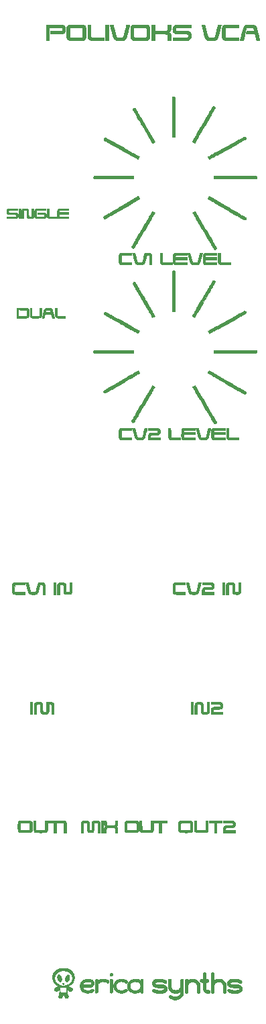
<source format=gto>
G04 #@! TF.GenerationSoftware,KiCad,Pcbnew,(5.0.0-rc2)*
G04 #@! TF.CreationDate,2020-07-08T20:50:26+03:00*
G04 #@! TF.ProjectId,VCAPNL2,564341504E4C322E6B696361645F7063,rev?*
G04 #@! TF.SameCoordinates,PX2e28680PY88601c0*
G04 #@! TF.FileFunction,Legend,Top*
G04 #@! TF.FilePolarity,Positive*
%FSLAX46Y46*%
G04 Gerber Fmt 4.6, Leading zero omitted, Abs format (unit mm)*
G04 Created by KiCad (PCBNEW (5.0.0-rc2)) date Wed Jul  8 20:50:26 2020*
%MOMM*%
%LPD*%
G01*
G04 APERTURE LIST*
%ADD10C,0.010000*%
G04 APERTURE END LIST*
D10*
G04 #@! TO.C,G\002A\002A\002A*
G36*
X13390561Y6391552D02*
X13429095Y6365986D01*
X13461498Y6326994D01*
X13486999Y6275382D01*
X13504823Y6211956D01*
X13514197Y6137524D01*
X13515468Y6098367D01*
X13511157Y6017836D01*
X13498122Y5939000D01*
X13477369Y5863261D01*
X13449906Y5792022D01*
X13416740Y5726687D01*
X13378878Y5668659D01*
X13337326Y5619341D01*
X13293093Y5580136D01*
X13247186Y5552447D01*
X13200610Y5537678D01*
X13154375Y5537232D01*
X13119993Y5547375D01*
X13079343Y5574251D01*
X13045757Y5614784D01*
X13019653Y5667063D01*
X13001450Y5729173D01*
X12991567Y5799204D01*
X12990422Y5875244D01*
X12998435Y5955379D01*
X13014144Y6030656D01*
X13038673Y6105939D01*
X13071261Y6178022D01*
X13110089Y6244165D01*
X13153339Y6301632D01*
X13199192Y6347684D01*
X13245829Y6379583D01*
X13245908Y6379623D01*
X13298195Y6399177D01*
X13346670Y6402884D01*
X13390561Y6391552D01*
X13390561Y6391552D01*
G37*
X13390561Y6391552D02*
X13429095Y6365986D01*
X13461498Y6326994D01*
X13486999Y6275382D01*
X13504823Y6211956D01*
X13514197Y6137524D01*
X13515468Y6098367D01*
X13511157Y6017836D01*
X13498122Y5939000D01*
X13477369Y5863261D01*
X13449906Y5792022D01*
X13416740Y5726687D01*
X13378878Y5668659D01*
X13337326Y5619341D01*
X13293093Y5580136D01*
X13247186Y5552447D01*
X13200610Y5537678D01*
X13154375Y5537232D01*
X13119993Y5547375D01*
X13079343Y5574251D01*
X13045757Y5614784D01*
X13019653Y5667063D01*
X13001450Y5729173D01*
X12991567Y5799204D01*
X12990422Y5875244D01*
X12998435Y5955379D01*
X13014144Y6030656D01*
X13038673Y6105939D01*
X13071261Y6178022D01*
X13110089Y6244165D01*
X13153339Y6301632D01*
X13199192Y6347684D01*
X13245829Y6379583D01*
X13245908Y6379623D01*
X13298195Y6399177D01*
X13346670Y6402884D01*
X13390561Y6391552D01*
G36*
X12235368Y6392841D02*
X12282416Y6368872D01*
X12328865Y6331901D01*
X12373445Y6282327D01*
X12414888Y6220550D01*
X12438334Y6176533D01*
X12477391Y6084559D01*
X12502765Y5995427D01*
X12515693Y5903983D01*
X12517999Y5844452D01*
X12515017Y5769696D01*
X12504840Y5707436D01*
X12486771Y5654538D01*
X12468068Y5619828D01*
X12432722Y5576961D01*
X12391225Y5549273D01*
X12345124Y5537221D01*
X12295964Y5541265D01*
X12255056Y5556609D01*
X12200153Y5593214D01*
X12149109Y5644528D01*
X12103117Y5708540D01*
X12063374Y5783242D01*
X12031072Y5866626D01*
X12007407Y5956681D01*
X12002841Y5980797D01*
X11992128Y6078895D01*
X11995618Y6168543D01*
X12013276Y6249412D01*
X12035552Y6303622D01*
X12066561Y6350675D01*
X12103317Y6382724D01*
X12144549Y6400167D01*
X12188989Y6403406D01*
X12235368Y6392841D01*
X12235368Y6392841D01*
G37*
X12235368Y6392841D02*
X12282416Y6368872D01*
X12328865Y6331901D01*
X12373445Y6282327D01*
X12414888Y6220550D01*
X12438334Y6176533D01*
X12477391Y6084559D01*
X12502765Y5995427D01*
X12515693Y5903983D01*
X12517999Y5844452D01*
X12515017Y5769696D01*
X12504840Y5707436D01*
X12486771Y5654538D01*
X12468068Y5619828D01*
X12432722Y5576961D01*
X12391225Y5549273D01*
X12345124Y5537221D01*
X12295964Y5541265D01*
X12255056Y5556609D01*
X12200153Y5593214D01*
X12149109Y5644528D01*
X12103117Y5708540D01*
X12063374Y5783242D01*
X12031072Y5866626D01*
X12007407Y5956681D01*
X12002841Y5980797D01*
X11992128Y6078895D01*
X11995618Y6168543D01*
X12013276Y6249412D01*
X12035552Y6303622D01*
X12066561Y6350675D01*
X12103317Y6382724D01*
X12144549Y6400167D01*
X12188989Y6403406D01*
X12235368Y6392841D01*
G36*
X12789202Y5344616D02*
X12816669Y5325927D01*
X12835579Y5298646D01*
X12842725Y5265499D01*
X12840137Y5244346D01*
X12824749Y5214638D01*
X12798381Y5193419D01*
X12765625Y5182548D01*
X12731078Y5183885D01*
X12710428Y5191851D01*
X12684711Y5214518D01*
X12671288Y5244269D01*
X12669856Y5276879D01*
X12680112Y5308124D01*
X12701754Y5333780D01*
X12721421Y5345308D01*
X12756383Y5351985D01*
X12789202Y5344616D01*
X12789202Y5344616D01*
G37*
X12789202Y5344616D02*
X12816669Y5325927D01*
X12835579Y5298646D01*
X12842725Y5265499D01*
X12840137Y5244346D01*
X12824749Y5214638D01*
X12798381Y5193419D01*
X12765625Y5182548D01*
X12731078Y5183885D01*
X12710428Y5191851D01*
X12684711Y5214518D01*
X12671288Y5244269D01*
X12669856Y5276879D01*
X12680112Y5308124D01*
X12701754Y5333780D01*
X12721421Y5345308D01*
X12756383Y5351985D01*
X12789202Y5344616D01*
G36*
X36319393Y126276464D02*
X36410949Y126276403D01*
X36487275Y126276201D01*
X36550069Y126275796D01*
X36601030Y126275128D01*
X36641855Y126274135D01*
X36674242Y126272755D01*
X36699889Y126270928D01*
X36720495Y126268591D01*
X36737757Y126265683D01*
X36753373Y126262143D01*
X36759513Y126260543D01*
X36849664Y126228014D01*
X36930764Y126181229D01*
X37002715Y126120300D01*
X37065418Y126045338D01*
X37118773Y125956455D01*
X37162682Y125853762D01*
X37185908Y125780387D01*
X37191453Y125759890D01*
X37200556Y125725495D01*
X37212851Y125678622D01*
X37227973Y125620684D01*
X37245558Y125553099D01*
X37265240Y125477282D01*
X37286654Y125394651D01*
X37309436Y125306621D01*
X37333220Y125214608D01*
X37357640Y125120028D01*
X37382333Y125024299D01*
X37406933Y124928835D01*
X37431074Y124835054D01*
X37454393Y124744370D01*
X37476523Y124658202D01*
X37497100Y124577964D01*
X37515759Y124505073D01*
X37532135Y124440945D01*
X37545862Y124386997D01*
X37556576Y124344644D01*
X37563911Y124315303D01*
X37567503Y124300390D01*
X37567810Y124298798D01*
X37559737Y124296809D01*
X37537075Y124295036D01*
X37502165Y124293563D01*
X37457346Y124292474D01*
X37404957Y124291851D01*
X37369236Y124291736D01*
X37170662Y124291736D01*
X37162454Y124323475D01*
X37153887Y124356809D01*
X37142574Y124401135D01*
X37129001Y124454523D01*
X37113655Y124515042D01*
X37097022Y124580762D01*
X37079589Y124649751D01*
X37061843Y124720080D01*
X37044269Y124789817D01*
X37027354Y124857031D01*
X37011585Y124919793D01*
X36997449Y124976171D01*
X36985431Y125024235D01*
X36976018Y125062054D01*
X36969697Y125087697D01*
X36966954Y125099233D01*
X36966877Y125099673D01*
X36958645Y125100455D01*
X36934875Y125101196D01*
X36896956Y125101883D01*
X36846278Y125102505D01*
X36784231Y125103051D01*
X36712203Y125103510D01*
X36631586Y125103871D01*
X36543767Y125104121D01*
X36450137Y125104250D01*
X36404032Y125104265D01*
X36288339Y125104326D01*
X36188570Y125104520D01*
X36103720Y125104868D01*
X36032786Y125105386D01*
X35974765Y125106096D01*
X35928652Y125107015D01*
X35893443Y125108162D01*
X35868136Y125109556D01*
X35851725Y125111217D01*
X35843207Y125113162D01*
X35841395Y125114845D01*
X35843361Y125125965D01*
X35848728Y125150901D01*
X35856898Y125187018D01*
X35867273Y125231684D01*
X35879256Y125282265D01*
X35882235Y125294701D01*
X35922865Y125463978D01*
X36394088Y125466165D01*
X36481638Y125466635D01*
X36563907Y125467198D01*
X36639378Y125467836D01*
X36706530Y125468530D01*
X36763847Y125469261D01*
X36809809Y125470012D01*
X36842897Y125470763D01*
X36861593Y125471495D01*
X36865311Y125471966D01*
X36863064Y125483200D01*
X36856921Y125507480D01*
X36847786Y125541619D01*
X36836557Y125582429D01*
X36824136Y125626722D01*
X36811424Y125671310D01*
X36799322Y125713006D01*
X36788730Y125748621D01*
X36780550Y125774968D01*
X36775906Y125788336D01*
X36746193Y125843120D01*
X36708652Y125884301D01*
X36685338Y125900489D01*
X36649483Y125921026D01*
X35989303Y125921026D01*
X35950552Y125898244D01*
X35909635Y125865533D01*
X35876968Y125819834D01*
X35851588Y125759798D01*
X35851246Y125758743D01*
X35846760Y125743164D01*
X35838438Y125712473D01*
X35826614Y125667964D01*
X35811626Y125610929D01*
X35793808Y125542663D01*
X35773499Y125464458D01*
X35751033Y125377609D01*
X35726746Y125283408D01*
X35700975Y125183149D01*
X35674056Y125078125D01*
X35654228Y125000583D01*
X35473158Y124291736D01*
X35276299Y124291736D01*
X35210554Y124292082D01*
X35156829Y124293089D01*
X35116307Y124294706D01*
X35090173Y124296884D01*
X35079609Y124299573D01*
X35079440Y124299992D01*
X35081499Y124309218D01*
X35087480Y124333679D01*
X35097088Y124372218D01*
X35110031Y124423675D01*
X35126013Y124486892D01*
X35144742Y124560711D01*
X35165922Y124643973D01*
X35189260Y124735519D01*
X35214462Y124834192D01*
X35241234Y124938831D01*
X35269282Y125048280D01*
X35273673Y125065398D01*
X35313334Y125219459D01*
X35349373Y125358324D01*
X35381749Y125481839D01*
X35410421Y125589853D01*
X35435347Y125682213D01*
X35456487Y125758765D01*
X35473798Y125819357D01*
X35487240Y125863837D01*
X35496771Y125892051D01*
X35498580Y125896646D01*
X35545817Y125993949D01*
X35601070Y126076539D01*
X35664797Y126144855D01*
X35737460Y126199331D01*
X35819520Y126240406D01*
X35883505Y126261610D01*
X35898304Y126265202D01*
X35914848Y126268175D01*
X35934810Y126270584D01*
X35959858Y126272488D01*
X35991663Y126273942D01*
X36031895Y126275003D01*
X36082225Y126275730D01*
X36144322Y126276177D01*
X36219857Y126276403D01*
X36310500Y126276465D01*
X36319393Y126276464D01*
X36319393Y126276464D01*
G37*
X36319393Y126276464D02*
X36410949Y126276403D01*
X36487275Y126276201D01*
X36550069Y126275796D01*
X36601030Y126275128D01*
X36641855Y126274135D01*
X36674242Y126272755D01*
X36699889Y126270928D01*
X36720495Y126268591D01*
X36737757Y126265683D01*
X36753373Y126262143D01*
X36759513Y126260543D01*
X36849664Y126228014D01*
X36930764Y126181229D01*
X37002715Y126120300D01*
X37065418Y126045338D01*
X37118773Y125956455D01*
X37162682Y125853762D01*
X37185908Y125780387D01*
X37191453Y125759890D01*
X37200556Y125725495D01*
X37212851Y125678622D01*
X37227973Y125620684D01*
X37245558Y125553099D01*
X37265240Y125477282D01*
X37286654Y125394651D01*
X37309436Y125306621D01*
X37333220Y125214608D01*
X37357640Y125120028D01*
X37382333Y125024299D01*
X37406933Y124928835D01*
X37431074Y124835054D01*
X37454393Y124744370D01*
X37476523Y124658202D01*
X37497100Y124577964D01*
X37515759Y124505073D01*
X37532135Y124440945D01*
X37545862Y124386997D01*
X37556576Y124344644D01*
X37563911Y124315303D01*
X37567503Y124300390D01*
X37567810Y124298798D01*
X37559737Y124296809D01*
X37537075Y124295036D01*
X37502165Y124293563D01*
X37457346Y124292474D01*
X37404957Y124291851D01*
X37369236Y124291736D01*
X37170662Y124291736D01*
X37162454Y124323475D01*
X37153887Y124356809D01*
X37142574Y124401135D01*
X37129001Y124454523D01*
X37113655Y124515042D01*
X37097022Y124580762D01*
X37079589Y124649751D01*
X37061843Y124720080D01*
X37044269Y124789817D01*
X37027354Y124857031D01*
X37011585Y124919793D01*
X36997449Y124976171D01*
X36985431Y125024235D01*
X36976018Y125062054D01*
X36969697Y125087697D01*
X36966954Y125099233D01*
X36966877Y125099673D01*
X36958645Y125100455D01*
X36934875Y125101196D01*
X36896956Y125101883D01*
X36846278Y125102505D01*
X36784231Y125103051D01*
X36712203Y125103510D01*
X36631586Y125103871D01*
X36543767Y125104121D01*
X36450137Y125104250D01*
X36404032Y125104265D01*
X36288339Y125104326D01*
X36188570Y125104520D01*
X36103720Y125104868D01*
X36032786Y125105386D01*
X35974765Y125106096D01*
X35928652Y125107015D01*
X35893443Y125108162D01*
X35868136Y125109556D01*
X35851725Y125111217D01*
X35843207Y125113162D01*
X35841395Y125114845D01*
X35843361Y125125965D01*
X35848728Y125150901D01*
X35856898Y125187018D01*
X35867273Y125231684D01*
X35879256Y125282265D01*
X35882235Y125294701D01*
X35922865Y125463978D01*
X36394088Y125466165D01*
X36481638Y125466635D01*
X36563907Y125467198D01*
X36639378Y125467836D01*
X36706530Y125468530D01*
X36763847Y125469261D01*
X36809809Y125470012D01*
X36842897Y125470763D01*
X36861593Y125471495D01*
X36865311Y125471966D01*
X36863064Y125483200D01*
X36856921Y125507480D01*
X36847786Y125541619D01*
X36836557Y125582429D01*
X36824136Y125626722D01*
X36811424Y125671310D01*
X36799322Y125713006D01*
X36788730Y125748621D01*
X36780550Y125774968D01*
X36775906Y125788336D01*
X36746193Y125843120D01*
X36708652Y125884301D01*
X36685338Y125900489D01*
X36649483Y125921026D01*
X35989303Y125921026D01*
X35950552Y125898244D01*
X35909635Y125865533D01*
X35876968Y125819834D01*
X35851588Y125759798D01*
X35851246Y125758743D01*
X35846760Y125743164D01*
X35838438Y125712473D01*
X35826614Y125667964D01*
X35811626Y125610929D01*
X35793808Y125542663D01*
X35773499Y125464458D01*
X35751033Y125377609D01*
X35726746Y125283408D01*
X35700975Y125183149D01*
X35674056Y125078125D01*
X35654228Y125000583D01*
X35473158Y124291736D01*
X35276299Y124291736D01*
X35210554Y124292082D01*
X35156829Y124293089D01*
X35116307Y124294706D01*
X35090173Y124296884D01*
X35079609Y124299573D01*
X35079440Y124299992D01*
X35081499Y124309218D01*
X35087480Y124333679D01*
X35097088Y124372218D01*
X35110031Y124423675D01*
X35126013Y124486892D01*
X35144742Y124560711D01*
X35165922Y124643973D01*
X35189260Y124735519D01*
X35214462Y124834192D01*
X35241234Y124938831D01*
X35269282Y125048280D01*
X35273673Y125065398D01*
X35313334Y125219459D01*
X35349373Y125358324D01*
X35381749Y125481839D01*
X35410421Y125589853D01*
X35435347Y125682213D01*
X35456487Y125758765D01*
X35473798Y125819357D01*
X35487240Y125863837D01*
X35496771Y125892051D01*
X35498580Y125896646D01*
X35545817Y125993949D01*
X35601070Y126076539D01*
X35664797Y126144855D01*
X35737460Y126199331D01*
X35819520Y126240406D01*
X35883505Y126261610D01*
X35898304Y126265202D01*
X35914848Y126268175D01*
X35934810Y126270584D01*
X35959858Y126272488D01*
X35991663Y126273942D01*
X36031895Y126275003D01*
X36082225Y126275730D01*
X36144322Y126276177D01*
X36219857Y126276403D01*
X36310500Y126276465D01*
X36319393Y126276464D01*
G36*
X34935554Y125925582D02*
X34108214Y125923304D01*
X33971479Y125922921D01*
X33850648Y125922553D01*
X33744699Y125922179D01*
X33652607Y125921774D01*
X33573349Y125921317D01*
X33505903Y125920785D01*
X33449243Y125920153D01*
X33402348Y125919400D01*
X33364194Y125918502D01*
X33333757Y125917437D01*
X33310015Y125916181D01*
X33291943Y125914712D01*
X33278518Y125913006D01*
X33268718Y125911041D01*
X33261518Y125908794D01*
X33255896Y125906241D01*
X33252075Y125904098D01*
X33229511Y125885378D01*
X33209384Y125859996D01*
X33205524Y125853315D01*
X33201732Y125845654D01*
X33198512Y125837360D01*
X33195807Y125827041D01*
X33193561Y125813301D01*
X33191720Y125794745D01*
X33190226Y125769978D01*
X33189025Y125737607D01*
X33188060Y125696236D01*
X33187276Y125644471D01*
X33186616Y125580917D01*
X33186026Y125504179D01*
X33185448Y125412863D01*
X33185032Y125341253D01*
X33184620Y125249980D01*
X33184432Y125161540D01*
X33184458Y125077796D01*
X33184688Y125000607D01*
X33185112Y124931837D01*
X33185720Y124873348D01*
X33186501Y124827000D01*
X33187446Y124794656D01*
X33188054Y124783197D01*
X33191244Y124744910D01*
X33194982Y124719270D01*
X33200487Y124702010D01*
X33208976Y124688861D01*
X33217649Y124679515D01*
X33241483Y124655681D01*
X34935554Y124655681D01*
X34935554Y124291736D01*
X34087054Y124292768D01*
X33967504Y124292985D01*
X33851969Y124293336D01*
X33741670Y124293807D01*
X33637833Y124294389D01*
X33541679Y124295069D01*
X33454433Y124295836D01*
X33377317Y124296678D01*
X33311556Y124297585D01*
X33258371Y124298545D01*
X33218987Y124299546D01*
X33194627Y124300577D01*
X33188031Y124301159D01*
X33100049Y124320579D01*
X33024299Y124351624D01*
X32960384Y124394647D01*
X32907906Y124450000D01*
X32866469Y124518036D01*
X32835676Y124599109D01*
X32830172Y124619187D01*
X32827320Y124631459D01*
X32824855Y124645323D01*
X32822751Y124662039D01*
X32820978Y124682863D01*
X32819510Y124709053D01*
X32818318Y124741869D01*
X32817374Y124782567D01*
X32816651Y124832407D01*
X32816120Y124892646D01*
X32815754Y124964542D01*
X32815524Y125049353D01*
X32815403Y125148338D01*
X32815362Y125262754D01*
X32815361Y125286238D01*
X32815361Y125895635D01*
X32834890Y125963090D01*
X32856587Y126027065D01*
X32881955Y126078789D01*
X32913639Y126122910D01*
X32943642Y126154284D01*
X33004096Y126200145D01*
X33077737Y126236097D01*
X33158147Y126260470D01*
X33169752Y126262873D01*
X33183179Y126265013D01*
X33199464Y126266911D01*
X33219643Y126268586D01*
X33244752Y126270059D01*
X33275828Y126271350D01*
X33313905Y126272479D01*
X33360021Y126273466D01*
X33415211Y126274333D01*
X33480511Y126275098D01*
X33556958Y126275783D01*
X33645587Y126276407D01*
X33747434Y126276990D01*
X33863536Y126277554D01*
X33994928Y126278118D01*
X34078590Y126278453D01*
X34935554Y126281823D01*
X34935554Y125925582D01*
X34935554Y125925582D01*
G37*
X34935554Y125925582D02*
X34108214Y125923304D01*
X33971479Y125922921D01*
X33850648Y125922553D01*
X33744699Y125922179D01*
X33652607Y125921774D01*
X33573349Y125921317D01*
X33505903Y125920785D01*
X33449243Y125920153D01*
X33402348Y125919400D01*
X33364194Y125918502D01*
X33333757Y125917437D01*
X33310015Y125916181D01*
X33291943Y125914712D01*
X33278518Y125913006D01*
X33268718Y125911041D01*
X33261518Y125908794D01*
X33255896Y125906241D01*
X33252075Y125904098D01*
X33229511Y125885378D01*
X33209384Y125859996D01*
X33205524Y125853315D01*
X33201732Y125845654D01*
X33198512Y125837360D01*
X33195807Y125827041D01*
X33193561Y125813301D01*
X33191720Y125794745D01*
X33190226Y125769978D01*
X33189025Y125737607D01*
X33188060Y125696236D01*
X33187276Y125644471D01*
X33186616Y125580917D01*
X33186026Y125504179D01*
X33185448Y125412863D01*
X33185032Y125341253D01*
X33184620Y125249980D01*
X33184432Y125161540D01*
X33184458Y125077796D01*
X33184688Y125000607D01*
X33185112Y124931837D01*
X33185720Y124873348D01*
X33186501Y124827000D01*
X33187446Y124794656D01*
X33188054Y124783197D01*
X33191244Y124744910D01*
X33194982Y124719270D01*
X33200487Y124702010D01*
X33208976Y124688861D01*
X33217649Y124679515D01*
X33241483Y124655681D01*
X34935554Y124655681D01*
X34935554Y124291736D01*
X34087054Y124292768D01*
X33967504Y124292985D01*
X33851969Y124293336D01*
X33741670Y124293807D01*
X33637833Y124294389D01*
X33541679Y124295069D01*
X33454433Y124295836D01*
X33377317Y124296678D01*
X33311556Y124297585D01*
X33258371Y124298545D01*
X33218987Y124299546D01*
X33194627Y124300577D01*
X33188031Y124301159D01*
X33100049Y124320579D01*
X33024299Y124351624D01*
X32960384Y124394647D01*
X32907906Y124450000D01*
X32866469Y124518036D01*
X32835676Y124599109D01*
X32830172Y124619187D01*
X32827320Y124631459D01*
X32824855Y124645323D01*
X32822751Y124662039D01*
X32820978Y124682863D01*
X32819510Y124709053D01*
X32818318Y124741869D01*
X32817374Y124782567D01*
X32816651Y124832407D01*
X32816120Y124892646D01*
X32815754Y124964542D01*
X32815524Y125049353D01*
X32815403Y125148338D01*
X32815362Y125262754D01*
X32815361Y125286238D01*
X32815361Y125895635D01*
X32834890Y125963090D01*
X32856587Y126027065D01*
X32881955Y126078789D01*
X32913639Y126122910D01*
X32943642Y126154284D01*
X33004096Y126200145D01*
X33077737Y126236097D01*
X33158147Y126260470D01*
X33169752Y126262873D01*
X33183179Y126265013D01*
X33199464Y126266911D01*
X33219643Y126268586D01*
X33244752Y126270059D01*
X33275828Y126271350D01*
X33313905Y126272479D01*
X33360021Y126273466D01*
X33415211Y126274333D01*
X33480511Y126275098D01*
X33556958Y126275783D01*
X33645587Y126276407D01*
X33747434Y126276990D01*
X33863536Y126277554D01*
X33994928Y126278118D01*
X34078590Y126278453D01*
X34935554Y126281823D01*
X34935554Y125925582D01*
G36*
X32562704Y126272204D02*
X32611544Y126271895D01*
X32647310Y126271203D01*
X32671931Y126269985D01*
X32687333Y126268099D01*
X32695443Y126265399D01*
X32698188Y126261744D01*
X32697649Y126257464D01*
X32694897Y126247242D01*
X32688228Y126221818D01*
X32677948Y126182379D01*
X32664366Y126130116D01*
X32647790Y126066216D01*
X32628527Y125991869D01*
X32606886Y125908264D01*
X32583176Y125816589D01*
X32557703Y125718033D01*
X32530775Y125613786D01*
X32503028Y125506298D01*
X32474471Y125395966D01*
X32446626Y125289017D01*
X32419846Y125186766D01*
X32394482Y125090530D01*
X32370887Y125001625D01*
X32349413Y124921367D01*
X32330411Y124851075D01*
X32314235Y124792062D01*
X32301235Y124745647D01*
X32291764Y124713146D01*
X32286594Y124697004D01*
X32268838Y124653813D01*
X32245881Y124605895D01*
X32222174Y124562430D01*
X32218027Y124555555D01*
X32164285Y124479161D01*
X32105360Y124417479D01*
X32038863Y124368527D01*
X31962408Y124330319D01*
X31933664Y124319405D01*
X31867411Y124295968D01*
X31473842Y124294776D01*
X31393127Y124294612D01*
X31317081Y124294612D01*
X31247486Y124294766D01*
X31186127Y124295062D01*
X31134785Y124295488D01*
X31095243Y124296035D01*
X31069285Y124296691D01*
X31059113Y124297346D01*
X30965267Y124321908D01*
X30880642Y124360610D01*
X30805196Y124413488D01*
X30738886Y124480582D01*
X30681669Y124561929D01*
X30633501Y124657567D01*
X30622251Y124685305D01*
X30616805Y124702102D01*
X30607511Y124734042D01*
X30594705Y124779863D01*
X30578723Y124838305D01*
X30559902Y124908108D01*
X30538578Y124988011D01*
X30515086Y125076754D01*
X30489764Y125173076D01*
X30462947Y125275718D01*
X30434972Y125383418D01*
X30406175Y125494916D01*
X30403245Y125506298D01*
X30207179Y126268044D01*
X30405877Y126270316D01*
X30462087Y126270814D01*
X30512427Y126270985D01*
X30554503Y126270842D01*
X30585922Y126270400D01*
X30604291Y126269674D01*
X30608074Y126269089D01*
X30610623Y126260545D01*
X30617000Y126236773D01*
X30626903Y126198956D01*
X30640026Y126148282D01*
X30656067Y126085936D01*
X30674722Y126013104D01*
X30695685Y125930972D01*
X30718655Y125840725D01*
X30743326Y125743551D01*
X30769396Y125640634D01*
X30791898Y125551622D01*
X30824926Y125420799D01*
X30854055Y125305374D01*
X30879561Y125204340D01*
X30901723Y125116691D01*
X30920816Y125041419D01*
X30937118Y124977519D01*
X30950907Y124923982D01*
X30962460Y124879804D01*
X30972053Y124843977D01*
X30979965Y124815494D01*
X30986472Y124793349D01*
X30991852Y124776536D01*
X30996381Y124764047D01*
X31000338Y124754876D01*
X31003998Y124748016D01*
X31007640Y124742461D01*
X31011541Y124737204D01*
X31015978Y124731238D01*
X31019025Y124726882D01*
X31031119Y124709201D01*
X31042346Y124694523D01*
X31054332Y124682570D01*
X31068707Y124673061D01*
X31087097Y124665716D01*
X31111130Y124660258D01*
X31142434Y124656405D01*
X31182636Y124653879D01*
X31233365Y124652400D01*
X31296247Y124651688D01*
X31372910Y124651464D01*
X31458305Y124651449D01*
X31802481Y124651449D01*
X31838977Y124677103D01*
X31851179Y124685733D01*
X31862122Y124694125D01*
X31872141Y124703323D01*
X31881572Y124714373D01*
X31890750Y124728317D01*
X31900010Y124746201D01*
X31909687Y124769069D01*
X31920115Y124797964D01*
X31931631Y124833932D01*
X31944569Y124878017D01*
X31959265Y124931263D01*
X31976053Y124994715D01*
X31995269Y125069416D01*
X32017247Y125156411D01*
X32042324Y125256745D01*
X32070833Y125371462D01*
X32101636Y125495662D01*
X32128315Y125603217D01*
X32153966Y125706572D01*
X32178277Y125804474D01*
X32200937Y125895672D01*
X32221635Y125978915D01*
X32240060Y126052951D01*
X32255899Y126116527D01*
X32268841Y126168394D01*
X32278575Y126207299D01*
X32284790Y126231990D01*
X32286983Y126240536D01*
X32295487Y126272276D01*
X32498864Y126272276D01*
X32562704Y126272204D01*
X32562704Y126272204D01*
G37*
X32562704Y126272204D02*
X32611544Y126271895D01*
X32647310Y126271203D01*
X32671931Y126269985D01*
X32687333Y126268099D01*
X32695443Y126265399D01*
X32698188Y126261744D01*
X32697649Y126257464D01*
X32694897Y126247242D01*
X32688228Y126221818D01*
X32677948Y126182379D01*
X32664366Y126130116D01*
X32647790Y126066216D01*
X32628527Y125991869D01*
X32606886Y125908264D01*
X32583176Y125816589D01*
X32557703Y125718033D01*
X32530775Y125613786D01*
X32503028Y125506298D01*
X32474471Y125395966D01*
X32446626Y125289017D01*
X32419846Y125186766D01*
X32394482Y125090530D01*
X32370887Y125001625D01*
X32349413Y124921367D01*
X32330411Y124851075D01*
X32314235Y124792062D01*
X32301235Y124745647D01*
X32291764Y124713146D01*
X32286594Y124697004D01*
X32268838Y124653813D01*
X32245881Y124605895D01*
X32222174Y124562430D01*
X32218027Y124555555D01*
X32164285Y124479161D01*
X32105360Y124417479D01*
X32038863Y124368527D01*
X31962408Y124330319D01*
X31933664Y124319405D01*
X31867411Y124295968D01*
X31473842Y124294776D01*
X31393127Y124294612D01*
X31317081Y124294612D01*
X31247486Y124294766D01*
X31186127Y124295062D01*
X31134785Y124295488D01*
X31095243Y124296035D01*
X31069285Y124296691D01*
X31059113Y124297346D01*
X30965267Y124321908D01*
X30880642Y124360610D01*
X30805196Y124413488D01*
X30738886Y124480582D01*
X30681669Y124561929D01*
X30633501Y124657567D01*
X30622251Y124685305D01*
X30616805Y124702102D01*
X30607511Y124734042D01*
X30594705Y124779863D01*
X30578723Y124838305D01*
X30559902Y124908108D01*
X30538578Y124988011D01*
X30515086Y125076754D01*
X30489764Y125173076D01*
X30462947Y125275718D01*
X30434972Y125383418D01*
X30406175Y125494916D01*
X30403245Y125506298D01*
X30207179Y126268044D01*
X30405877Y126270316D01*
X30462087Y126270814D01*
X30512427Y126270985D01*
X30554503Y126270842D01*
X30585922Y126270400D01*
X30604291Y126269674D01*
X30608074Y126269089D01*
X30610623Y126260545D01*
X30617000Y126236773D01*
X30626903Y126198956D01*
X30640026Y126148282D01*
X30656067Y126085936D01*
X30674722Y126013104D01*
X30695685Y125930972D01*
X30718655Y125840725D01*
X30743326Y125743551D01*
X30769396Y125640634D01*
X30791898Y125551622D01*
X30824926Y125420799D01*
X30854055Y125305374D01*
X30879561Y125204340D01*
X30901723Y125116691D01*
X30920816Y125041419D01*
X30937118Y124977519D01*
X30950907Y124923982D01*
X30962460Y124879804D01*
X30972053Y124843977D01*
X30979965Y124815494D01*
X30986472Y124793349D01*
X30991852Y124776536D01*
X30996381Y124764047D01*
X31000338Y124754876D01*
X31003998Y124748016D01*
X31007640Y124742461D01*
X31011541Y124737204D01*
X31015978Y124731238D01*
X31019025Y124726882D01*
X31031119Y124709201D01*
X31042346Y124694523D01*
X31054332Y124682570D01*
X31068707Y124673061D01*
X31087097Y124665716D01*
X31111130Y124660258D01*
X31142434Y124656405D01*
X31182636Y124653879D01*
X31233365Y124652400D01*
X31296247Y124651688D01*
X31372910Y124651464D01*
X31458305Y124651449D01*
X31802481Y124651449D01*
X31838977Y124677103D01*
X31851179Y124685733D01*
X31862122Y124694125D01*
X31872141Y124703323D01*
X31881572Y124714373D01*
X31890750Y124728317D01*
X31900010Y124746201D01*
X31909687Y124769069D01*
X31920115Y124797964D01*
X31931631Y124833932D01*
X31944569Y124878017D01*
X31959265Y124931263D01*
X31976053Y124994715D01*
X31995269Y125069416D01*
X32017247Y125156411D01*
X32042324Y125256745D01*
X32070833Y125371462D01*
X32101636Y125495662D01*
X32128315Y125603217D01*
X32153966Y125706572D01*
X32178277Y125804474D01*
X32200937Y125895672D01*
X32221635Y125978915D01*
X32240060Y126052951D01*
X32255899Y126116527D01*
X32268841Y126168394D01*
X32278575Y126207299D01*
X32284790Y126231990D01*
X32286983Y126240536D01*
X32295487Y126272276D01*
X32498864Y126272276D01*
X32562704Y126272204D01*
G36*
X28866977Y125925258D02*
X27996737Y125925258D01*
X27851844Y125925270D01*
X27722885Y125925267D01*
X27608863Y125925192D01*
X27508786Y125924990D01*
X27421659Y125924604D01*
X27346488Y125923976D01*
X27282277Y125923050D01*
X27228032Y125921770D01*
X27182760Y125920079D01*
X27145464Y125917920D01*
X27115152Y125915237D01*
X27090829Y125911972D01*
X27071499Y125908070D01*
X27056170Y125903473D01*
X27043845Y125898126D01*
X27033531Y125891970D01*
X27024234Y125884950D01*
X27014958Y125877009D01*
X27005528Y125868790D01*
X26975245Y125838456D01*
X26954952Y125806004D01*
X26943053Y125767302D01*
X26937954Y125718218D01*
X26937454Y125692502D01*
X26939068Y125636977D01*
X26944724Y125594431D01*
X26955302Y125561215D01*
X26971678Y125533678D01*
X26977354Y125526569D01*
X26985071Y125517170D01*
X26992120Y125508929D01*
X26999606Y125501763D01*
X27008635Y125495587D01*
X27020311Y125490320D01*
X27035740Y125485878D01*
X27056027Y125482176D01*
X27082278Y125479133D01*
X27115597Y125476664D01*
X27157090Y125474685D01*
X27207862Y125473115D01*
X27269018Y125471869D01*
X27341663Y125470863D01*
X27426904Y125470016D01*
X27525844Y125469242D01*
X27639589Y125468459D01*
X27758214Y125467659D01*
X27887460Y125466787D01*
X28000984Y125465993D01*
X28099986Y125465184D01*
X28185672Y125464268D01*
X28259243Y125463153D01*
X28321903Y125461745D01*
X28374855Y125459952D01*
X28419302Y125457682D01*
X28456448Y125454842D01*
X28487496Y125451339D01*
X28513648Y125447081D01*
X28536108Y125441975D01*
X28556079Y125435928D01*
X28574765Y125428849D01*
X28593367Y125420644D01*
X28613091Y125411221D01*
X28635138Y125400487D01*
X28635895Y125400121D01*
X28711144Y125354690D01*
X28775039Y125296999D01*
X28826831Y125227978D01*
X28865775Y125148559D01*
X28884113Y125090757D01*
X28892934Y125043320D01*
X28898840Y124984448D01*
X28901840Y124918712D01*
X28901941Y124850678D01*
X28899153Y124784915D01*
X28893483Y124725993D01*
X28884940Y124678478D01*
X28883362Y124672439D01*
X28851221Y124585989D01*
X28805513Y124508909D01*
X28747174Y124442347D01*
X28677142Y124387453D01*
X28628573Y124359937D01*
X28609439Y124350269D01*
X28592632Y124341635D01*
X28577141Y124333975D01*
X28561956Y124327227D01*
X28546066Y124321331D01*
X28528461Y124316227D01*
X28508130Y124311853D01*
X28484063Y124308150D01*
X28455249Y124305056D01*
X28420678Y124302511D01*
X28379339Y124300455D01*
X28330221Y124298826D01*
X28272315Y124297564D01*
X28204610Y124296609D01*
X28126095Y124295899D01*
X28035760Y124295375D01*
X27932594Y124294976D01*
X27815586Y124294641D01*
X27683727Y124294309D01*
X27536006Y124293919D01*
X27527574Y124293896D01*
X26590203Y124291241D01*
X26590203Y124647217D01*
X27472559Y124647265D01*
X27636620Y124647360D01*
X27784816Y124647627D01*
X27917032Y124648065D01*
X28033152Y124648673D01*
X28133059Y124649448D01*
X28216637Y124650391D01*
X28283769Y124651501D01*
X28334341Y124652775D01*
X28368236Y124654213D01*
X28385337Y124655815D01*
X28386440Y124656067D01*
X28424969Y124673151D01*
X28463629Y124700865D01*
X28496092Y124734190D01*
X28509192Y124753409D01*
X28517519Y124770052D01*
X28523020Y124787576D01*
X28526266Y124809964D01*
X28527830Y124841203D01*
X28528282Y124885275D01*
X28528284Y124886593D01*
X28527080Y124944030D01*
X28523341Y124986564D01*
X28517150Y125013282D01*
X28516879Y125013946D01*
X28495056Y125047343D01*
X28462043Y125075790D01*
X28423576Y125094451D01*
X28420247Y125095429D01*
X28404749Y125097301D01*
X28372744Y125098969D01*
X28324652Y125100426D01*
X28260891Y125101666D01*
X28181882Y125102684D01*
X28088043Y125103473D01*
X27979793Y125104027D01*
X27857554Y125104341D01*
X27783605Y125104410D01*
X27648864Y125104553D01*
X27529881Y125104900D01*
X27425489Y125105498D01*
X27334520Y125106392D01*
X27255806Y125107627D01*
X27188178Y125109251D01*
X27130469Y125111310D01*
X27081511Y125113848D01*
X27040135Y125116912D01*
X27005174Y125120549D01*
X26975460Y125124804D01*
X26949823Y125129723D01*
X26927098Y125135352D01*
X26916022Y125138581D01*
X26828642Y125173205D01*
X26753038Y125219819D01*
X26689570Y125278059D01*
X26638595Y125347563D01*
X26600472Y125427968D01*
X26586261Y125472442D01*
X26577924Y125514339D01*
X26571743Y125568342D01*
X26567845Y125629750D01*
X26566352Y125693865D01*
X26567390Y125755986D01*
X26571083Y125811415D01*
X26576275Y125849083D01*
X26601406Y125940397D01*
X26640410Y126022138D01*
X26692936Y126093905D01*
X26758633Y126155301D01*
X26837147Y126205925D01*
X26924606Y126244145D01*
X26992236Y126268044D01*
X27929606Y126270339D01*
X28866977Y126272634D01*
X28866977Y125925258D01*
X28866977Y125925258D01*
G37*
X28866977Y125925258D02*
X27996737Y125925258D01*
X27851844Y125925270D01*
X27722885Y125925267D01*
X27608863Y125925192D01*
X27508786Y125924990D01*
X27421659Y125924604D01*
X27346488Y125923976D01*
X27282277Y125923050D01*
X27228032Y125921770D01*
X27182760Y125920079D01*
X27145464Y125917920D01*
X27115152Y125915237D01*
X27090829Y125911972D01*
X27071499Y125908070D01*
X27056170Y125903473D01*
X27043845Y125898126D01*
X27033531Y125891970D01*
X27024234Y125884950D01*
X27014958Y125877009D01*
X27005528Y125868790D01*
X26975245Y125838456D01*
X26954952Y125806004D01*
X26943053Y125767302D01*
X26937954Y125718218D01*
X26937454Y125692502D01*
X26939068Y125636977D01*
X26944724Y125594431D01*
X26955302Y125561215D01*
X26971678Y125533678D01*
X26977354Y125526569D01*
X26985071Y125517170D01*
X26992120Y125508929D01*
X26999606Y125501763D01*
X27008635Y125495587D01*
X27020311Y125490320D01*
X27035740Y125485878D01*
X27056027Y125482176D01*
X27082278Y125479133D01*
X27115597Y125476664D01*
X27157090Y125474685D01*
X27207862Y125473115D01*
X27269018Y125471869D01*
X27341663Y125470863D01*
X27426904Y125470016D01*
X27525844Y125469242D01*
X27639589Y125468459D01*
X27758214Y125467659D01*
X27887460Y125466787D01*
X28000984Y125465993D01*
X28099986Y125465184D01*
X28185672Y125464268D01*
X28259243Y125463153D01*
X28321903Y125461745D01*
X28374855Y125459952D01*
X28419302Y125457682D01*
X28456448Y125454842D01*
X28487496Y125451339D01*
X28513648Y125447081D01*
X28536108Y125441975D01*
X28556079Y125435928D01*
X28574765Y125428849D01*
X28593367Y125420644D01*
X28613091Y125411221D01*
X28635138Y125400487D01*
X28635895Y125400121D01*
X28711144Y125354690D01*
X28775039Y125296999D01*
X28826831Y125227978D01*
X28865775Y125148559D01*
X28884113Y125090757D01*
X28892934Y125043320D01*
X28898840Y124984448D01*
X28901840Y124918712D01*
X28901941Y124850678D01*
X28899153Y124784915D01*
X28893483Y124725993D01*
X28884940Y124678478D01*
X28883362Y124672439D01*
X28851221Y124585989D01*
X28805513Y124508909D01*
X28747174Y124442347D01*
X28677142Y124387453D01*
X28628573Y124359937D01*
X28609439Y124350269D01*
X28592632Y124341635D01*
X28577141Y124333975D01*
X28561956Y124327227D01*
X28546066Y124321331D01*
X28528461Y124316227D01*
X28508130Y124311853D01*
X28484063Y124308150D01*
X28455249Y124305056D01*
X28420678Y124302511D01*
X28379339Y124300455D01*
X28330221Y124298826D01*
X28272315Y124297564D01*
X28204610Y124296609D01*
X28126095Y124295899D01*
X28035760Y124295375D01*
X27932594Y124294976D01*
X27815586Y124294641D01*
X27683727Y124294309D01*
X27536006Y124293919D01*
X27527574Y124293896D01*
X26590203Y124291241D01*
X26590203Y124647217D01*
X27472559Y124647265D01*
X27636620Y124647360D01*
X27784816Y124647627D01*
X27917032Y124648065D01*
X28033152Y124648673D01*
X28133059Y124649448D01*
X28216637Y124650391D01*
X28283769Y124651501D01*
X28334341Y124652775D01*
X28368236Y124654213D01*
X28385337Y124655815D01*
X28386440Y124656067D01*
X28424969Y124673151D01*
X28463629Y124700865D01*
X28496092Y124734190D01*
X28509192Y124753409D01*
X28517519Y124770052D01*
X28523020Y124787576D01*
X28526266Y124809964D01*
X28527830Y124841203D01*
X28528282Y124885275D01*
X28528284Y124886593D01*
X28527080Y124944030D01*
X28523341Y124986564D01*
X28517150Y125013282D01*
X28516879Y125013946D01*
X28495056Y125047343D01*
X28462043Y125075790D01*
X28423576Y125094451D01*
X28420247Y125095429D01*
X28404749Y125097301D01*
X28372744Y125098969D01*
X28324652Y125100426D01*
X28260891Y125101666D01*
X28181882Y125102684D01*
X28088043Y125103473D01*
X27979793Y125104027D01*
X27857554Y125104341D01*
X27783605Y125104410D01*
X27648864Y125104553D01*
X27529881Y125104900D01*
X27425489Y125105498D01*
X27334520Y125106392D01*
X27255806Y125107627D01*
X27188178Y125109251D01*
X27130469Y125111310D01*
X27081511Y125113848D01*
X27040135Y125116912D01*
X27005174Y125120549D01*
X26975460Y125124804D01*
X26949823Y125129723D01*
X26927098Y125135352D01*
X26916022Y125138581D01*
X26828642Y125173205D01*
X26753038Y125219819D01*
X26689570Y125278059D01*
X26638595Y125347563D01*
X26600472Y125427968D01*
X26586261Y125472442D01*
X26577924Y125514339D01*
X26571743Y125568342D01*
X26567845Y125629750D01*
X26566352Y125693865D01*
X26567390Y125755986D01*
X26571083Y125811415D01*
X26576275Y125849083D01*
X26601406Y125940397D01*
X26640410Y126022138D01*
X26692936Y126093905D01*
X26758633Y126155301D01*
X26837147Y126205925D01*
X26924606Y126244145D01*
X26992236Y126268044D01*
X27929606Y126270339D01*
X28866977Y126272634D01*
X28866977Y125925258D01*
G36*
X24296501Y125467763D02*
X25034971Y125470315D01*
X25167393Y125470750D01*
X25283979Y125471140D01*
X25385817Y125471569D01*
X25473998Y125472121D01*
X25549613Y125472882D01*
X25613751Y125473936D01*
X25667502Y125475366D01*
X25711957Y125477258D01*
X25748206Y125479696D01*
X25777339Y125482765D01*
X25800446Y125486549D01*
X25818618Y125491133D01*
X25832943Y125496600D01*
X25844513Y125503036D01*
X25854417Y125510526D01*
X25863746Y125519152D01*
X25873590Y125529001D01*
X25880529Y125535854D01*
X25897078Y125552468D01*
X25910766Y125568449D01*
X25921886Y125585551D01*
X25930728Y125605530D01*
X25937585Y125630141D01*
X25942748Y125661138D01*
X25946510Y125700278D01*
X25949163Y125749314D01*
X25950998Y125810002D01*
X25952307Y125884097D01*
X25953382Y125973355D01*
X25953389Y125973925D01*
X25956711Y126280739D01*
X26327824Y126280739D01*
X26327824Y125993713D01*
X26327573Y125901956D01*
X26326690Y125825148D01*
X26324976Y125761316D01*
X26322235Y125708487D01*
X26318267Y125664687D01*
X26312876Y125627944D01*
X26305864Y125596284D01*
X26297032Y125567734D01*
X26286185Y125540321D01*
X26281298Y125529367D01*
X26242645Y125463061D01*
X26190472Y125401074D01*
X26128183Y125347232D01*
X26105528Y125331607D01*
X26065205Y125305479D01*
X26116191Y125281367D01*
X26176138Y125243991D01*
X26228556Y125193083D01*
X26270879Y125131295D01*
X26281435Y125110586D01*
X26295349Y125080692D01*
X26306845Y125054164D01*
X26316172Y125029013D01*
X26323579Y125003249D01*
X26329314Y124974881D01*
X26333625Y124941920D01*
X26336760Y124902375D01*
X26338968Y124854257D01*
X26340498Y124795575D01*
X26341597Y124724339D01*
X26342514Y124638559D01*
X26342695Y124619710D01*
X26345827Y124291736D01*
X25973503Y124291736D01*
X25970229Y124590086D01*
X25969109Y124679366D01*
X25967688Y124753499D01*
X25965667Y124814267D01*
X25962745Y124863451D01*
X25958623Y124902833D01*
X25953003Y124934193D01*
X25945584Y124959313D01*
X25936067Y124979974D01*
X25924153Y124997957D01*
X25909541Y125015044D01*
X25896526Y125028449D01*
X25884942Y125040204D01*
X25874428Y125050569D01*
X25863898Y125059636D01*
X25852266Y125067498D01*
X25838450Y125074246D01*
X25821362Y125079971D01*
X25799920Y125084767D01*
X25773036Y125088725D01*
X25739627Y125091937D01*
X25698608Y125094494D01*
X25648894Y125096489D01*
X25589399Y125098014D01*
X25519039Y125099160D01*
X25436729Y125100019D01*
X25341383Y125100684D01*
X25231918Y125101246D01*
X25107247Y125101797D01*
X25026508Y125102153D01*
X24296501Y125105432D01*
X24296501Y124291736D01*
X23924092Y124291736D01*
X23924092Y126280739D01*
X24296501Y126280739D01*
X24296501Y125467763D01*
X24296501Y125467763D01*
G37*
X24296501Y125467763D02*
X25034971Y125470315D01*
X25167393Y125470750D01*
X25283979Y125471140D01*
X25385817Y125471569D01*
X25473998Y125472121D01*
X25549613Y125472882D01*
X25613751Y125473936D01*
X25667502Y125475366D01*
X25711957Y125477258D01*
X25748206Y125479696D01*
X25777339Y125482765D01*
X25800446Y125486549D01*
X25818618Y125491133D01*
X25832943Y125496600D01*
X25844513Y125503036D01*
X25854417Y125510526D01*
X25863746Y125519152D01*
X25873590Y125529001D01*
X25880529Y125535854D01*
X25897078Y125552468D01*
X25910766Y125568449D01*
X25921886Y125585551D01*
X25930728Y125605530D01*
X25937585Y125630141D01*
X25942748Y125661138D01*
X25946510Y125700278D01*
X25949163Y125749314D01*
X25950998Y125810002D01*
X25952307Y125884097D01*
X25953382Y125973355D01*
X25953389Y125973925D01*
X25956711Y126280739D01*
X26327824Y126280739D01*
X26327824Y125993713D01*
X26327573Y125901956D01*
X26326690Y125825148D01*
X26324976Y125761316D01*
X26322235Y125708487D01*
X26318267Y125664687D01*
X26312876Y125627944D01*
X26305864Y125596284D01*
X26297032Y125567734D01*
X26286185Y125540321D01*
X26281298Y125529367D01*
X26242645Y125463061D01*
X26190472Y125401074D01*
X26128183Y125347232D01*
X26105528Y125331607D01*
X26065205Y125305479D01*
X26116191Y125281367D01*
X26176138Y125243991D01*
X26228556Y125193083D01*
X26270879Y125131295D01*
X26281435Y125110586D01*
X26295349Y125080692D01*
X26306845Y125054164D01*
X26316172Y125029013D01*
X26323579Y125003249D01*
X26329314Y124974881D01*
X26333625Y124941920D01*
X26336760Y124902375D01*
X26338968Y124854257D01*
X26340498Y124795575D01*
X26341597Y124724339D01*
X26342514Y124638559D01*
X26342695Y124619710D01*
X26345827Y124291736D01*
X25973503Y124291736D01*
X25970229Y124590086D01*
X25969109Y124679366D01*
X25967688Y124753499D01*
X25965667Y124814267D01*
X25962745Y124863451D01*
X25958623Y124902833D01*
X25953003Y124934193D01*
X25945584Y124959313D01*
X25936067Y124979974D01*
X25924153Y124997957D01*
X25909541Y125015044D01*
X25896526Y125028449D01*
X25884942Y125040204D01*
X25874428Y125050569D01*
X25863898Y125059636D01*
X25852266Y125067498D01*
X25838450Y125074246D01*
X25821362Y125079971D01*
X25799920Y125084767D01*
X25773036Y125088725D01*
X25739627Y125091937D01*
X25698608Y125094494D01*
X25648894Y125096489D01*
X25589399Y125098014D01*
X25519039Y125099160D01*
X25436729Y125100019D01*
X25341383Y125100684D01*
X25231918Y125101246D01*
X25107247Y125101797D01*
X25026508Y125102153D01*
X24296501Y125105432D01*
X24296501Y124291736D01*
X23924092Y124291736D01*
X23924092Y126280739D01*
X24296501Y126280739D01*
X24296501Y125467763D01*
G36*
X22144796Y126271228D02*
X22256000Y126271043D01*
X22382290Y126270740D01*
X22485238Y126270450D01*
X23301999Y126268044D01*
X23367543Y126245683D01*
X23445383Y126212665D01*
X23509181Y126170919D01*
X23560092Y126119163D01*
X23599275Y126056112D01*
X23627886Y125980484D01*
X23636373Y125947550D01*
X23639748Y125932411D01*
X23642658Y125917646D01*
X23645133Y125901958D01*
X23647200Y125884049D01*
X23648888Y125862622D01*
X23650225Y125836377D01*
X23651241Y125804019D01*
X23651963Y125764249D01*
X23652420Y125715769D01*
X23652642Y125657282D01*
X23652655Y125587491D01*
X23652489Y125505096D01*
X23652173Y125408802D01*
X23651734Y125297309D01*
X23651566Y125256614D01*
X23649017Y124642985D01*
X23625399Y124576194D01*
X23595234Y124504739D01*
X23558903Y124446384D01*
X23514191Y124399103D01*
X23458882Y124360869D01*
X23390762Y124329657D01*
X23335854Y124311368D01*
X23326370Y124308837D01*
X23315369Y124306600D01*
X23301789Y124304638D01*
X23284568Y124302930D01*
X23262642Y124301456D01*
X23234948Y124300195D01*
X23200424Y124299127D01*
X23158007Y124298231D01*
X23106633Y124297488D01*
X23045241Y124296877D01*
X22972766Y124296376D01*
X22888147Y124295967D01*
X22790319Y124295628D01*
X22678222Y124295339D01*
X22550790Y124295080D01*
X22481006Y124294956D01*
X22364819Y124294822D01*
X22252778Y124294823D01*
X22146130Y124294953D01*
X22046121Y124295203D01*
X21953995Y124295567D01*
X21871001Y124296036D01*
X21798382Y124296604D01*
X21737386Y124297264D01*
X21689258Y124298007D01*
X21655245Y124298827D01*
X21636591Y124299716D01*
X21634423Y124299956D01*
X21544657Y124319558D01*
X21467884Y124349741D01*
X21403440Y124391086D01*
X21350660Y124444170D01*
X21308881Y124509574D01*
X21277438Y124587878D01*
X21268560Y124619187D01*
X21265707Y124631459D01*
X21263243Y124645323D01*
X21261138Y124662039D01*
X21259366Y124682863D01*
X21257897Y124709053D01*
X21256705Y124741869D01*
X21255762Y124782567D01*
X21255038Y124832407D01*
X21254507Y124892646D01*
X21254141Y124964542D01*
X21253989Y125020719D01*
X21622372Y125020719D01*
X21622606Y124947677D01*
X21623239Y124886681D01*
X21624334Y124836511D01*
X21625951Y124795948D01*
X21628153Y124763770D01*
X21631001Y124738758D01*
X21634556Y124719692D01*
X21638880Y124705351D01*
X21644034Y124694516D01*
X21650081Y124685965D01*
X21655994Y124679558D01*
X21679870Y124655681D01*
X22446101Y124655681D01*
X22590518Y124655751D01*
X22718599Y124655965D01*
X22830936Y124656331D01*
X22928122Y124656855D01*
X23010748Y124657545D01*
X23079405Y124658409D01*
X23134686Y124659452D01*
X23177183Y124660684D01*
X23207486Y124662109D01*
X23226189Y124663737D01*
X23233318Y124665243D01*
X23241674Y124669263D01*
X23248878Y124673963D01*
X23255017Y124680550D01*
X23260176Y124690231D01*
X23264440Y124704212D01*
X23267894Y124723700D01*
X23270623Y124749902D01*
X23272713Y124784025D01*
X23274249Y124827276D01*
X23275317Y124880860D01*
X23276001Y124945986D01*
X23276387Y125023859D01*
X23276560Y125115687D01*
X23276606Y125222676D01*
X23276607Y125277774D01*
X23276595Y125387816D01*
X23276532Y125482209D01*
X23276382Y125562230D01*
X23276105Y125629159D01*
X23275664Y125684272D01*
X23275021Y125728849D01*
X23274137Y125764167D01*
X23272976Y125791504D01*
X23271498Y125812140D01*
X23269666Y125827351D01*
X23267442Y125838416D01*
X23264788Y125846614D01*
X23261665Y125853222D01*
X23259380Y125857248D01*
X23239802Y125881805D01*
X23215169Y125902366D01*
X23212829Y125903799D01*
X23207391Y125906813D01*
X23201276Y125909454D01*
X23193390Y125911745D01*
X23182639Y125913713D01*
X23167929Y125915380D01*
X23148168Y125916773D01*
X23122262Y125917916D01*
X23089117Y125918833D01*
X23047639Y125919549D01*
X22996736Y125920090D01*
X22935313Y125920480D01*
X22862277Y125920743D01*
X22776535Y125920904D01*
X22676992Y125920989D01*
X22562556Y125921021D01*
X22451383Y125921026D01*
X22323231Y125921018D01*
X22210914Y125920977D01*
X22113340Y125920878D01*
X22029415Y125920699D01*
X21958046Y125920413D01*
X21898141Y125919998D01*
X21848607Y125919428D01*
X21808351Y125918679D01*
X21776280Y125917728D01*
X21751302Y125916549D01*
X21732324Y125915118D01*
X21718253Y125913412D01*
X21707996Y125911405D01*
X21700460Y125909074D01*
X21694553Y125906394D01*
X21690462Y125904098D01*
X21667898Y125885378D01*
X21647771Y125859996D01*
X21643911Y125853315D01*
X21640180Y125845787D01*
X21637002Y125837640D01*
X21634324Y125827507D01*
X21632093Y125814022D01*
X21630257Y125795816D01*
X21628761Y125771523D01*
X21627554Y125739774D01*
X21626583Y125699203D01*
X21625794Y125648443D01*
X21625134Y125586125D01*
X21624552Y125510883D01*
X21623994Y125421349D01*
X21623451Y125324325D01*
X21622856Y125207823D01*
X21622476Y125107027D01*
X21622372Y125020719D01*
X21253989Y125020719D01*
X21253911Y125049353D01*
X21253790Y125148338D01*
X21253749Y125262754D01*
X21253748Y125286238D01*
X21253775Y125403550D01*
X21253875Y125505188D01*
X21254075Y125592407D01*
X21254404Y125666459D01*
X21254891Y125728600D01*
X21255563Y125780083D01*
X21256449Y125822161D01*
X21257577Y125856090D01*
X21258974Y125883122D01*
X21260671Y125904512D01*
X21262694Y125921514D01*
X21265071Y125935381D01*
X21267832Y125947368D01*
X21268702Y125950650D01*
X21298249Y126033802D01*
X21338364Y126103840D01*
X21389540Y126161218D01*
X21452265Y126206394D01*
X21527031Y126239823D01*
X21600766Y126259412D01*
X21613718Y126261677D01*
X21629020Y126263666D01*
X21647734Y126265391D01*
X21670920Y126266865D01*
X21699640Y126268102D01*
X21734956Y126269115D01*
X21777929Y126269917D01*
X21829620Y126270522D01*
X21891091Y126270942D01*
X21963403Y126271191D01*
X22047617Y126271282D01*
X22144796Y126271228D01*
X22144796Y126271228D01*
G37*
X22144796Y126271228D02*
X22256000Y126271043D01*
X22382290Y126270740D01*
X22485238Y126270450D01*
X23301999Y126268044D01*
X23367543Y126245683D01*
X23445383Y126212665D01*
X23509181Y126170919D01*
X23560092Y126119163D01*
X23599275Y126056112D01*
X23627886Y125980484D01*
X23636373Y125947550D01*
X23639748Y125932411D01*
X23642658Y125917646D01*
X23645133Y125901958D01*
X23647200Y125884049D01*
X23648888Y125862622D01*
X23650225Y125836377D01*
X23651241Y125804019D01*
X23651963Y125764249D01*
X23652420Y125715769D01*
X23652642Y125657282D01*
X23652655Y125587491D01*
X23652489Y125505096D01*
X23652173Y125408802D01*
X23651734Y125297309D01*
X23651566Y125256614D01*
X23649017Y124642985D01*
X23625399Y124576194D01*
X23595234Y124504739D01*
X23558903Y124446384D01*
X23514191Y124399103D01*
X23458882Y124360869D01*
X23390762Y124329657D01*
X23335854Y124311368D01*
X23326370Y124308837D01*
X23315369Y124306600D01*
X23301789Y124304638D01*
X23284568Y124302930D01*
X23262642Y124301456D01*
X23234948Y124300195D01*
X23200424Y124299127D01*
X23158007Y124298231D01*
X23106633Y124297488D01*
X23045241Y124296877D01*
X22972766Y124296376D01*
X22888147Y124295967D01*
X22790319Y124295628D01*
X22678222Y124295339D01*
X22550790Y124295080D01*
X22481006Y124294956D01*
X22364819Y124294822D01*
X22252778Y124294823D01*
X22146130Y124294953D01*
X22046121Y124295203D01*
X21953995Y124295567D01*
X21871001Y124296036D01*
X21798382Y124296604D01*
X21737386Y124297264D01*
X21689258Y124298007D01*
X21655245Y124298827D01*
X21636591Y124299716D01*
X21634423Y124299956D01*
X21544657Y124319558D01*
X21467884Y124349741D01*
X21403440Y124391086D01*
X21350660Y124444170D01*
X21308881Y124509574D01*
X21277438Y124587878D01*
X21268560Y124619187D01*
X21265707Y124631459D01*
X21263243Y124645323D01*
X21261138Y124662039D01*
X21259366Y124682863D01*
X21257897Y124709053D01*
X21256705Y124741869D01*
X21255762Y124782567D01*
X21255038Y124832407D01*
X21254507Y124892646D01*
X21254141Y124964542D01*
X21253989Y125020719D01*
X21622372Y125020719D01*
X21622606Y124947677D01*
X21623239Y124886681D01*
X21624334Y124836511D01*
X21625951Y124795948D01*
X21628153Y124763770D01*
X21631001Y124738758D01*
X21634556Y124719692D01*
X21638880Y124705351D01*
X21644034Y124694516D01*
X21650081Y124685965D01*
X21655994Y124679558D01*
X21679870Y124655681D01*
X22446101Y124655681D01*
X22590518Y124655751D01*
X22718599Y124655965D01*
X22830936Y124656331D01*
X22928122Y124656855D01*
X23010748Y124657545D01*
X23079405Y124658409D01*
X23134686Y124659452D01*
X23177183Y124660684D01*
X23207486Y124662109D01*
X23226189Y124663737D01*
X23233318Y124665243D01*
X23241674Y124669263D01*
X23248878Y124673963D01*
X23255017Y124680550D01*
X23260176Y124690231D01*
X23264440Y124704212D01*
X23267894Y124723700D01*
X23270623Y124749902D01*
X23272713Y124784025D01*
X23274249Y124827276D01*
X23275317Y124880860D01*
X23276001Y124945986D01*
X23276387Y125023859D01*
X23276560Y125115687D01*
X23276606Y125222676D01*
X23276607Y125277774D01*
X23276595Y125387816D01*
X23276532Y125482209D01*
X23276382Y125562230D01*
X23276105Y125629159D01*
X23275664Y125684272D01*
X23275021Y125728849D01*
X23274137Y125764167D01*
X23272976Y125791504D01*
X23271498Y125812140D01*
X23269666Y125827351D01*
X23267442Y125838416D01*
X23264788Y125846614D01*
X23261665Y125853222D01*
X23259380Y125857248D01*
X23239802Y125881805D01*
X23215169Y125902366D01*
X23212829Y125903799D01*
X23207391Y125906813D01*
X23201276Y125909454D01*
X23193390Y125911745D01*
X23182639Y125913713D01*
X23167929Y125915380D01*
X23148168Y125916773D01*
X23122262Y125917916D01*
X23089117Y125918833D01*
X23047639Y125919549D01*
X22996736Y125920090D01*
X22935313Y125920480D01*
X22862277Y125920743D01*
X22776535Y125920904D01*
X22676992Y125920989D01*
X22562556Y125921021D01*
X22451383Y125921026D01*
X22323231Y125921018D01*
X22210914Y125920977D01*
X22113340Y125920878D01*
X22029415Y125920699D01*
X21958046Y125920413D01*
X21898141Y125919998D01*
X21848607Y125919428D01*
X21808351Y125918679D01*
X21776280Y125917728D01*
X21751302Y125916549D01*
X21732324Y125915118D01*
X21718253Y125913412D01*
X21707996Y125911405D01*
X21700460Y125909074D01*
X21694553Y125906394D01*
X21690462Y125904098D01*
X21667898Y125885378D01*
X21647771Y125859996D01*
X21643911Y125853315D01*
X21640180Y125845787D01*
X21637002Y125837640D01*
X21634324Y125827507D01*
X21632093Y125814022D01*
X21630257Y125795816D01*
X21628761Y125771523D01*
X21627554Y125739774D01*
X21626583Y125699203D01*
X21625794Y125648443D01*
X21625134Y125586125D01*
X21624552Y125510883D01*
X21623994Y125421349D01*
X21623451Y125324325D01*
X21622856Y125207823D01*
X21622476Y125107027D01*
X21622372Y125020719D01*
X21253989Y125020719D01*
X21253911Y125049353D01*
X21253790Y125148338D01*
X21253749Y125262754D01*
X21253748Y125286238D01*
X21253775Y125403550D01*
X21253875Y125505188D01*
X21254075Y125592407D01*
X21254404Y125666459D01*
X21254891Y125728600D01*
X21255563Y125780083D01*
X21256449Y125822161D01*
X21257577Y125856090D01*
X21258974Y125883122D01*
X21260671Y125904512D01*
X21262694Y125921514D01*
X21265071Y125935381D01*
X21267832Y125947368D01*
X21268702Y125950650D01*
X21298249Y126033802D01*
X21338364Y126103840D01*
X21389540Y126161218D01*
X21452265Y126206394D01*
X21527031Y126239823D01*
X21600766Y126259412D01*
X21613718Y126261677D01*
X21629020Y126263666D01*
X21647734Y126265391D01*
X21670920Y126266865D01*
X21699640Y126268102D01*
X21734956Y126269115D01*
X21777929Y126269917D01*
X21829620Y126270522D01*
X21891091Y126270942D01*
X21963403Y126271191D01*
X22047617Y126271282D01*
X22144796Y126271228D01*
G36*
X21001089Y126272204D02*
X21049927Y126271895D01*
X21085690Y126271204D01*
X21110305Y126269987D01*
X21125699Y126268101D01*
X21133797Y126265403D01*
X21136527Y126261749D01*
X21135968Y126257464D01*
X21133194Y126247200D01*
X21126512Y126221758D01*
X21116236Y126182354D01*
X21102681Y126130203D01*
X21086162Y126066518D01*
X21066993Y125992517D01*
X21045489Y125909412D01*
X21021965Y125818420D01*
X20996736Y125720755D01*
X20970116Y125617632D01*
X20949036Y125535921D01*
X20921224Y125428188D01*
X20894299Y125324085D01*
X20868602Y125224929D01*
X20844480Y125132037D01*
X20822274Y125046728D01*
X20802330Y124970319D01*
X20784990Y124904128D01*
X20770599Y124849472D01*
X20759500Y124807669D01*
X20752038Y124780037D01*
X20749195Y124769943D01*
X20710548Y124660608D01*
X20663635Y124565842D01*
X20608143Y124485268D01*
X20543755Y124418509D01*
X20470157Y124365190D01*
X20387034Y124324934D01*
X20372051Y124319405D01*
X20305798Y124295968D01*
X19912229Y124294293D01*
X19812875Y124293987D01*
X19729062Y124294005D01*
X19659406Y124294376D01*
X19602522Y124295131D01*
X19557025Y124296299D01*
X19521531Y124297913D01*
X19494657Y124300000D01*
X19475017Y124302593D01*
X19467877Y124303998D01*
X19376558Y124332463D01*
X19294883Y124374813D01*
X19222745Y124431127D01*
X19160036Y124501485D01*
X19120667Y124560879D01*
X19103531Y124591217D01*
X19088070Y124621470D01*
X19073627Y124653591D01*
X19059549Y124689533D01*
X19045182Y124731251D01*
X19029872Y124780697D01*
X19012964Y124839824D01*
X18993804Y124910586D01*
X18971738Y124994937D01*
X18959932Y125040786D01*
X18943052Y125106588D01*
X18922717Y125185875D01*
X18899673Y125275734D01*
X18874668Y125373253D01*
X18848446Y125475520D01*
X18821757Y125579621D01*
X18795346Y125682644D01*
X18769960Y125781677D01*
X18765699Y125798300D01*
X18645295Y126268044D01*
X18844128Y126270316D01*
X18900336Y126270827D01*
X18950654Y126271034D01*
X18992693Y126270948D01*
X19024066Y126270579D01*
X19042386Y126269938D01*
X19046143Y126269407D01*
X19048634Y126260916D01*
X19054956Y126237174D01*
X19064813Y126199343D01*
X19077906Y126148589D01*
X19093938Y126086076D01*
X19112612Y126012968D01*
X19133630Y125930429D01*
X19156696Y125839623D01*
X19181512Y125741715D01*
X19207779Y125637870D01*
X19235202Y125529250D01*
X19235883Y125526548D01*
X19269321Y125394032D01*
X19298947Y125276916D01*
X19325084Y125174182D01*
X19348056Y125084814D01*
X19368184Y125007797D01*
X19385790Y124942113D01*
X19401198Y124886747D01*
X19414729Y124840683D01*
X19426705Y124802903D01*
X19437451Y124772392D01*
X19447286Y124748133D01*
X19456535Y124729111D01*
X19465520Y124714308D01*
X19474562Y124702709D01*
X19483985Y124693297D01*
X19494110Y124685055D01*
X19505261Y124676969D01*
X19505441Y124676841D01*
X19541249Y124651449D01*
X19868508Y124648890D01*
X19965645Y124648349D01*
X20046610Y124648385D01*
X20112150Y124649013D01*
X20163013Y124650249D01*
X20199946Y124652106D01*
X20223695Y124654601D01*
X20230840Y124656086D01*
X20277464Y124677584D01*
X20317280Y124713226D01*
X20347187Y124759536D01*
X20352991Y124775650D01*
X20362512Y124807325D01*
X20375515Y124853662D01*
X20391765Y124913763D01*
X20411027Y124986729D01*
X20433066Y125071661D01*
X20457645Y125167660D01*
X20484531Y125273828D01*
X20513487Y125389266D01*
X20542177Y125504590D01*
X20568622Y125611260D01*
X20594051Y125713765D01*
X20618148Y125810835D01*
X20640597Y125901204D01*
X20661082Y125983603D01*
X20679290Y126056765D01*
X20694903Y126119421D01*
X20707606Y126170304D01*
X20717084Y126208146D01*
X20723022Y126231678D01*
X20724868Y126238829D01*
X20733874Y126272276D01*
X20937251Y126272276D01*
X21001089Y126272204D01*
X21001089Y126272204D01*
G37*
X21001089Y126272204D02*
X21049927Y126271895D01*
X21085690Y126271204D01*
X21110305Y126269987D01*
X21125699Y126268101D01*
X21133797Y126265403D01*
X21136527Y126261749D01*
X21135968Y126257464D01*
X21133194Y126247200D01*
X21126512Y126221758D01*
X21116236Y126182354D01*
X21102681Y126130203D01*
X21086162Y126066518D01*
X21066993Y125992517D01*
X21045489Y125909412D01*
X21021965Y125818420D01*
X20996736Y125720755D01*
X20970116Y125617632D01*
X20949036Y125535921D01*
X20921224Y125428188D01*
X20894299Y125324085D01*
X20868602Y125224929D01*
X20844480Y125132037D01*
X20822274Y125046728D01*
X20802330Y124970319D01*
X20784990Y124904128D01*
X20770599Y124849472D01*
X20759500Y124807669D01*
X20752038Y124780037D01*
X20749195Y124769943D01*
X20710548Y124660608D01*
X20663635Y124565842D01*
X20608143Y124485268D01*
X20543755Y124418509D01*
X20470157Y124365190D01*
X20387034Y124324934D01*
X20372051Y124319405D01*
X20305798Y124295968D01*
X19912229Y124294293D01*
X19812875Y124293987D01*
X19729062Y124294005D01*
X19659406Y124294376D01*
X19602522Y124295131D01*
X19557025Y124296299D01*
X19521531Y124297913D01*
X19494657Y124300000D01*
X19475017Y124302593D01*
X19467877Y124303998D01*
X19376558Y124332463D01*
X19294883Y124374813D01*
X19222745Y124431127D01*
X19160036Y124501485D01*
X19120667Y124560879D01*
X19103531Y124591217D01*
X19088070Y124621470D01*
X19073627Y124653591D01*
X19059549Y124689533D01*
X19045182Y124731251D01*
X19029872Y124780697D01*
X19012964Y124839824D01*
X18993804Y124910586D01*
X18971738Y124994937D01*
X18959932Y125040786D01*
X18943052Y125106588D01*
X18922717Y125185875D01*
X18899673Y125275734D01*
X18874668Y125373253D01*
X18848446Y125475520D01*
X18821757Y125579621D01*
X18795346Y125682644D01*
X18769960Y125781677D01*
X18765699Y125798300D01*
X18645295Y126268044D01*
X18844128Y126270316D01*
X18900336Y126270827D01*
X18950654Y126271034D01*
X18992693Y126270948D01*
X19024066Y126270579D01*
X19042386Y126269938D01*
X19046143Y126269407D01*
X19048634Y126260916D01*
X19054956Y126237174D01*
X19064813Y126199343D01*
X19077906Y126148589D01*
X19093938Y126086076D01*
X19112612Y126012968D01*
X19133630Y125930429D01*
X19156696Y125839623D01*
X19181512Y125741715D01*
X19207779Y125637870D01*
X19235202Y125529250D01*
X19235883Y125526548D01*
X19269321Y125394032D01*
X19298947Y125276916D01*
X19325084Y125174182D01*
X19348056Y125084814D01*
X19368184Y125007797D01*
X19385790Y124942113D01*
X19401198Y124886747D01*
X19414729Y124840683D01*
X19426705Y124802903D01*
X19437451Y124772392D01*
X19447286Y124748133D01*
X19456535Y124729111D01*
X19465520Y124714308D01*
X19474562Y124702709D01*
X19483985Y124693297D01*
X19494110Y124685055D01*
X19505261Y124676969D01*
X19505441Y124676841D01*
X19541249Y124651449D01*
X19868508Y124648890D01*
X19965645Y124648349D01*
X20046610Y124648385D01*
X20112150Y124649013D01*
X20163013Y124650249D01*
X20199946Y124652106D01*
X20223695Y124654601D01*
X20230840Y124656086D01*
X20277464Y124677584D01*
X20317280Y124713226D01*
X20347187Y124759536D01*
X20352991Y124775650D01*
X20362512Y124807325D01*
X20375515Y124853662D01*
X20391765Y124913763D01*
X20411027Y124986729D01*
X20433066Y125071661D01*
X20457645Y125167660D01*
X20484531Y125273828D01*
X20513487Y125389266D01*
X20542177Y125504590D01*
X20568622Y125611260D01*
X20594051Y125713765D01*
X20618148Y125810835D01*
X20640597Y125901204D01*
X20661082Y125983603D01*
X20679290Y126056765D01*
X20694903Y126119421D01*
X20707606Y126170304D01*
X20717084Y126208146D01*
X20723022Y126231678D01*
X20724868Y126238829D01*
X20733874Y126272276D01*
X20937251Y126272276D01*
X21001089Y126272204D01*
G36*
X18456448Y124291736D02*
X18084038Y124291736D01*
X18084038Y126280739D01*
X18456448Y126280739D01*
X18456448Y124291736D01*
X18456448Y124291736D01*
G37*
X18456448Y124291736D02*
X18084038Y124291736D01*
X18084038Y126280739D01*
X18456448Y126280739D01*
X18456448Y124291736D01*
G36*
X16209297Y124760235D02*
X16231817Y124726209D01*
X16253066Y124701380D01*
X16278854Y124680608D01*
X16286832Y124676048D01*
X16292909Y124673303D01*
X16300104Y124670882D01*
X16309477Y124668762D01*
X16322088Y124666918D01*
X16338996Y124665327D01*
X16361261Y124663964D01*
X16389944Y124662806D01*
X16426103Y124661828D01*
X16470799Y124661007D01*
X16525091Y124660318D01*
X16590038Y124659739D01*
X16666702Y124659244D01*
X16756140Y124658810D01*
X16859414Y124658413D01*
X16977583Y124658029D01*
X17100116Y124657668D01*
X17880906Y124655422D01*
X17880906Y124291736D01*
X17095884Y124292780D01*
X16980741Y124293017D01*
X16869505Y124293406D01*
X16763463Y124293935D01*
X16663906Y124294590D01*
X16572121Y124295356D01*
X16489399Y124296222D01*
X16417028Y124297172D01*
X16356297Y124298193D01*
X16308494Y124299272D01*
X16274909Y124300395D01*
X16256831Y124301548D01*
X16255906Y124301667D01*
X16166107Y124321440D01*
X16084626Y124353430D01*
X16012990Y124396650D01*
X15952725Y124450115D01*
X15905356Y124512837D01*
X15892078Y124536850D01*
X15883069Y124554383D01*
X15875102Y124569859D01*
X15868110Y124584374D01*
X15862026Y124599023D01*
X15856783Y124614902D01*
X15852314Y124633105D01*
X15848552Y124654729D01*
X15845432Y124680868D01*
X15842885Y124712618D01*
X15840846Y124751074D01*
X15839246Y124797331D01*
X15838021Y124852485D01*
X15837101Y124917632D01*
X15836422Y124993865D01*
X15835916Y125082282D01*
X15835515Y125183977D01*
X15835155Y125300045D01*
X15834766Y125431583D01*
X15834620Y125478790D01*
X15832084Y126280739D01*
X16204713Y126280739D01*
X16209297Y124760235D01*
X16209297Y124760235D01*
G37*
X16209297Y124760235D02*
X16231817Y124726209D01*
X16253066Y124701380D01*
X16278854Y124680608D01*
X16286832Y124676048D01*
X16292909Y124673303D01*
X16300104Y124670882D01*
X16309477Y124668762D01*
X16322088Y124666918D01*
X16338996Y124665327D01*
X16361261Y124663964D01*
X16389944Y124662806D01*
X16426103Y124661828D01*
X16470799Y124661007D01*
X16525091Y124660318D01*
X16590038Y124659739D01*
X16666702Y124659244D01*
X16756140Y124658810D01*
X16859414Y124658413D01*
X16977583Y124658029D01*
X17100116Y124657668D01*
X17880906Y124655422D01*
X17880906Y124291736D01*
X17095884Y124292780D01*
X16980741Y124293017D01*
X16869505Y124293406D01*
X16763463Y124293935D01*
X16663906Y124294590D01*
X16572121Y124295356D01*
X16489399Y124296222D01*
X16417028Y124297172D01*
X16356297Y124298193D01*
X16308494Y124299272D01*
X16274909Y124300395D01*
X16256831Y124301548D01*
X16255906Y124301667D01*
X16166107Y124321440D01*
X16084626Y124353430D01*
X16012990Y124396650D01*
X15952725Y124450115D01*
X15905356Y124512837D01*
X15892078Y124536850D01*
X15883069Y124554383D01*
X15875102Y124569859D01*
X15868110Y124584374D01*
X15862026Y124599023D01*
X15856783Y124614902D01*
X15852314Y124633105D01*
X15848552Y124654729D01*
X15845432Y124680868D01*
X15842885Y124712618D01*
X15840846Y124751074D01*
X15839246Y124797331D01*
X15838021Y124852485D01*
X15837101Y124917632D01*
X15836422Y124993865D01*
X15835916Y125082282D01*
X15835515Y125183977D01*
X15835155Y125300045D01*
X15834766Y125431583D01*
X15834620Y125478790D01*
X15832084Y126280739D01*
X16204713Y126280739D01*
X16209297Y124760235D01*
G36*
X14061823Y126271228D02*
X14173027Y126271043D01*
X14299318Y126270740D01*
X14402266Y126270450D01*
X15219027Y126268044D01*
X15286737Y126244195D01*
X15364275Y126210570D01*
X15427722Y126168648D01*
X15478259Y126117063D01*
X15517067Y126054452D01*
X15545326Y125979449D01*
X15556894Y125931963D01*
X15559841Y125908661D01*
X15562467Y125870251D01*
X15564769Y125818519D01*
X15566749Y125755251D01*
X15568404Y125682232D01*
X15569734Y125601249D01*
X15570739Y125514088D01*
X15571418Y125422534D01*
X15571770Y125328374D01*
X15571795Y125233392D01*
X15571492Y125139375D01*
X15570860Y125048109D01*
X15569898Y124961380D01*
X15568607Y124880973D01*
X15566985Y124808675D01*
X15565031Y124746271D01*
X15562746Y124695547D01*
X15560127Y124658289D01*
X15557373Y124637191D01*
X15533290Y124554394D01*
X15498154Y124482294D01*
X15452758Y124422014D01*
X15397899Y124374681D01*
X15354448Y124349926D01*
X15335926Y124341174D01*
X15319412Y124333430D01*
X15303805Y124326631D01*
X15288008Y124320712D01*
X15270922Y124315612D01*
X15251448Y124311267D01*
X15228487Y124307613D01*
X15200941Y124304587D01*
X15167711Y124302128D01*
X15127698Y124300170D01*
X15079803Y124298651D01*
X15022928Y124297509D01*
X14955973Y124296679D01*
X14877841Y124296099D01*
X14787432Y124295706D01*
X14683648Y124295435D01*
X14565390Y124295225D01*
X14431559Y124295012D01*
X14398034Y124294956D01*
X14281846Y124294822D01*
X14169806Y124294823D01*
X14063158Y124294953D01*
X13963148Y124295203D01*
X13871023Y124295567D01*
X13788028Y124296036D01*
X13715410Y124296604D01*
X13654414Y124297264D01*
X13606286Y124298007D01*
X13572272Y124298827D01*
X13553619Y124299716D01*
X13551451Y124299956D01*
X13461685Y124319558D01*
X13384912Y124349741D01*
X13320468Y124391086D01*
X13267688Y124444170D01*
X13225909Y124509574D01*
X13194466Y124587878D01*
X13185587Y124619187D01*
X13182735Y124631459D01*
X13180270Y124645323D01*
X13178166Y124662039D01*
X13176393Y124682863D01*
X13174925Y124709053D01*
X13173733Y124741869D01*
X13172789Y124782567D01*
X13172066Y124832407D01*
X13171535Y124892646D01*
X13171169Y124964542D01*
X13170939Y125049353D01*
X13170830Y125137867D01*
X13539919Y125137867D01*
X13539925Y125053946D01*
X13540117Y124977059D01*
X13540487Y124908884D01*
X13541025Y124851101D01*
X13541723Y124805389D01*
X13542572Y124773426D01*
X13543450Y124757880D01*
X13548371Y124724299D01*
X13556160Y124701567D01*
X13569110Y124683612D01*
X13572990Y124679589D01*
X13596898Y124655681D01*
X15139922Y124655681D01*
X15163830Y124679589D01*
X15178255Y124697286D01*
X15186999Y124718366D01*
X15192351Y124748900D01*
X15193341Y124757880D01*
X15194312Y124776154D01*
X15195142Y124809677D01*
X15195820Y124856769D01*
X15196340Y124915750D01*
X15196691Y124984943D01*
X15196864Y125062668D01*
X15196852Y125147245D01*
X15196645Y125236997D01*
X15196289Y125320093D01*
X15195722Y125425559D01*
X15195176Y125515433D01*
X15194602Y125591053D01*
X15193951Y125653754D01*
X15193173Y125704872D01*
X15192218Y125745744D01*
X15191037Y125777706D01*
X15189581Y125802094D01*
X15187799Y125820245D01*
X15185644Y125833494D01*
X15183065Y125843179D01*
X15180012Y125850634D01*
X15176437Y125857198D01*
X15176408Y125857248D01*
X15156829Y125881805D01*
X15132197Y125902366D01*
X15129857Y125903799D01*
X15124419Y125906813D01*
X15118304Y125909454D01*
X15110417Y125911745D01*
X15099666Y125913713D01*
X15084957Y125915380D01*
X15065196Y125916773D01*
X15039290Y125917916D01*
X15006145Y125918833D01*
X14964667Y125919549D01*
X14913764Y125920090D01*
X14852341Y125920480D01*
X14779305Y125920743D01*
X14693562Y125920904D01*
X14594020Y125920989D01*
X14479584Y125921021D01*
X14368410Y125921026D01*
X14237034Y125921053D01*
X14121519Y125921080D01*
X14020799Y125921025D01*
X13933807Y125920808D01*
X13859476Y125920348D01*
X13796741Y125919564D01*
X13744535Y125918374D01*
X13701791Y125916699D01*
X13667444Y125914456D01*
X13640425Y125911565D01*
X13619670Y125907945D01*
X13604112Y125903515D01*
X13592684Y125898194D01*
X13584320Y125891901D01*
X13577953Y125884554D01*
X13572517Y125876074D01*
X13566945Y125866379D01*
X13563046Y125859868D01*
X13543185Y125827924D01*
X13540502Y125320093D01*
X13540109Y125227142D01*
X13539919Y125137867D01*
X13170830Y125137867D01*
X13170817Y125148338D01*
X13170777Y125262754D01*
X13170776Y125286238D01*
X13170803Y125403550D01*
X13170902Y125505188D01*
X13171103Y125592407D01*
X13171432Y125666459D01*
X13171919Y125728600D01*
X13172591Y125780083D01*
X13173477Y125822161D01*
X13174604Y125856090D01*
X13176002Y125883122D01*
X13177698Y125904512D01*
X13179721Y125921514D01*
X13182099Y125935381D01*
X13184859Y125947368D01*
X13185730Y125950650D01*
X13215276Y126033802D01*
X13255392Y126103840D01*
X13306567Y126161218D01*
X13369293Y126206394D01*
X13444059Y126239823D01*
X13517794Y126259412D01*
X13530746Y126261677D01*
X13546048Y126263666D01*
X13564761Y126265391D01*
X13587948Y126266865D01*
X13616668Y126268102D01*
X13651984Y126269115D01*
X13694957Y126269917D01*
X13746648Y126270522D01*
X13808119Y126270942D01*
X13880431Y126271191D01*
X13964645Y126271282D01*
X14061823Y126271228D01*
X14061823Y126271228D01*
G37*
X14061823Y126271228D02*
X14173027Y126271043D01*
X14299318Y126270740D01*
X14402266Y126270450D01*
X15219027Y126268044D01*
X15286737Y126244195D01*
X15364275Y126210570D01*
X15427722Y126168648D01*
X15478259Y126117063D01*
X15517067Y126054452D01*
X15545326Y125979449D01*
X15556894Y125931963D01*
X15559841Y125908661D01*
X15562467Y125870251D01*
X15564769Y125818519D01*
X15566749Y125755251D01*
X15568404Y125682232D01*
X15569734Y125601249D01*
X15570739Y125514088D01*
X15571418Y125422534D01*
X15571770Y125328374D01*
X15571795Y125233392D01*
X15571492Y125139375D01*
X15570860Y125048109D01*
X15569898Y124961380D01*
X15568607Y124880973D01*
X15566985Y124808675D01*
X15565031Y124746271D01*
X15562746Y124695547D01*
X15560127Y124658289D01*
X15557373Y124637191D01*
X15533290Y124554394D01*
X15498154Y124482294D01*
X15452758Y124422014D01*
X15397899Y124374681D01*
X15354448Y124349926D01*
X15335926Y124341174D01*
X15319412Y124333430D01*
X15303805Y124326631D01*
X15288008Y124320712D01*
X15270922Y124315612D01*
X15251448Y124311267D01*
X15228487Y124307613D01*
X15200941Y124304587D01*
X15167711Y124302128D01*
X15127698Y124300170D01*
X15079803Y124298651D01*
X15022928Y124297509D01*
X14955973Y124296679D01*
X14877841Y124296099D01*
X14787432Y124295706D01*
X14683648Y124295435D01*
X14565390Y124295225D01*
X14431559Y124295012D01*
X14398034Y124294956D01*
X14281846Y124294822D01*
X14169806Y124294823D01*
X14063158Y124294953D01*
X13963148Y124295203D01*
X13871023Y124295567D01*
X13788028Y124296036D01*
X13715410Y124296604D01*
X13654414Y124297264D01*
X13606286Y124298007D01*
X13572272Y124298827D01*
X13553619Y124299716D01*
X13551451Y124299956D01*
X13461685Y124319558D01*
X13384912Y124349741D01*
X13320468Y124391086D01*
X13267688Y124444170D01*
X13225909Y124509574D01*
X13194466Y124587878D01*
X13185587Y124619187D01*
X13182735Y124631459D01*
X13180270Y124645323D01*
X13178166Y124662039D01*
X13176393Y124682863D01*
X13174925Y124709053D01*
X13173733Y124741869D01*
X13172789Y124782567D01*
X13172066Y124832407D01*
X13171535Y124892646D01*
X13171169Y124964542D01*
X13170939Y125049353D01*
X13170830Y125137867D01*
X13539919Y125137867D01*
X13539925Y125053946D01*
X13540117Y124977059D01*
X13540487Y124908884D01*
X13541025Y124851101D01*
X13541723Y124805389D01*
X13542572Y124773426D01*
X13543450Y124757880D01*
X13548371Y124724299D01*
X13556160Y124701567D01*
X13569110Y124683612D01*
X13572990Y124679589D01*
X13596898Y124655681D01*
X15139922Y124655681D01*
X15163830Y124679589D01*
X15178255Y124697286D01*
X15186999Y124718366D01*
X15192351Y124748900D01*
X15193341Y124757880D01*
X15194312Y124776154D01*
X15195142Y124809677D01*
X15195820Y124856769D01*
X15196340Y124915750D01*
X15196691Y124984943D01*
X15196864Y125062668D01*
X15196852Y125147245D01*
X15196645Y125236997D01*
X15196289Y125320093D01*
X15195722Y125425559D01*
X15195176Y125515433D01*
X15194602Y125591053D01*
X15193951Y125653754D01*
X15193173Y125704872D01*
X15192218Y125745744D01*
X15191037Y125777706D01*
X15189581Y125802094D01*
X15187799Y125820245D01*
X15185644Y125833494D01*
X15183065Y125843179D01*
X15180012Y125850634D01*
X15176437Y125857198D01*
X15176408Y125857248D01*
X15156829Y125881805D01*
X15132197Y125902366D01*
X15129857Y125903799D01*
X15124419Y125906813D01*
X15118304Y125909454D01*
X15110417Y125911745D01*
X15099666Y125913713D01*
X15084957Y125915380D01*
X15065196Y125916773D01*
X15039290Y125917916D01*
X15006145Y125918833D01*
X14964667Y125919549D01*
X14913764Y125920090D01*
X14852341Y125920480D01*
X14779305Y125920743D01*
X14693562Y125920904D01*
X14594020Y125920989D01*
X14479584Y125921021D01*
X14368410Y125921026D01*
X14237034Y125921053D01*
X14121519Y125921080D01*
X14020799Y125921025D01*
X13933807Y125920808D01*
X13859476Y125920348D01*
X13796741Y125919564D01*
X13744535Y125918374D01*
X13701791Y125916699D01*
X13667444Y125914456D01*
X13640425Y125911565D01*
X13619670Y125907945D01*
X13604112Y125903515D01*
X13592684Y125898194D01*
X13584320Y125891901D01*
X13577953Y125884554D01*
X13572517Y125876074D01*
X13566945Y125866379D01*
X13563046Y125859868D01*
X13543185Y125827924D01*
X13540502Y125320093D01*
X13540109Y125227142D01*
X13539919Y125137867D01*
X13170830Y125137867D01*
X13170817Y125148338D01*
X13170777Y125262754D01*
X13170776Y125286238D01*
X13170803Y125403550D01*
X13170902Y125505188D01*
X13171103Y125592407D01*
X13171432Y125666459D01*
X13171919Y125728600D01*
X13172591Y125780083D01*
X13173477Y125822161D01*
X13174604Y125856090D01*
X13176002Y125883122D01*
X13177698Y125904512D01*
X13179721Y125921514D01*
X13182099Y125935381D01*
X13184859Y125947368D01*
X13185730Y125950650D01*
X13215276Y126033802D01*
X13255392Y126103840D01*
X13306567Y126161218D01*
X13369293Y126206394D01*
X13444059Y126239823D01*
X13517794Y126259412D01*
X13530746Y126261677D01*
X13546048Y126263666D01*
X13564761Y126265391D01*
X13587948Y126266865D01*
X13616668Y126268102D01*
X13651984Y126269115D01*
X13694957Y126269917D01*
X13746648Y126270522D01*
X13808119Y126270942D01*
X13880431Y126271191D01*
X13964645Y126271282D01*
X14061823Y126271228D01*
G36*
X11475891Y126280547D02*
X11600776Y126280447D01*
X11722483Y126280207D01*
X11839748Y126279836D01*
X11951308Y126279346D01*
X12055900Y126278746D01*
X12152259Y126278046D01*
X12239123Y126277256D01*
X12315228Y126276387D01*
X12379311Y126275449D01*
X12430107Y126274452D01*
X12466354Y126273405D01*
X12485243Y126272450D01*
X12583926Y126259974D01*
X12669750Y126238490D01*
X12744645Y126207227D01*
X12810541Y126165414D01*
X12858661Y126123266D01*
X12910329Y126060572D01*
X12951415Y125987391D01*
X12979648Y125907982D01*
X12984534Y125887171D01*
X12990554Y125846313D01*
X12994680Y125793080D01*
X12996920Y125731918D01*
X12997279Y125667273D01*
X12995764Y125603591D01*
X12992381Y125545319D01*
X12987137Y125496901D01*
X12983954Y125478433D01*
X12958895Y125391848D01*
X12921488Y125316075D01*
X12872186Y125251743D01*
X12811448Y125199480D01*
X12758714Y125168605D01*
X12738374Y125158553D01*
X12720319Y125149695D01*
X12703394Y125141953D01*
X12686450Y125135249D01*
X12668334Y125129502D01*
X12647895Y125124635D01*
X12623980Y125120568D01*
X12595437Y125117224D01*
X12561116Y125114522D01*
X12519864Y125112384D01*
X12470529Y125110731D01*
X12411960Y125109485D01*
X12343005Y125108566D01*
X12262512Y125107895D01*
X12169329Y125107395D01*
X12062304Y125106985D01*
X11940286Y125106588D01*
X11848300Y125106285D01*
X11101366Y125103738D01*
X11101366Y125459285D01*
X11814445Y125461632D01*
X11940837Y125462057D01*
X12051409Y125462465D01*
X12147271Y125462886D01*
X12229530Y125463348D01*
X12299294Y125463880D01*
X12357672Y125464510D01*
X12405773Y125465267D01*
X12444704Y125466181D01*
X12475574Y125467279D01*
X12499491Y125468592D01*
X12517564Y125470147D01*
X12530900Y125471973D01*
X12540609Y125474099D01*
X12547797Y125476554D01*
X12553575Y125479367D01*
X12556263Y125480906D01*
X12579514Y125495919D01*
X12596460Y125511418D01*
X12608169Y125530385D01*
X12615710Y125555801D01*
X12620154Y125590647D01*
X12622570Y125637904D01*
X12623371Y125667959D01*
X12624253Y125717035D01*
X12624121Y125752677D01*
X12622635Y125778368D01*
X12619455Y125797587D01*
X12614243Y125813815D01*
X12607746Y125828304D01*
X12584019Y125863207D01*
X12549986Y125889406D01*
X12510596Y125912562D01*
X11725574Y125914849D01*
X10940553Y125917135D01*
X10940553Y124291736D01*
X10568144Y124291736D01*
X10568144Y126280739D01*
X11475891Y126280547D01*
X11475891Y126280547D01*
G37*
X11475891Y126280547D02*
X11600776Y126280447D01*
X11722483Y126280207D01*
X11839748Y126279836D01*
X11951308Y126279346D01*
X12055900Y126278746D01*
X12152259Y126278046D01*
X12239123Y126277256D01*
X12315228Y126276387D01*
X12379311Y126275449D01*
X12430107Y126274452D01*
X12466354Y126273405D01*
X12485243Y126272450D01*
X12583926Y126259974D01*
X12669750Y126238490D01*
X12744645Y126207227D01*
X12810541Y126165414D01*
X12858661Y126123266D01*
X12910329Y126060572D01*
X12951415Y125987391D01*
X12979648Y125907982D01*
X12984534Y125887171D01*
X12990554Y125846313D01*
X12994680Y125793080D01*
X12996920Y125731918D01*
X12997279Y125667273D01*
X12995764Y125603591D01*
X12992381Y125545319D01*
X12987137Y125496901D01*
X12983954Y125478433D01*
X12958895Y125391848D01*
X12921488Y125316075D01*
X12872186Y125251743D01*
X12811448Y125199480D01*
X12758714Y125168605D01*
X12738374Y125158553D01*
X12720319Y125149695D01*
X12703394Y125141953D01*
X12686450Y125135249D01*
X12668334Y125129502D01*
X12647895Y125124635D01*
X12623980Y125120568D01*
X12595437Y125117224D01*
X12561116Y125114522D01*
X12519864Y125112384D01*
X12470529Y125110731D01*
X12411960Y125109485D01*
X12343005Y125108566D01*
X12262512Y125107895D01*
X12169329Y125107395D01*
X12062304Y125106985D01*
X11940286Y125106588D01*
X11848300Y125106285D01*
X11101366Y125103738D01*
X11101366Y125459285D01*
X11814445Y125461632D01*
X11940837Y125462057D01*
X12051409Y125462465D01*
X12147271Y125462886D01*
X12229530Y125463348D01*
X12299294Y125463880D01*
X12357672Y125464510D01*
X12405773Y125465267D01*
X12444704Y125466181D01*
X12475574Y125467279D01*
X12499491Y125468592D01*
X12517564Y125470147D01*
X12530900Y125471973D01*
X12540609Y125474099D01*
X12547797Y125476554D01*
X12553575Y125479367D01*
X12556263Y125480906D01*
X12579514Y125495919D01*
X12596460Y125511418D01*
X12608169Y125530385D01*
X12615710Y125555801D01*
X12620154Y125590647D01*
X12622570Y125637904D01*
X12623371Y125667959D01*
X12624253Y125717035D01*
X12624121Y125752677D01*
X12622635Y125778368D01*
X12619455Y125797587D01*
X12614243Y125813815D01*
X12607746Y125828304D01*
X12584019Y125863207D01*
X12549986Y125889406D01*
X12510596Y125912562D01*
X11725574Y125914849D01*
X10940553Y125917135D01*
X10940553Y124291736D01*
X10568144Y124291736D01*
X10568144Y126280739D01*
X11475891Y126280547D01*
G36*
X26743250Y117197048D02*
X26787095Y117170789D01*
X26822842Y117132304D01*
X26848350Y117096010D01*
X26850522Y114588340D01*
X26852694Y112080669D01*
X26674897Y112080287D01*
X26497101Y112079904D01*
X26497101Y114561758D01*
X26497089Y114808008D01*
X26497061Y115037902D01*
X26497030Y115252008D01*
X26497009Y115450897D01*
X26497011Y115635140D01*
X26497048Y115805307D01*
X26497133Y115961968D01*
X26497280Y116105694D01*
X26497500Y116237054D01*
X26497807Y116356619D01*
X26498214Y116464960D01*
X26498733Y116562647D01*
X26499377Y116650249D01*
X26500159Y116728338D01*
X26501091Y116797484D01*
X26502187Y116858256D01*
X26503460Y116911226D01*
X26504921Y116956963D01*
X26506584Y116996039D01*
X26508462Y117029022D01*
X26510568Y117056484D01*
X26512914Y117078995D01*
X26515512Y117097125D01*
X26518377Y117111444D01*
X26521521Y117122523D01*
X26524956Y117130932D01*
X26528695Y117137241D01*
X26532752Y117142021D01*
X26537138Y117145842D01*
X26541867Y117149275D01*
X26546952Y117152888D01*
X26552404Y117157254D01*
X26555424Y117160045D01*
X26598347Y117191213D01*
X26645926Y117207566D01*
X26695210Y117209408D01*
X26743250Y117197048D01*
X26743250Y117197048D01*
G37*
X26743250Y117197048D02*
X26787095Y117170789D01*
X26822842Y117132304D01*
X26848350Y117096010D01*
X26850522Y114588340D01*
X26852694Y112080669D01*
X26674897Y112080287D01*
X26497101Y112079904D01*
X26497101Y114561758D01*
X26497089Y114808008D01*
X26497061Y115037902D01*
X26497030Y115252008D01*
X26497009Y115450897D01*
X26497011Y115635140D01*
X26497048Y115805307D01*
X26497133Y115961968D01*
X26497280Y116105694D01*
X26497500Y116237054D01*
X26497807Y116356619D01*
X26498214Y116464960D01*
X26498733Y116562647D01*
X26499377Y116650249D01*
X26500159Y116728338D01*
X26501091Y116797484D01*
X26502187Y116858256D01*
X26503460Y116911226D01*
X26504921Y116956963D01*
X26506584Y116996039D01*
X26508462Y117029022D01*
X26510568Y117056484D01*
X26512914Y117078995D01*
X26515512Y117097125D01*
X26518377Y117111444D01*
X26521521Y117122523D01*
X26524956Y117130932D01*
X26528695Y117137241D01*
X26532752Y117142021D01*
X26537138Y117145842D01*
X26541867Y117149275D01*
X26546952Y117152888D01*
X26552404Y117157254D01*
X26555424Y117160045D01*
X26598347Y117191213D01*
X26645926Y117207566D01*
X26695210Y117209408D01*
X26743250Y117197048D01*
G36*
X31796623Y115973265D02*
X31839622Y115950963D01*
X31874336Y115917939D01*
X31899013Y115876953D01*
X31911901Y115830763D01*
X31911246Y115782128D01*
X31899384Y115742377D01*
X31894392Y115733346D01*
X31881319Y115710411D01*
X31860566Y115674265D01*
X31832536Y115625599D01*
X31797629Y115565105D01*
X31756246Y115493473D01*
X31708789Y115411394D01*
X31655659Y115319561D01*
X31597257Y115218665D01*
X31533984Y115109396D01*
X31466241Y114992447D01*
X31394430Y114868508D01*
X31318952Y114738271D01*
X31240208Y114602427D01*
X31158599Y114461667D01*
X31074527Y114316683D01*
X30988392Y114168166D01*
X30900596Y114016808D01*
X30811540Y113863299D01*
X30721625Y113708332D01*
X30631253Y113552596D01*
X30540824Y113396785D01*
X30450741Y113241588D01*
X30361403Y113087698D01*
X30273213Y112935805D01*
X30186571Y112786601D01*
X30101878Y112640778D01*
X30019537Y112499026D01*
X29939947Y112362037D01*
X29863511Y112230503D01*
X29790630Y112105113D01*
X29721704Y111986561D01*
X29657135Y111875537D01*
X29597324Y111772732D01*
X29542672Y111678839D01*
X29493581Y111594547D01*
X29450452Y111520549D01*
X29413685Y111457535D01*
X29383682Y111406198D01*
X29360845Y111367228D01*
X29345575Y111341317D01*
X29338272Y111329156D01*
X29337697Y111328295D01*
X29330705Y111331830D01*
X29313759Y111342050D01*
X29298633Y111351581D01*
X29277488Y111364594D01*
X29245421Y111383706D01*
X29206240Y111406675D01*
X29163753Y111431259D01*
X29148400Y111440061D01*
X29109626Y111462490D01*
X29076659Y111482045D01*
X29052031Y111497187D01*
X29038273Y111506374D01*
X29036254Y111508305D01*
X29040463Y111516599D01*
X29052822Y111538813D01*
X29072929Y111574256D01*
X29100382Y111622241D01*
X29134778Y111682079D01*
X29175717Y111753079D01*
X29222796Y111834552D01*
X29275612Y111925811D01*
X29333765Y112026164D01*
X29396852Y112134924D01*
X29464470Y112251401D01*
X29536219Y112374907D01*
X29611695Y112504751D01*
X29690498Y112640245D01*
X29772225Y112780699D01*
X29856473Y112925425D01*
X29942842Y113073733D01*
X30030929Y113224934D01*
X30120332Y113378339D01*
X30210649Y113533259D01*
X30301478Y113689005D01*
X30392417Y113844887D01*
X30483064Y114000217D01*
X30573017Y114154305D01*
X30661875Y114306462D01*
X30749234Y114455999D01*
X30834694Y114602227D01*
X30917852Y114744457D01*
X30998306Y114881999D01*
X31075654Y115014165D01*
X31149494Y115140265D01*
X31219425Y115259610D01*
X31285043Y115371511D01*
X31345948Y115475278D01*
X31401737Y115570224D01*
X31452008Y115655658D01*
X31496360Y115730891D01*
X31534389Y115795234D01*
X31565695Y115847999D01*
X31589875Y115888496D01*
X31606528Y115916035D01*
X31615250Y115929928D01*
X31616356Y115931440D01*
X31654142Y115961787D01*
X31698169Y115978212D01*
X31747093Y115982089D01*
X31796623Y115973265D01*
X31796623Y115973265D01*
G37*
X31796623Y115973265D02*
X31839622Y115950963D01*
X31874336Y115917939D01*
X31899013Y115876953D01*
X31911901Y115830763D01*
X31911246Y115782128D01*
X31899384Y115742377D01*
X31894392Y115733346D01*
X31881319Y115710411D01*
X31860566Y115674265D01*
X31832536Y115625599D01*
X31797629Y115565105D01*
X31756246Y115493473D01*
X31708789Y115411394D01*
X31655659Y115319561D01*
X31597257Y115218665D01*
X31533984Y115109396D01*
X31466241Y114992447D01*
X31394430Y114868508D01*
X31318952Y114738271D01*
X31240208Y114602427D01*
X31158599Y114461667D01*
X31074527Y114316683D01*
X30988392Y114168166D01*
X30900596Y114016808D01*
X30811540Y113863299D01*
X30721625Y113708332D01*
X30631253Y113552596D01*
X30540824Y113396785D01*
X30450741Y113241588D01*
X30361403Y113087698D01*
X30273213Y112935805D01*
X30186571Y112786601D01*
X30101878Y112640778D01*
X30019537Y112499026D01*
X29939947Y112362037D01*
X29863511Y112230503D01*
X29790630Y112105113D01*
X29721704Y111986561D01*
X29657135Y111875537D01*
X29597324Y111772732D01*
X29542672Y111678839D01*
X29493581Y111594547D01*
X29450452Y111520549D01*
X29413685Y111457535D01*
X29383682Y111406198D01*
X29360845Y111367228D01*
X29345575Y111341317D01*
X29338272Y111329156D01*
X29337697Y111328295D01*
X29330705Y111331830D01*
X29313759Y111342050D01*
X29298633Y111351581D01*
X29277488Y111364594D01*
X29245421Y111383706D01*
X29206240Y111406675D01*
X29163753Y111431259D01*
X29148400Y111440061D01*
X29109626Y111462490D01*
X29076659Y111482045D01*
X29052031Y111497187D01*
X29038273Y111506374D01*
X29036254Y111508305D01*
X29040463Y111516599D01*
X29052822Y111538813D01*
X29072929Y111574256D01*
X29100382Y111622241D01*
X29134778Y111682079D01*
X29175717Y111753079D01*
X29222796Y111834552D01*
X29275612Y111925811D01*
X29333765Y112026164D01*
X29396852Y112134924D01*
X29464470Y112251401D01*
X29536219Y112374907D01*
X29611695Y112504751D01*
X29690498Y112640245D01*
X29772225Y112780699D01*
X29856473Y112925425D01*
X29942842Y113073733D01*
X30030929Y113224934D01*
X30120332Y113378339D01*
X30210649Y113533259D01*
X30301478Y113689005D01*
X30392417Y113844887D01*
X30483064Y114000217D01*
X30573017Y114154305D01*
X30661875Y114306462D01*
X30749234Y114455999D01*
X30834694Y114602227D01*
X30917852Y114744457D01*
X30998306Y114881999D01*
X31075654Y115014165D01*
X31149494Y115140265D01*
X31219425Y115259610D01*
X31285043Y115371511D01*
X31345948Y115475278D01*
X31401737Y115570224D01*
X31452008Y115655658D01*
X31496360Y115730891D01*
X31534389Y115795234D01*
X31565695Y115847999D01*
X31589875Y115888496D01*
X31606528Y115916035D01*
X31615250Y115929928D01*
X31616356Y115931440D01*
X31654142Y115961787D01*
X31698169Y115978212D01*
X31747093Y115982089D01*
X31796623Y115973265D01*
G36*
X21757384Y115769724D02*
X21805262Y115748972D01*
X21829205Y115731268D01*
X21836178Y115721956D01*
X21850398Y115699985D01*
X21871938Y115665235D01*
X21900866Y115617586D01*
X21937256Y115556917D01*
X21981176Y115483106D01*
X22032699Y115396033D01*
X22091895Y115295578D01*
X22158835Y115181618D01*
X22233590Y115054035D01*
X22316231Y114912706D01*
X22406828Y114757511D01*
X22505454Y114588329D01*
X22612177Y114405039D01*
X22727071Y114207521D01*
X22850204Y113995654D01*
X22981649Y113769316D01*
X23081137Y113597908D01*
X24303958Y111490651D01*
X24238866Y111453323D01*
X24203545Y111432718D01*
X24160272Y111406961D01*
X24115445Y111379880D01*
X24087472Y111362744D01*
X24001169Y111309494D01*
X22772081Y113426221D01*
X22649849Y113636711D01*
X22535820Y113833058D01*
X22429714Y114015768D01*
X22331254Y114185347D01*
X22240160Y114342301D01*
X22156154Y114487137D01*
X22078958Y114620360D01*
X22008291Y114742478D01*
X21943877Y114853997D01*
X21885435Y114955422D01*
X21832688Y115047261D01*
X21785356Y115130018D01*
X21743162Y115204202D01*
X21705825Y115270317D01*
X21673069Y115328871D01*
X21644613Y115380368D01*
X21620179Y115425317D01*
X21599489Y115464223D01*
X21582263Y115497592D01*
X21568224Y115525930D01*
X21557092Y115549745D01*
X21548588Y115569541D01*
X21542435Y115585826D01*
X21538353Y115599106D01*
X21536063Y115609887D01*
X21535288Y115618674D01*
X21535747Y115625976D01*
X21537164Y115632297D01*
X21539257Y115638144D01*
X21541751Y115644024D01*
X21544364Y115650442D01*
X21545665Y115654121D01*
X21567110Y115695901D01*
X21599965Y115732014D01*
X21640145Y115759323D01*
X21683564Y115774692D01*
X21705582Y115776921D01*
X21757384Y115769724D01*
X21757384Y115769724D01*
G37*
X21757384Y115769724D02*
X21805262Y115748972D01*
X21829205Y115731268D01*
X21836178Y115721956D01*
X21850398Y115699985D01*
X21871938Y115665235D01*
X21900866Y115617586D01*
X21937256Y115556917D01*
X21981176Y115483106D01*
X22032699Y115396033D01*
X22091895Y115295578D01*
X22158835Y115181618D01*
X22233590Y115054035D01*
X22316231Y114912706D01*
X22406828Y114757511D01*
X22505454Y114588329D01*
X22612177Y114405039D01*
X22727071Y114207521D01*
X22850204Y113995654D01*
X22981649Y113769316D01*
X23081137Y113597908D01*
X24303958Y111490651D01*
X24238866Y111453323D01*
X24203545Y111432718D01*
X24160272Y111406961D01*
X24115445Y111379880D01*
X24087472Y111362744D01*
X24001169Y111309494D01*
X22772081Y113426221D01*
X22649849Y113636711D01*
X22535820Y113833058D01*
X22429714Y114015768D01*
X22331254Y114185347D01*
X22240160Y114342301D01*
X22156154Y114487137D01*
X22078958Y114620360D01*
X22008291Y114742478D01*
X21943877Y114853997D01*
X21885435Y114955422D01*
X21832688Y115047261D01*
X21785356Y115130018D01*
X21743162Y115204202D01*
X21705825Y115270317D01*
X21673069Y115328871D01*
X21644613Y115380368D01*
X21620179Y115425317D01*
X21599489Y115464223D01*
X21582263Y115497592D01*
X21568224Y115525930D01*
X21557092Y115549745D01*
X21548588Y115569541D01*
X21542435Y115585826D01*
X21538353Y115599106D01*
X21536063Y115609887D01*
X21535288Y115618674D01*
X21535747Y115625976D01*
X21537164Y115632297D01*
X21539257Y115638144D01*
X21541751Y115644024D01*
X21544364Y115650442D01*
X21545665Y115654121D01*
X21567110Y115695901D01*
X21599965Y115732014D01*
X21640145Y115759323D01*
X21683564Y115774692D01*
X21705582Y115776921D01*
X21757384Y115769724D01*
G36*
X20216927Y110805535D02*
X20393132Y110707836D01*
X20565480Y110612268D01*
X20733385Y110519158D01*
X20896262Y110428831D01*
X21053521Y110341612D01*
X21204578Y110257827D01*
X21348845Y110177802D01*
X21485736Y110101862D01*
X21614663Y110030333D01*
X21735041Y109963541D01*
X21846281Y109901810D01*
X21947798Y109845467D01*
X22039005Y109794837D01*
X22119315Y109750246D01*
X22188141Y109712019D01*
X22244897Y109680482D01*
X22288996Y109655960D01*
X22319850Y109638779D01*
X22336874Y109629265D01*
X22340248Y109627344D01*
X22337487Y109619454D01*
X22327660Y109599928D01*
X22312314Y109571703D01*
X22292997Y109537714D01*
X22292894Y109537537D01*
X22268300Y109494715D01*
X22242451Y109449118D01*
X22219034Y109407271D01*
X22206651Y109384788D01*
X22190592Y109355649D01*
X22177898Y109333215D01*
X22170477Y109320832D01*
X22169367Y109319429D01*
X22161936Y109323501D01*
X22140291Y109335461D01*
X22105019Y109354983D01*
X22056707Y109381742D01*
X21995944Y109415411D01*
X21923316Y109455665D01*
X21839411Y109502178D01*
X21744815Y109554624D01*
X21640117Y109612678D01*
X21525904Y109676014D01*
X21402763Y109744307D01*
X21271282Y109817230D01*
X21132047Y109894457D01*
X20985647Y109975664D01*
X20832668Y110060524D01*
X20673698Y110148712D01*
X20509325Y110239901D01*
X20340135Y110333767D01*
X20166716Y110429983D01*
X20057835Y110490394D01*
X19854220Y110603412D01*
X19658447Y110712162D01*
X19470919Y110816420D01*
X19292037Y110915960D01*
X19122204Y111010557D01*
X18961819Y111099986D01*
X18811286Y111184021D01*
X18671006Y111262439D01*
X18541380Y111335012D01*
X18422811Y111401517D01*
X18315699Y111461728D01*
X18220447Y111515420D01*
X18137455Y111562368D01*
X18067127Y111602346D01*
X18009862Y111635130D01*
X17966064Y111660495D01*
X17936134Y111678215D01*
X17920472Y111688065D01*
X17918367Y111689678D01*
X17887934Y111729965D01*
X17871772Y111775742D01*
X17869548Y111823937D01*
X17880928Y111871481D01*
X17905577Y111915305D01*
X17943162Y111952340D01*
X17947255Y111955296D01*
X17970214Y111969770D01*
X17991271Y111977560D01*
X18017540Y111980636D01*
X18040285Y111981040D01*
X18096734Y111981073D01*
X20216927Y110805535D01*
X20216927Y110805535D01*
G37*
X20216927Y110805535D02*
X20393132Y110707836D01*
X20565480Y110612268D01*
X20733385Y110519158D01*
X20896262Y110428831D01*
X21053521Y110341612D01*
X21204578Y110257827D01*
X21348845Y110177802D01*
X21485736Y110101862D01*
X21614663Y110030333D01*
X21735041Y109963541D01*
X21846281Y109901810D01*
X21947798Y109845467D01*
X22039005Y109794837D01*
X22119315Y109750246D01*
X22188141Y109712019D01*
X22244897Y109680482D01*
X22288996Y109655960D01*
X22319850Y109638779D01*
X22336874Y109629265D01*
X22340248Y109627344D01*
X22337487Y109619454D01*
X22327660Y109599928D01*
X22312314Y109571703D01*
X22292997Y109537714D01*
X22292894Y109537537D01*
X22268300Y109494715D01*
X22242451Y109449118D01*
X22219034Y109407271D01*
X22206651Y109384788D01*
X22190592Y109355649D01*
X22177898Y109333215D01*
X22170477Y109320832D01*
X22169367Y109319429D01*
X22161936Y109323501D01*
X22140291Y109335461D01*
X22105019Y109354983D01*
X22056707Y109381742D01*
X21995944Y109415411D01*
X21923316Y109455665D01*
X21839411Y109502178D01*
X21744815Y109554624D01*
X21640117Y109612678D01*
X21525904Y109676014D01*
X21402763Y109744307D01*
X21271282Y109817230D01*
X21132047Y109894457D01*
X20985647Y109975664D01*
X20832668Y110060524D01*
X20673698Y110148712D01*
X20509325Y110239901D01*
X20340135Y110333767D01*
X20166716Y110429983D01*
X20057835Y110490394D01*
X19854220Y110603412D01*
X19658447Y110712162D01*
X19470919Y110816420D01*
X19292037Y110915960D01*
X19122204Y111010557D01*
X18961819Y111099986D01*
X18811286Y111184021D01*
X18671006Y111262439D01*
X18541380Y111335012D01*
X18422811Y111401517D01*
X18315699Y111461728D01*
X18220447Y111515420D01*
X18137455Y111562368D01*
X18067127Y111602346D01*
X18009862Y111635130D01*
X17966064Y111660495D01*
X17936134Y111678215D01*
X17920472Y111688065D01*
X17918367Y111689678D01*
X17887934Y111729965D01*
X17871772Y111775742D01*
X17869548Y111823937D01*
X17880928Y111871481D01*
X17905577Y111915305D01*
X17943162Y111952340D01*
X17947255Y111955296D01*
X17970214Y111969770D01*
X17991271Y111977560D01*
X18017540Y111980636D01*
X18040285Y111981040D01*
X18096734Y111981073D01*
X20216927Y110805535D01*
G36*
X35715172Y112114347D02*
X35759586Y112090428D01*
X35796497Y112054473D01*
X35801020Y112048323D01*
X35823429Y112002622D01*
X35831248Y111952969D01*
X35824848Y111903225D01*
X35804600Y111857249D01*
X35779718Y111826761D01*
X35770853Y111821256D01*
X35747878Y111808025D01*
X35711488Y111787446D01*
X35662375Y111759902D01*
X35601230Y111725773D01*
X35528747Y111685439D01*
X35445618Y111639282D01*
X35352535Y111587681D01*
X35250190Y111531019D01*
X35139277Y111469675D01*
X35020488Y111404030D01*
X34894514Y111334465D01*
X34762049Y111261361D01*
X34623785Y111185099D01*
X34480414Y111106059D01*
X34332629Y111024621D01*
X34181123Y110941168D01*
X34026587Y110856079D01*
X33869714Y110769735D01*
X33711196Y110682517D01*
X33551727Y110594806D01*
X33391998Y110506982D01*
X33232702Y110419426D01*
X33074532Y110332520D01*
X32918179Y110246642D01*
X32764336Y110162176D01*
X32613696Y110079500D01*
X32466951Y109998996D01*
X32324794Y109921045D01*
X32187916Y109846027D01*
X32057011Y109774323D01*
X31932771Y109706314D01*
X31815888Y109642381D01*
X31707055Y109582904D01*
X31606964Y109528264D01*
X31516307Y109478841D01*
X31435778Y109435017D01*
X31366068Y109397173D01*
X31307870Y109365688D01*
X31261877Y109340944D01*
X31228780Y109323322D01*
X31209273Y109313202D01*
X31203938Y109310761D01*
X31197781Y109317714D01*
X31186451Y109335978D01*
X31172320Y109361709D01*
X31171303Y109363660D01*
X31156104Y109392181D01*
X31135258Y109430307D01*
X31111557Y109472972D01*
X31088713Y109513492D01*
X31065663Y109554927D01*
X31050739Y109584233D01*
X31043032Y109603595D01*
X31041630Y109615198D01*
X31044234Y109620183D01*
X31053257Y109625725D01*
X31076449Y109638981D01*
X31113113Y109659570D01*
X31162551Y109687109D01*
X31224065Y109721219D01*
X31296959Y109761518D01*
X31380534Y109807625D01*
X31474092Y109859158D01*
X31576937Y109915736D01*
X31688371Y109976979D01*
X31807696Y110042505D01*
X31934215Y110111932D01*
X32067230Y110184880D01*
X32206044Y110260968D01*
X32349959Y110339813D01*
X32498277Y110421036D01*
X32650301Y110504254D01*
X32805334Y110589087D01*
X32962677Y110675154D01*
X33121634Y110762073D01*
X33281507Y110849463D01*
X33441598Y110936942D01*
X33601210Y111024131D01*
X33759644Y111110647D01*
X33916205Y111196109D01*
X34070193Y111280136D01*
X34220912Y111362347D01*
X34367664Y111442361D01*
X34509752Y111519797D01*
X34646477Y111594272D01*
X34777143Y111665407D01*
X34901051Y111732820D01*
X35017505Y111796130D01*
X35125806Y111854955D01*
X35225258Y111908914D01*
X35315162Y111957627D01*
X35394821Y112000712D01*
X35463538Y112037787D01*
X35520615Y112068472D01*
X35565354Y112092386D01*
X35597058Y112109147D01*
X35615029Y112118373D01*
X35618905Y112120128D01*
X35667021Y112124742D01*
X35715172Y112114347D01*
X35715172Y112114347D01*
G37*
X35715172Y112114347D02*
X35759586Y112090428D01*
X35796497Y112054473D01*
X35801020Y112048323D01*
X35823429Y112002622D01*
X35831248Y111952969D01*
X35824848Y111903225D01*
X35804600Y111857249D01*
X35779718Y111826761D01*
X35770853Y111821256D01*
X35747878Y111808025D01*
X35711488Y111787446D01*
X35662375Y111759902D01*
X35601230Y111725773D01*
X35528747Y111685439D01*
X35445618Y111639282D01*
X35352535Y111587681D01*
X35250190Y111531019D01*
X35139277Y111469675D01*
X35020488Y111404030D01*
X34894514Y111334465D01*
X34762049Y111261361D01*
X34623785Y111185099D01*
X34480414Y111106059D01*
X34332629Y111024621D01*
X34181123Y110941168D01*
X34026587Y110856079D01*
X33869714Y110769735D01*
X33711196Y110682517D01*
X33551727Y110594806D01*
X33391998Y110506982D01*
X33232702Y110419426D01*
X33074532Y110332520D01*
X32918179Y110246642D01*
X32764336Y110162176D01*
X32613696Y110079500D01*
X32466951Y109998996D01*
X32324794Y109921045D01*
X32187916Y109846027D01*
X32057011Y109774323D01*
X31932771Y109706314D01*
X31815888Y109642381D01*
X31707055Y109582904D01*
X31606964Y109528264D01*
X31516307Y109478841D01*
X31435778Y109435017D01*
X31366068Y109397173D01*
X31307870Y109365688D01*
X31261877Y109340944D01*
X31228780Y109323322D01*
X31209273Y109313202D01*
X31203938Y109310761D01*
X31197781Y109317714D01*
X31186451Y109335978D01*
X31172320Y109361709D01*
X31171303Y109363660D01*
X31156104Y109392181D01*
X31135258Y109430307D01*
X31111557Y109472972D01*
X31088713Y109513492D01*
X31065663Y109554927D01*
X31050739Y109584233D01*
X31043032Y109603595D01*
X31041630Y109615198D01*
X31044234Y109620183D01*
X31053257Y109625725D01*
X31076449Y109638981D01*
X31113113Y109659570D01*
X31162551Y109687109D01*
X31224065Y109721219D01*
X31296959Y109761518D01*
X31380534Y109807625D01*
X31474092Y109859158D01*
X31576937Y109915736D01*
X31688371Y109976979D01*
X31807696Y110042505D01*
X31934215Y110111932D01*
X32067230Y110184880D01*
X32206044Y110260968D01*
X32349959Y110339813D01*
X32498277Y110421036D01*
X32650301Y110504254D01*
X32805334Y110589087D01*
X32962677Y110675154D01*
X33121634Y110762073D01*
X33281507Y110849463D01*
X33441598Y110936942D01*
X33601210Y111024131D01*
X33759644Y111110647D01*
X33916205Y111196109D01*
X34070193Y111280136D01*
X34220912Y111362347D01*
X34367664Y111442361D01*
X34509752Y111519797D01*
X34646477Y111594272D01*
X34777143Y111665407D01*
X34901051Y111732820D01*
X35017505Y111796130D01*
X35125806Y111854955D01*
X35225258Y111908914D01*
X35315162Y111957627D01*
X35394821Y112000712D01*
X35463538Y112037787D01*
X35520615Y112068472D01*
X35565354Y112092386D01*
X35597058Y112109147D01*
X35615029Y112118373D01*
X35618905Y112120128D01*
X35667021Y112124742D01*
X35715172Y112114347D01*
G36*
X34419260Y107186118D02*
X34671536Y107186098D01*
X34907441Y107186072D01*
X35127531Y107186037D01*
X35332362Y107185990D01*
X35522492Y107185926D01*
X35698476Y107185844D01*
X35860870Y107185740D01*
X36010232Y107185610D01*
X36147118Y107185452D01*
X36272083Y107185262D01*
X36385686Y107185037D01*
X36488481Y107184773D01*
X36581025Y107184468D01*
X36663875Y107184118D01*
X36737587Y107183721D01*
X36802718Y107183272D01*
X36859823Y107182768D01*
X36909460Y107182207D01*
X36952185Y107181585D01*
X36988554Y107180898D01*
X37019124Y107180144D01*
X37044451Y107179320D01*
X37065091Y107178422D01*
X37081601Y107177446D01*
X37094537Y107176391D01*
X37104456Y107175251D01*
X37111915Y107174025D01*
X37117468Y107172709D01*
X37121674Y107171299D01*
X37123809Y107170395D01*
X37165571Y107143133D01*
X37195632Y107106573D01*
X37213945Y107063691D01*
X37220468Y107017462D01*
X37215154Y106970863D01*
X37197960Y106926869D01*
X37168841Y106888456D01*
X37128475Y106858980D01*
X37091173Y106839287D01*
X31748917Y106839287D01*
X31748917Y107186304D01*
X34419260Y107186118D01*
X34419260Y107186118D01*
G37*
X34419260Y107186118D02*
X34671536Y107186098D01*
X34907441Y107186072D01*
X35127531Y107186037D01*
X35332362Y107185990D01*
X35522492Y107185926D01*
X35698476Y107185844D01*
X35860870Y107185740D01*
X36010232Y107185610D01*
X36147118Y107185452D01*
X36272083Y107185262D01*
X36385686Y107185037D01*
X36488481Y107184773D01*
X36581025Y107184468D01*
X36663875Y107184118D01*
X36737587Y107183721D01*
X36802718Y107183272D01*
X36859823Y107182768D01*
X36909460Y107182207D01*
X36952185Y107181585D01*
X36988554Y107180898D01*
X37019124Y107180144D01*
X37044451Y107179320D01*
X37065091Y107178422D01*
X37081601Y107177446D01*
X37094537Y107176391D01*
X37104456Y107175251D01*
X37111915Y107174025D01*
X37117468Y107172709D01*
X37121674Y107171299D01*
X37123809Y107170395D01*
X37165571Y107143133D01*
X37195632Y107106573D01*
X37213945Y107063691D01*
X37220468Y107017462D01*
X37215154Y106970863D01*
X37197960Y106926869D01*
X37168841Y106888456D01*
X37128475Y106858980D01*
X37091173Y106839287D01*
X31748917Y106839287D01*
X31748917Y107186304D01*
X34419260Y107186118D01*
G36*
X21618078Y106839287D02*
X19150675Y106839625D01*
X18907153Y106839665D01*
X18679991Y106839716D01*
X18468621Y106839782D01*
X18272475Y106839866D01*
X18090985Y106839971D01*
X17923583Y106840100D01*
X17769702Y106840257D01*
X17628774Y106840444D01*
X17500231Y106840664D01*
X17383504Y106840921D01*
X17278027Y106841218D01*
X17183231Y106841558D01*
X17098549Y106841944D01*
X17023412Y106842379D01*
X16957252Y106842866D01*
X16899503Y106843409D01*
X16849595Y106844010D01*
X16806962Y106844673D01*
X16771035Y106845400D01*
X16741247Y106846195D01*
X16717029Y106847061D01*
X16697813Y106848001D01*
X16683033Y106849019D01*
X16672119Y106850117D01*
X16664505Y106851298D01*
X16659622Y106852565D01*
X16657880Y106853308D01*
X16613235Y106884954D01*
X16581431Y106924418D01*
X16562495Y106968986D01*
X16556457Y107015944D01*
X16563343Y107062576D01*
X16583182Y107106169D01*
X16616002Y107144008D01*
X16654626Y107169875D01*
X16658029Y107171487D01*
X16662087Y107172990D01*
X16667379Y107174388D01*
X16674487Y107175684D01*
X16683990Y107176883D01*
X16696467Y107177988D01*
X16712500Y107179003D01*
X16732667Y107179932D01*
X16757550Y107180779D01*
X16787728Y107181547D01*
X16823781Y107182240D01*
X16866288Y107182863D01*
X16915831Y107183419D01*
X16972990Y107183911D01*
X17038343Y107184344D01*
X17112471Y107184721D01*
X17195955Y107185047D01*
X17289374Y107185325D01*
X17393308Y107185558D01*
X17508338Y107185751D01*
X17635043Y107185908D01*
X17774003Y107186032D01*
X17925798Y107186127D01*
X18091009Y107186197D01*
X18270215Y107186246D01*
X18463997Y107186277D01*
X18672934Y107186295D01*
X18897607Y107186302D01*
X19138595Y107186304D01*
X21618078Y107186304D01*
X21618078Y106839287D01*
X21618078Y106839287D01*
G37*
X21618078Y106839287D02*
X19150675Y106839625D01*
X18907153Y106839665D01*
X18679991Y106839716D01*
X18468621Y106839782D01*
X18272475Y106839866D01*
X18090985Y106839971D01*
X17923583Y106840100D01*
X17769702Y106840257D01*
X17628774Y106840444D01*
X17500231Y106840664D01*
X17383504Y106840921D01*
X17278027Y106841218D01*
X17183231Y106841558D01*
X17098549Y106841944D01*
X17023412Y106842379D01*
X16957252Y106842866D01*
X16899503Y106843409D01*
X16849595Y106844010D01*
X16806962Y106844673D01*
X16771035Y106845400D01*
X16741247Y106846195D01*
X16717029Y106847061D01*
X16697813Y106848001D01*
X16683033Y106849019D01*
X16672119Y106850117D01*
X16664505Y106851298D01*
X16659622Y106852565D01*
X16657880Y106853308D01*
X16613235Y106884954D01*
X16581431Y106924418D01*
X16562495Y106968986D01*
X16556457Y107015944D01*
X16563343Y107062576D01*
X16583182Y107106169D01*
X16616002Y107144008D01*
X16654626Y107169875D01*
X16658029Y107171487D01*
X16662087Y107172990D01*
X16667379Y107174388D01*
X16674487Y107175684D01*
X16683990Y107176883D01*
X16696467Y107177988D01*
X16712500Y107179003D01*
X16732667Y107179932D01*
X16757550Y107180779D01*
X16787728Y107181547D01*
X16823781Y107182240D01*
X16866288Y107182863D01*
X16915831Y107183419D01*
X16972990Y107183911D01*
X17038343Y107184344D01*
X17112471Y107184721D01*
X17195955Y107185047D01*
X17289374Y107185325D01*
X17393308Y107185558D01*
X17508338Y107185751D01*
X17635043Y107185908D01*
X17774003Y107186032D01*
X17925798Y107186127D01*
X18091009Y107186197D01*
X18270215Y107186246D01*
X18463997Y107186277D01*
X18672934Y107186295D01*
X18897607Y107186302D01*
X19138595Y107186304D01*
X21618078Y107186304D01*
X21618078Y106839287D01*
G36*
X13437387Y102844352D02*
X12270320Y102844352D01*
X12246573Y102823944D01*
X12236560Y102814690D01*
X12229747Y102805049D01*
X12225402Y102791629D01*
X12222789Y102771041D01*
X12221174Y102739893D01*
X12220001Y102701218D01*
X12217176Y102598900D01*
X13437387Y102598900D01*
X13437387Y102370376D01*
X12217479Y102370376D01*
X12220152Y102226771D01*
X12221355Y102173081D01*
X12222860Y102133742D01*
X12224954Y102106176D01*
X12227926Y102087807D01*
X12232066Y102076057D01*
X12237662Y102068349D01*
X12237934Y102068074D01*
X12241665Y102065147D01*
X12247377Y102062612D01*
X12256262Y102060434D01*
X12269514Y102058580D01*
X12288323Y102057014D01*
X12313884Y102055702D01*
X12347388Y102054610D01*
X12390029Y102053702D01*
X12442998Y102052943D01*
X12507489Y102052301D01*
X12584694Y102051738D01*
X12675806Y102051222D01*
X12782017Y102050718D01*
X12845215Y102050441D01*
X13437387Y102047900D01*
X13437387Y101828690D01*
X12834338Y101829410D01*
X12708422Y101829642D01*
X12598534Y101830028D01*
X12503772Y101830584D01*
X12423237Y101831326D01*
X12356028Y101832268D01*
X12301247Y101833427D01*
X12257992Y101834819D01*
X12225363Y101836458D01*
X12202461Y101838361D01*
X12188385Y101840544D01*
X12187984Y101840639D01*
X12126380Y101861815D01*
X12077062Y101893034D01*
X12039135Y101935378D01*
X12011703Y101989927D01*
X11993873Y102057760D01*
X11990529Y102078919D01*
X11988184Y102105181D01*
X11986218Y102145821D01*
X11984632Y102198295D01*
X11983427Y102260059D01*
X11982603Y102328567D01*
X11982160Y102401276D01*
X11982100Y102475640D01*
X11982423Y102549115D01*
X11983129Y102619156D01*
X11984218Y102683218D01*
X11985693Y102738758D01*
X11987553Y102783229D01*
X11989798Y102814089D01*
X11990362Y102818937D01*
X12006085Y102890185D01*
X12033234Y102949003D01*
X12071960Y102995584D01*
X12122409Y103030122D01*
X12166232Y103047688D01*
X12177184Y103050887D01*
X12188690Y103053650D01*
X12202009Y103056009D01*
X12218399Y103057997D01*
X12239120Y103059645D01*
X12265430Y103060984D01*
X12298590Y103062047D01*
X12339857Y103062865D01*
X12390491Y103063470D01*
X12451751Y103063893D01*
X12524896Y103064168D01*
X12611185Y103064324D01*
X12711877Y103064395D01*
X12828231Y103064412D01*
X13437387Y103064412D01*
X13437387Y102844352D01*
X13437387Y102844352D01*
G37*
X13437387Y102844352D02*
X12270320Y102844352D01*
X12246573Y102823944D01*
X12236560Y102814690D01*
X12229747Y102805049D01*
X12225402Y102791629D01*
X12222789Y102771041D01*
X12221174Y102739893D01*
X12220001Y102701218D01*
X12217176Y102598900D01*
X13437387Y102598900D01*
X13437387Y102370376D01*
X12217479Y102370376D01*
X12220152Y102226771D01*
X12221355Y102173081D01*
X12222860Y102133742D01*
X12224954Y102106176D01*
X12227926Y102087807D01*
X12232066Y102076057D01*
X12237662Y102068349D01*
X12237934Y102068074D01*
X12241665Y102065147D01*
X12247377Y102062612D01*
X12256262Y102060434D01*
X12269514Y102058580D01*
X12288323Y102057014D01*
X12313884Y102055702D01*
X12347388Y102054610D01*
X12390029Y102053702D01*
X12442998Y102052943D01*
X12507489Y102052301D01*
X12584694Y102051738D01*
X12675806Y102051222D01*
X12782017Y102050718D01*
X12845215Y102050441D01*
X13437387Y102047900D01*
X13437387Y101828690D01*
X12834338Y101829410D01*
X12708422Y101829642D01*
X12598534Y101830028D01*
X12503772Y101830584D01*
X12423237Y101831326D01*
X12356028Y101832268D01*
X12301247Y101833427D01*
X12257992Y101834819D01*
X12225363Y101836458D01*
X12202461Y101838361D01*
X12188385Y101840544D01*
X12187984Y101840639D01*
X12126380Y101861815D01*
X12077062Y101893034D01*
X12039135Y101935378D01*
X12011703Y101989927D01*
X11993873Y102057760D01*
X11990529Y102078919D01*
X11988184Y102105181D01*
X11986218Y102145821D01*
X11984632Y102198295D01*
X11983427Y102260059D01*
X11982603Y102328567D01*
X11982160Y102401276D01*
X11982100Y102475640D01*
X11982423Y102549115D01*
X11983129Y102619156D01*
X11984218Y102683218D01*
X11985693Y102738758D01*
X11987553Y102783229D01*
X11989798Y102814089D01*
X11990362Y102818937D01*
X12006085Y102890185D01*
X12033234Y102949003D01*
X12071960Y102995584D01*
X12122409Y103030122D01*
X12166232Y103047688D01*
X12177184Y103050887D01*
X12188690Y103053650D01*
X12202009Y103056009D01*
X12218399Y103057997D01*
X12239120Y103059645D01*
X12265430Y103060984D01*
X12298590Y103062047D01*
X12339857Y103062865D01*
X12390491Y103063470D01*
X12451751Y103063893D01*
X12524896Y103064168D01*
X12611185Y103064324D01*
X12711877Y103064395D01*
X12828231Y103064412D01*
X13437387Y103064412D01*
X13437387Y102844352D01*
G36*
X10915286Y102596784D02*
X10915409Y102488900D01*
X10915732Y102396894D01*
X10916276Y102319718D01*
X10917065Y102256323D01*
X10918123Y102205659D01*
X10919470Y102166680D01*
X10921130Y102138335D01*
X10923127Y102119577D01*
X10925482Y102109356D01*
X10925885Y102108460D01*
X10940100Y102090554D01*
X10961651Y102073053D01*
X10965963Y102070373D01*
X10972707Y102066681D01*
X10980281Y102063542D01*
X10990059Y102060902D01*
X11003413Y102058708D01*
X11021715Y102056908D01*
X11046339Y102055447D01*
X11078655Y102054272D01*
X11120038Y102053331D01*
X11171859Y102052569D01*
X11235491Y102051935D01*
X11312307Y102051373D01*
X11403678Y102050832D01*
X11480123Y102050420D01*
X11964678Y102047858D01*
X11964678Y101828690D01*
X11463195Y101829618D01*
X11371416Y101829908D01*
X11283780Y101830418D01*
X11201913Y101831122D01*
X11127439Y101831995D01*
X11061983Y101833014D01*
X11007169Y101834152D01*
X10964624Y101835386D01*
X10935972Y101836690D01*
X10923625Y101837859D01*
X10871864Y101853367D01*
X10820854Y101878428D01*
X10776122Y101909825D01*
X10745057Y101941814D01*
X10732582Y101958341D01*
X10721893Y101973307D01*
X10712847Y101988109D01*
X10705297Y102004142D01*
X10699099Y102022802D01*
X10694108Y102045487D01*
X10690178Y102073592D01*
X10687164Y102108513D01*
X10684921Y102151647D01*
X10683303Y102204390D01*
X10682167Y102268139D01*
X10681366Y102344289D01*
X10680755Y102434237D01*
X10680190Y102539380D01*
X10680044Y102567161D01*
X10677416Y103064412D01*
X10915161Y103064412D01*
X10915286Y102596784D01*
X10915286Y102596784D01*
G37*
X10915286Y102596784D02*
X10915409Y102488900D01*
X10915732Y102396894D01*
X10916276Y102319718D01*
X10917065Y102256323D01*
X10918123Y102205659D01*
X10919470Y102166680D01*
X10921130Y102138335D01*
X10923127Y102119577D01*
X10925482Y102109356D01*
X10925885Y102108460D01*
X10940100Y102090554D01*
X10961651Y102073053D01*
X10965963Y102070373D01*
X10972707Y102066681D01*
X10980281Y102063542D01*
X10990059Y102060902D01*
X11003413Y102058708D01*
X11021715Y102056908D01*
X11046339Y102055447D01*
X11078655Y102054272D01*
X11120038Y102053331D01*
X11171859Y102052569D01*
X11235491Y102051935D01*
X11312307Y102051373D01*
X11403678Y102050832D01*
X11480123Y102050420D01*
X11964678Y102047858D01*
X11964678Y101828690D01*
X11463195Y101829618D01*
X11371416Y101829908D01*
X11283780Y101830418D01*
X11201913Y101831122D01*
X11127439Y101831995D01*
X11061983Y101833014D01*
X11007169Y101834152D01*
X10964624Y101835386D01*
X10935972Y101836690D01*
X10923625Y101837859D01*
X10871864Y101853367D01*
X10820854Y101878428D01*
X10776122Y101909825D01*
X10745057Y101941814D01*
X10732582Y101958341D01*
X10721893Y101973307D01*
X10712847Y101988109D01*
X10705297Y102004142D01*
X10699099Y102022802D01*
X10694108Y102045487D01*
X10690178Y102073592D01*
X10687164Y102108513D01*
X10684921Y102151647D01*
X10683303Y102204390D01*
X10682167Y102268139D01*
X10681366Y102344289D01*
X10680755Y102434237D01*
X10680190Y102539380D01*
X10680044Y102567161D01*
X10677416Y103064412D01*
X10915161Y103064412D01*
X10915286Y102596784D01*
G36*
X10534288Y102844352D02*
X9969094Y102844352D01*
X9854907Y102844364D01*
X9756443Y102844339D01*
X9672498Y102844179D01*
X9601867Y102843790D01*
X9543345Y102843073D01*
X9495729Y102841935D01*
X9457813Y102840279D01*
X9428394Y102838008D01*
X9406266Y102835027D01*
X9390225Y102831240D01*
X9379066Y102826551D01*
X9371586Y102820863D01*
X9366580Y102814082D01*
X9362842Y102806110D01*
X9359170Y102796853D01*
X9358700Y102795709D01*
X9356010Y102783436D01*
X9353885Y102760352D01*
X9352306Y102725472D01*
X9351253Y102677811D01*
X9350706Y102616384D01*
X9350644Y102540205D01*
X9351048Y102448291D01*
X9351186Y102427489D01*
X9351829Y102341658D01*
X9352500Y102271165D01*
X9353277Y102214420D01*
X9354237Y102169834D01*
X9355458Y102135815D01*
X9357017Y102110776D01*
X9358992Y102093126D01*
X9361460Y102081275D01*
X9364498Y102073633D01*
X9368185Y102068611D01*
X9368695Y102068088D01*
X9372896Y102064751D01*
X9379188Y102061943D01*
X9388955Y102059618D01*
X9403583Y102057732D01*
X9424457Y102056239D01*
X9452964Y102055094D01*
X9490489Y102054251D01*
X9538418Y102053665D01*
X9598136Y102053291D01*
X9671030Y102053083D01*
X9758484Y102052996D01*
X9829974Y102052982D01*
X9928899Y102053017D01*
X10012318Y102053150D01*
X10081656Y102053428D01*
X10138335Y102053895D01*
X10183777Y102054595D01*
X10219406Y102055575D01*
X10246645Y102056878D01*
X10266916Y102058550D01*
X10281642Y102060635D01*
X10292246Y102063179D01*
X10300151Y102066227D01*
X10303505Y102067937D01*
X10326101Y102085299D01*
X10343207Y102106777D01*
X10343708Y102107720D01*
X10350602Y102130874D01*
X10354920Y102164938D01*
X10356559Y102204074D01*
X10355417Y102242445D01*
X10351391Y102274216D01*
X10346911Y102289164D01*
X10341548Y102299931D01*
X10335146Y102308929D01*
X10326239Y102316318D01*
X10313360Y102322255D01*
X10295042Y102326899D01*
X10269819Y102330408D01*
X10236223Y102332942D01*
X10192788Y102334658D01*
X10138046Y102335715D01*
X10070532Y102336272D01*
X9988778Y102336488D01*
X9908801Y102336521D01*
X9535554Y102336521D01*
X9535554Y102565045D01*
X9897384Y102564877D01*
X9976438Y102564650D01*
X10052220Y102564071D01*
X10122617Y102563182D01*
X10185516Y102562025D01*
X10238806Y102560643D01*
X10280373Y102559077D01*
X10308106Y102557370D01*
X10315685Y102556541D01*
X10393146Y102539543D01*
X10457122Y102512637D01*
X10508195Y102475332D01*
X10546945Y102427136D01*
X10573956Y102367556D01*
X10584019Y102329756D01*
X10589599Y102289989D01*
X10592540Y102239801D01*
X10592889Y102185105D01*
X10590689Y102131818D01*
X10585984Y102085853D01*
X10582020Y102064430D01*
X10558223Y101996878D01*
X10521381Y101939958D01*
X10471974Y101894119D01*
X10410479Y101859810D01*
X10341073Y101838256D01*
X10321667Y101835987D01*
X10287418Y101834037D01*
X10240282Y101832402D01*
X10182212Y101831077D01*
X10115165Y101830058D01*
X10041094Y101829340D01*
X9961955Y101828919D01*
X9879702Y101828790D01*
X9796291Y101828949D01*
X9713675Y101829391D01*
X9633809Y101830111D01*
X9558649Y101831104D01*
X9490149Y101832368D01*
X9430263Y101833896D01*
X9380948Y101835684D01*
X9344157Y101837728D01*
X9321844Y101840023D01*
X9318740Y101840639D01*
X9268024Y101858253D01*
X9221437Y101884189D01*
X9184468Y101915182D01*
X9175321Y101925954D01*
X9160528Y101950105D01*
X9145194Y101982521D01*
X9135396Y102008288D01*
X9130883Y102022798D01*
X9127173Y102037784D01*
X9124165Y102055082D01*
X9121758Y102076528D01*
X9119852Y102103958D01*
X9118344Y102139206D01*
X9117134Y102184110D01*
X9116122Y102240505D01*
X9115206Y102310226D01*
X9114322Y102391536D01*
X9113662Y102482748D01*
X9113608Y102566576D01*
X9114137Y102641237D01*
X9115225Y102704950D01*
X9116847Y102755932D01*
X9118981Y102792399D01*
X9119845Y102801414D01*
X9133258Y102875044D01*
X9155940Y102935102D01*
X9188658Y102982658D01*
X9232182Y103018778D01*
X9287279Y103044530D01*
X9296988Y103047688D01*
X9308094Y103050929D01*
X9319753Y103053723D01*
X9333247Y103056103D01*
X9349855Y103058101D01*
X9370858Y103059751D01*
X9397535Y103061087D01*
X9431168Y103062140D01*
X9473036Y103062945D01*
X9524419Y103063535D01*
X9586597Y103063942D01*
X9660850Y103064200D01*
X9748460Y103064342D01*
X9850705Y103064402D01*
X9942711Y103064412D01*
X10534288Y103064412D01*
X10534288Y102844352D01*
X10534288Y102844352D01*
G37*
X10534288Y102844352D02*
X9969094Y102844352D01*
X9854907Y102844364D01*
X9756443Y102844339D01*
X9672498Y102844179D01*
X9601867Y102843790D01*
X9543345Y102843073D01*
X9495729Y102841935D01*
X9457813Y102840279D01*
X9428394Y102838008D01*
X9406266Y102835027D01*
X9390225Y102831240D01*
X9379066Y102826551D01*
X9371586Y102820863D01*
X9366580Y102814082D01*
X9362842Y102806110D01*
X9359170Y102796853D01*
X9358700Y102795709D01*
X9356010Y102783436D01*
X9353885Y102760352D01*
X9352306Y102725472D01*
X9351253Y102677811D01*
X9350706Y102616384D01*
X9350644Y102540205D01*
X9351048Y102448291D01*
X9351186Y102427489D01*
X9351829Y102341658D01*
X9352500Y102271165D01*
X9353277Y102214420D01*
X9354237Y102169834D01*
X9355458Y102135815D01*
X9357017Y102110776D01*
X9358992Y102093126D01*
X9361460Y102081275D01*
X9364498Y102073633D01*
X9368185Y102068611D01*
X9368695Y102068088D01*
X9372896Y102064751D01*
X9379188Y102061943D01*
X9388955Y102059618D01*
X9403583Y102057732D01*
X9424457Y102056239D01*
X9452964Y102055094D01*
X9490489Y102054251D01*
X9538418Y102053665D01*
X9598136Y102053291D01*
X9671030Y102053083D01*
X9758484Y102052996D01*
X9829974Y102052982D01*
X9928899Y102053017D01*
X10012318Y102053150D01*
X10081656Y102053428D01*
X10138335Y102053895D01*
X10183777Y102054595D01*
X10219406Y102055575D01*
X10246645Y102056878D01*
X10266916Y102058550D01*
X10281642Y102060635D01*
X10292246Y102063179D01*
X10300151Y102066227D01*
X10303505Y102067937D01*
X10326101Y102085299D01*
X10343207Y102106777D01*
X10343708Y102107720D01*
X10350602Y102130874D01*
X10354920Y102164938D01*
X10356559Y102204074D01*
X10355417Y102242445D01*
X10351391Y102274216D01*
X10346911Y102289164D01*
X10341548Y102299931D01*
X10335146Y102308929D01*
X10326239Y102316318D01*
X10313360Y102322255D01*
X10295042Y102326899D01*
X10269819Y102330408D01*
X10236223Y102332942D01*
X10192788Y102334658D01*
X10138046Y102335715D01*
X10070532Y102336272D01*
X9988778Y102336488D01*
X9908801Y102336521D01*
X9535554Y102336521D01*
X9535554Y102565045D01*
X9897384Y102564877D01*
X9976438Y102564650D01*
X10052220Y102564071D01*
X10122617Y102563182D01*
X10185516Y102562025D01*
X10238806Y102560643D01*
X10280373Y102559077D01*
X10308106Y102557370D01*
X10315685Y102556541D01*
X10393146Y102539543D01*
X10457122Y102512637D01*
X10508195Y102475332D01*
X10546945Y102427136D01*
X10573956Y102367556D01*
X10584019Y102329756D01*
X10589599Y102289989D01*
X10592540Y102239801D01*
X10592889Y102185105D01*
X10590689Y102131818D01*
X10585984Y102085853D01*
X10582020Y102064430D01*
X10558223Y101996878D01*
X10521381Y101939958D01*
X10471974Y101894119D01*
X10410479Y101859810D01*
X10341073Y101838256D01*
X10321667Y101835987D01*
X10287418Y101834037D01*
X10240282Y101832402D01*
X10182212Y101831077D01*
X10115165Y101830058D01*
X10041094Y101829340D01*
X9961955Y101828919D01*
X9879702Y101828790D01*
X9796291Y101828949D01*
X9713675Y101829391D01*
X9633809Y101830111D01*
X9558649Y101831104D01*
X9490149Y101832368D01*
X9430263Y101833896D01*
X9380948Y101835684D01*
X9344157Y101837728D01*
X9321844Y101840023D01*
X9318740Y101840639D01*
X9268024Y101858253D01*
X9221437Y101884189D01*
X9184468Y101915182D01*
X9175321Y101925954D01*
X9160528Y101950105D01*
X9145194Y101982521D01*
X9135396Y102008288D01*
X9130883Y102022798D01*
X9127173Y102037784D01*
X9124165Y102055082D01*
X9121758Y102076528D01*
X9119852Y102103958D01*
X9118344Y102139206D01*
X9117134Y102184110D01*
X9116122Y102240505D01*
X9115206Y102310226D01*
X9114322Y102391536D01*
X9113662Y102482748D01*
X9113608Y102566576D01*
X9114137Y102641237D01*
X9115225Y102704950D01*
X9116847Y102755932D01*
X9118981Y102792399D01*
X9119845Y102801414D01*
X9133258Y102875044D01*
X9155940Y102935102D01*
X9188658Y102982658D01*
X9232182Y103018778D01*
X9287279Y103044530D01*
X9296988Y103047688D01*
X9308094Y103050929D01*
X9319753Y103053723D01*
X9333247Y103056103D01*
X9349855Y103058101D01*
X9370858Y103059751D01*
X9397535Y103061087D01*
X9431168Y103062140D01*
X9473036Y103062945D01*
X9524419Y103063535D01*
X9586597Y103063942D01*
X9660850Y103064200D01*
X9748460Y103064342D01*
X9850705Y103064402D01*
X9942711Y103064412D01*
X10534288Y103064412D01*
X10534288Y102844352D01*
G36*
X9010796Y102570813D02*
X9010746Y102464655D01*
X9010573Y102374060D01*
X9010244Y102297662D01*
X9009725Y102234097D01*
X9008980Y102182001D01*
X9007977Y102140008D01*
X9006682Y102106753D01*
X9005060Y102080873D01*
X9003078Y102061001D01*
X9000702Y102045773D01*
X8997897Y102033824D01*
X8997387Y102032060D01*
X8969835Y101967042D01*
X8929256Y101912543D01*
X8876421Y101869462D01*
X8841949Y101850744D01*
X8828993Y101845261D01*
X8815154Y101840978D01*
X8798145Y101837713D01*
X8775676Y101835284D01*
X8745460Y101833509D01*
X8705210Y101832206D01*
X8652636Y101831194D01*
X8585452Y101830290D01*
X8584510Y101830279D01*
X8516931Y101829552D01*
X8463776Y101829291D01*
X8422545Y101829632D01*
X8390737Y101830714D01*
X8365852Y101832675D01*
X8345390Y101835653D01*
X8326850Y101839785D01*
X8307731Y101845210D01*
X8306391Y101845616D01*
X8267764Y101859508D01*
X8238191Y101876430D01*
X8209867Y101900943D01*
X8207217Y101903572D01*
X8191437Y101919533D01*
X8178167Y101934237D01*
X8167171Y101949261D01*
X8158212Y101966182D01*
X8151056Y101986576D01*
X8145464Y102012022D01*
X8141200Y102044096D01*
X8138029Y102084373D01*
X8135714Y102134433D01*
X8134018Y102195851D01*
X8132706Y102270204D01*
X8131540Y102359069D01*
X8130899Y102412695D01*
X8129726Y102507104D01*
X8128557Y102586026D01*
X8127261Y102650902D01*
X8125706Y102703175D01*
X8123762Y102744285D01*
X8121296Y102775673D01*
X8118178Y102798779D01*
X8114275Y102815046D01*
X8109457Y102825913D01*
X8103592Y102832823D01*
X8096549Y102837215D01*
X8092012Y102839124D01*
X8079547Y102840768D01*
X8053060Y102842200D01*
X8015455Y102843333D01*
X7969637Y102844079D01*
X7918510Y102844352D01*
X7917883Y102844352D01*
X7862046Y102844294D01*
X7820597Y102843925D01*
X7790999Y102842956D01*
X7770712Y102841095D01*
X7757198Y102838051D01*
X7747918Y102833533D01*
X7740332Y102827250D01*
X7736603Y102823577D01*
X7715828Y102802802D01*
X7715828Y101828690D01*
X7478338Y101828690D01*
X7480705Y102342869D01*
X7483072Y102857047D01*
X7506451Y102904653D01*
X7540921Y102957909D01*
X7586732Y103003524D01*
X7639668Y103037617D01*
X7660743Y103046731D01*
X7676395Y103052303D01*
X7691479Y103056605D01*
X7708311Y103059771D01*
X7729209Y103061933D01*
X7756488Y103063226D01*
X7792465Y103063783D01*
X7839457Y103063736D01*
X7899780Y103063220D01*
X7939622Y103062782D01*
X8007883Y103061968D01*
X8061484Y103061126D01*
X8102695Y103060054D01*
X8133782Y103058548D01*
X8157013Y103056407D01*
X8174656Y103053427D01*
X8188980Y103049407D01*
X8202250Y103044143D01*
X8215195Y103038162D01*
X8263552Y103009951D01*
X8299823Y102975115D01*
X8328743Y102928919D01*
X8332830Y102920526D01*
X8354848Y102873975D01*
X8359231Y102484638D01*
X8360272Y102404671D01*
X8361520Y102329633D01*
X8362927Y102261275D01*
X8364443Y102201350D01*
X8366020Y102151609D01*
X8367610Y102113805D01*
X8369164Y102089689D01*
X8370419Y102081264D01*
X8378342Y102070065D01*
X8391195Y102061648D01*
X8411061Y102055710D01*
X8440027Y102051947D01*
X8480175Y102050057D01*
X8533589Y102049735D01*
X8582952Y102050330D01*
X8638443Y102051331D01*
X8679503Y102052422D01*
X8708627Y102053928D01*
X8728311Y102056171D01*
X8741049Y102059475D01*
X8749337Y102064164D01*
X8755669Y102070559D01*
X8757646Y102072963D01*
X8761073Y102077802D01*
X8763979Y102084058D01*
X8766406Y102093075D01*
X8768398Y102106195D01*
X8769998Y102124762D01*
X8771247Y102150118D01*
X8772190Y102183607D01*
X8772869Y102226570D01*
X8773326Y102280352D01*
X8773606Y102346294D01*
X8773751Y102425740D01*
X8773803Y102520033D01*
X8773808Y102578678D01*
X8773808Y103064412D01*
X9010796Y103064412D01*
X9010796Y102570813D01*
X9010796Y102570813D01*
G37*
X9010796Y102570813D02*
X9010746Y102464655D01*
X9010573Y102374060D01*
X9010244Y102297662D01*
X9009725Y102234097D01*
X9008980Y102182001D01*
X9007977Y102140008D01*
X9006682Y102106753D01*
X9005060Y102080873D01*
X9003078Y102061001D01*
X9000702Y102045773D01*
X8997897Y102033824D01*
X8997387Y102032060D01*
X8969835Y101967042D01*
X8929256Y101912543D01*
X8876421Y101869462D01*
X8841949Y101850744D01*
X8828993Y101845261D01*
X8815154Y101840978D01*
X8798145Y101837713D01*
X8775676Y101835284D01*
X8745460Y101833509D01*
X8705210Y101832206D01*
X8652636Y101831194D01*
X8585452Y101830290D01*
X8584510Y101830279D01*
X8516931Y101829552D01*
X8463776Y101829291D01*
X8422545Y101829632D01*
X8390737Y101830714D01*
X8365852Y101832675D01*
X8345390Y101835653D01*
X8326850Y101839785D01*
X8307731Y101845210D01*
X8306391Y101845616D01*
X8267764Y101859508D01*
X8238191Y101876430D01*
X8209867Y101900943D01*
X8207217Y101903572D01*
X8191437Y101919533D01*
X8178167Y101934237D01*
X8167171Y101949261D01*
X8158212Y101966182D01*
X8151056Y101986576D01*
X8145464Y102012022D01*
X8141200Y102044096D01*
X8138029Y102084373D01*
X8135714Y102134433D01*
X8134018Y102195851D01*
X8132706Y102270204D01*
X8131540Y102359069D01*
X8130899Y102412695D01*
X8129726Y102507104D01*
X8128557Y102586026D01*
X8127261Y102650902D01*
X8125706Y102703175D01*
X8123762Y102744285D01*
X8121296Y102775673D01*
X8118178Y102798779D01*
X8114275Y102815046D01*
X8109457Y102825913D01*
X8103592Y102832823D01*
X8096549Y102837215D01*
X8092012Y102839124D01*
X8079547Y102840768D01*
X8053060Y102842200D01*
X8015455Y102843333D01*
X7969637Y102844079D01*
X7918510Y102844352D01*
X7917883Y102844352D01*
X7862046Y102844294D01*
X7820597Y102843925D01*
X7790999Y102842956D01*
X7770712Y102841095D01*
X7757198Y102838051D01*
X7747918Y102833533D01*
X7740332Y102827250D01*
X7736603Y102823577D01*
X7715828Y102802802D01*
X7715828Y101828690D01*
X7478338Y101828690D01*
X7480705Y102342869D01*
X7483072Y102857047D01*
X7506451Y102904653D01*
X7540921Y102957909D01*
X7586732Y103003524D01*
X7639668Y103037617D01*
X7660743Y103046731D01*
X7676395Y103052303D01*
X7691479Y103056605D01*
X7708311Y103059771D01*
X7729209Y103061933D01*
X7756488Y103063226D01*
X7792465Y103063783D01*
X7839457Y103063736D01*
X7899780Y103063220D01*
X7939622Y103062782D01*
X8007883Y103061968D01*
X8061484Y103061126D01*
X8102695Y103060054D01*
X8133782Y103058548D01*
X8157013Y103056407D01*
X8174656Y103053427D01*
X8188980Y103049407D01*
X8202250Y103044143D01*
X8215195Y103038162D01*
X8263552Y103009951D01*
X8299823Y102975115D01*
X8328743Y102928919D01*
X8332830Y102920526D01*
X8354848Y102873975D01*
X8359231Y102484638D01*
X8360272Y102404671D01*
X8361520Y102329633D01*
X8362927Y102261275D01*
X8364443Y102201350D01*
X8366020Y102151609D01*
X8367610Y102113805D01*
X8369164Y102089689D01*
X8370419Y102081264D01*
X8378342Y102070065D01*
X8391195Y102061648D01*
X8411061Y102055710D01*
X8440027Y102051947D01*
X8480175Y102050057D01*
X8533589Y102049735D01*
X8582952Y102050330D01*
X8638443Y102051331D01*
X8679503Y102052422D01*
X8708627Y102053928D01*
X8728311Y102056171D01*
X8741049Y102059475D01*
X8749337Y102064164D01*
X8755669Y102070559D01*
X8757646Y102072963D01*
X8761073Y102077802D01*
X8763979Y102084058D01*
X8766406Y102093075D01*
X8768398Y102106195D01*
X8769998Y102124762D01*
X8771247Y102150118D01*
X8772190Y102183607D01*
X8772869Y102226570D01*
X8773326Y102280352D01*
X8773606Y102346294D01*
X8773751Y102425740D01*
X8773803Y102520033D01*
X8773808Y102578678D01*
X8773808Y103064412D01*
X9010796Y103064412D01*
X9010796Y102570813D01*
G36*
X7360346Y101828690D02*
X7131822Y101828690D01*
X7131822Y103072875D01*
X7360346Y103072875D01*
X7360346Y101828690D01*
X7360346Y101828690D01*
G37*
X7360346Y101828690D02*
X7131822Y101828690D01*
X7131822Y103072875D01*
X7360346Y103072875D01*
X7360346Y101828690D01*
G36*
X7004865Y102844352D02*
X6449646Y102844352D01*
X6335432Y102844360D01*
X6236910Y102844315D01*
X6152845Y102844111D01*
X6082002Y102843644D01*
X6023146Y102842808D01*
X5975041Y102841497D01*
X5936453Y102839607D01*
X5906147Y102837032D01*
X5882886Y102833667D01*
X5865436Y102829408D01*
X5852562Y102824147D01*
X5843028Y102817782D01*
X5835599Y102810205D01*
X5829040Y102801313D01*
X5822116Y102790999D01*
X5822042Y102790890D01*
X5811923Y102772969D01*
X5806085Y102752758D01*
X5803474Y102724978D01*
X5802999Y102695478D01*
X5804846Y102651523D01*
X5811354Y102620464D01*
X5823967Y102598575D01*
X5844131Y102582132D01*
X5847868Y102579922D01*
X5856672Y102577357D01*
X5874259Y102575086D01*
X5901670Y102573073D01*
X5939945Y102571286D01*
X5990124Y102569689D01*
X6053249Y102568248D01*
X6130359Y102566930D01*
X6222495Y102565701D01*
X6310829Y102564725D01*
X6409099Y102563699D01*
X6491969Y102562752D01*
X6560969Y102561813D01*
X6617625Y102560811D01*
X6663467Y102559673D01*
X6700021Y102558329D01*
X6728817Y102556706D01*
X6751382Y102554734D01*
X6769243Y102552339D01*
X6783930Y102549451D01*
X6796970Y102545997D01*
X6809891Y102541907D01*
X6811956Y102541220D01*
X6879464Y102510705D01*
X6935219Y102468471D01*
X6978491Y102415229D01*
X7008552Y102351688D01*
X7009593Y102348566D01*
X7018955Y102307653D01*
X7024738Y102256434D01*
X7026920Y102200195D01*
X7025480Y102144217D01*
X7020396Y102093784D01*
X7011646Y102054180D01*
X7010815Y102051717D01*
X6978695Y101983473D01*
X6934008Y101926551D01*
X6876970Y101881177D01*
X6819951Y101852265D01*
X6772109Y101832922D01*
X6177524Y101830534D01*
X5582939Y101828145D01*
X5582939Y102048750D01*
X6135205Y102048936D01*
X6245843Y102048995D01*
X6340839Y102049115D01*
X6421479Y102049330D01*
X6489049Y102049677D01*
X6544836Y102050189D01*
X6590124Y102050902D01*
X6626199Y102051851D01*
X6654348Y102053070D01*
X6675857Y102054594D01*
X6692010Y102056459D01*
X6704095Y102058699D01*
X6713397Y102061350D01*
X6721202Y102064445D01*
X6722163Y102064877D01*
X6755401Y102084368D01*
X6777088Y102109110D01*
X6789075Y102142501D01*
X6793211Y102187941D01*
X6793269Y102195507D01*
X6791714Y102241148D01*
X6786282Y102273629D01*
X6775821Y102296500D01*
X6759181Y102313308D01*
X6753834Y102317035D01*
X6747684Y102320413D01*
X6739429Y102323289D01*
X6727665Y102325720D01*
X6710987Y102327767D01*
X6687991Y102329487D01*
X6657274Y102330940D01*
X6617430Y102332185D01*
X6567056Y102333280D01*
X6504748Y102334285D01*
X6429101Y102335258D01*
X6338712Y102336258D01*
X6281597Y102336848D01*
X6182475Y102337883D01*
X6098777Y102338851D01*
X6028998Y102339820D01*
X5971634Y102340855D01*
X5925183Y102342022D01*
X5888139Y102343387D01*
X5858999Y102345017D01*
X5836260Y102346976D01*
X5818417Y102349332D01*
X5803967Y102352151D01*
X5791405Y102355498D01*
X5780999Y102358839D01*
X5713541Y102388847D01*
X5659293Y102429164D01*
X5617522Y102480504D01*
X5587491Y102543582D01*
X5585751Y102548630D01*
X5578574Y102574715D01*
X5573917Y102604796D01*
X5571387Y102642904D01*
X5570594Y102693069D01*
X5570609Y102704698D01*
X5572583Y102769763D01*
X5578764Y102821909D01*
X5590263Y102864858D01*
X5608191Y102902334D01*
X5633661Y102938060D01*
X5643876Y102950062D01*
X5685317Y102990606D01*
X5730946Y103020897D01*
X5786749Y103044816D01*
X5793602Y103047170D01*
X5804094Y103050538D01*
X5814967Y103053437D01*
X5827509Y103055902D01*
X5843009Y103057967D01*
X5862755Y103059669D01*
X5888035Y103061042D01*
X5920138Y103062121D01*
X5960352Y103062942D01*
X6009966Y103063539D01*
X6070268Y103063949D01*
X6142546Y103064206D01*
X6228089Y103064345D01*
X6328185Y103064402D01*
X6424824Y103064412D01*
X7004865Y103064412D01*
X7004865Y102844352D01*
X7004865Y102844352D01*
G37*
X7004865Y102844352D02*
X6449646Y102844352D01*
X6335432Y102844360D01*
X6236910Y102844315D01*
X6152845Y102844111D01*
X6082002Y102843644D01*
X6023146Y102842808D01*
X5975041Y102841497D01*
X5936453Y102839607D01*
X5906147Y102837032D01*
X5882886Y102833667D01*
X5865436Y102829408D01*
X5852562Y102824147D01*
X5843028Y102817782D01*
X5835599Y102810205D01*
X5829040Y102801313D01*
X5822116Y102790999D01*
X5822042Y102790890D01*
X5811923Y102772969D01*
X5806085Y102752758D01*
X5803474Y102724978D01*
X5802999Y102695478D01*
X5804846Y102651523D01*
X5811354Y102620464D01*
X5823967Y102598575D01*
X5844131Y102582132D01*
X5847868Y102579922D01*
X5856672Y102577357D01*
X5874259Y102575086D01*
X5901670Y102573073D01*
X5939945Y102571286D01*
X5990124Y102569689D01*
X6053249Y102568248D01*
X6130359Y102566930D01*
X6222495Y102565701D01*
X6310829Y102564725D01*
X6409099Y102563699D01*
X6491969Y102562752D01*
X6560969Y102561813D01*
X6617625Y102560811D01*
X6663467Y102559673D01*
X6700021Y102558329D01*
X6728817Y102556706D01*
X6751382Y102554734D01*
X6769243Y102552339D01*
X6783930Y102549451D01*
X6796970Y102545997D01*
X6809891Y102541907D01*
X6811956Y102541220D01*
X6879464Y102510705D01*
X6935219Y102468471D01*
X6978491Y102415229D01*
X7008552Y102351688D01*
X7009593Y102348566D01*
X7018955Y102307653D01*
X7024738Y102256434D01*
X7026920Y102200195D01*
X7025480Y102144217D01*
X7020396Y102093784D01*
X7011646Y102054180D01*
X7010815Y102051717D01*
X6978695Y101983473D01*
X6934008Y101926551D01*
X6876970Y101881177D01*
X6819951Y101852265D01*
X6772109Y101832922D01*
X6177524Y101830534D01*
X5582939Y101828145D01*
X5582939Y102048750D01*
X6135205Y102048936D01*
X6245843Y102048995D01*
X6340839Y102049115D01*
X6421479Y102049330D01*
X6489049Y102049677D01*
X6544836Y102050189D01*
X6590124Y102050902D01*
X6626199Y102051851D01*
X6654348Y102053070D01*
X6675857Y102054594D01*
X6692010Y102056459D01*
X6704095Y102058699D01*
X6713397Y102061350D01*
X6721202Y102064445D01*
X6722163Y102064877D01*
X6755401Y102084368D01*
X6777088Y102109110D01*
X6789075Y102142501D01*
X6793211Y102187941D01*
X6793269Y102195507D01*
X6791714Y102241148D01*
X6786282Y102273629D01*
X6775821Y102296500D01*
X6759181Y102313308D01*
X6753834Y102317035D01*
X6747684Y102320413D01*
X6739429Y102323289D01*
X6727665Y102325720D01*
X6710987Y102327767D01*
X6687991Y102329487D01*
X6657274Y102330940D01*
X6617430Y102332185D01*
X6567056Y102333280D01*
X6504748Y102334285D01*
X6429101Y102335258D01*
X6338712Y102336258D01*
X6281597Y102336848D01*
X6182475Y102337883D01*
X6098777Y102338851D01*
X6028998Y102339820D01*
X5971634Y102340855D01*
X5925183Y102342022D01*
X5888139Y102343387D01*
X5858999Y102345017D01*
X5836260Y102346976D01*
X5818417Y102349332D01*
X5803967Y102352151D01*
X5791405Y102355498D01*
X5780999Y102358839D01*
X5713541Y102388847D01*
X5659293Y102429164D01*
X5617522Y102480504D01*
X5587491Y102543582D01*
X5585751Y102548630D01*
X5578574Y102574715D01*
X5573917Y102604796D01*
X5571387Y102642904D01*
X5570594Y102693069D01*
X5570609Y102704698D01*
X5572583Y102769763D01*
X5578764Y102821909D01*
X5590263Y102864858D01*
X5608191Y102902334D01*
X5633661Y102938060D01*
X5643876Y102950062D01*
X5685317Y102990606D01*
X5730946Y103020897D01*
X5786749Y103044816D01*
X5793602Y103047170D01*
X5804094Y103050538D01*
X5814967Y103053437D01*
X5827509Y103055902D01*
X5843009Y103057967D01*
X5862755Y103059669D01*
X5888035Y103061042D01*
X5920138Y103062121D01*
X5960352Y103062942D01*
X6009966Y103063539D01*
X6070268Y103063949D01*
X6142546Y103064206D01*
X6228089Y103064345D01*
X6328185Y103064402D01*
X6424824Y103064412D01*
X7004865Y103064412D01*
X7004865Y102844352D01*
G36*
X22274250Y104516743D02*
X22299366Y104474725D01*
X22325294Y104431950D01*
X22348790Y104393742D01*
X22364964Y104367985D01*
X22380850Y104341288D01*
X22391280Y104320090D01*
X22394421Y104308231D01*
X22393969Y104307272D01*
X22385801Y104302195D01*
X22363666Y104289069D01*
X22328266Y104268297D01*
X22280298Y104240283D01*
X22220465Y104205432D01*
X22149464Y104164147D01*
X22067995Y104116834D01*
X21976759Y104063896D01*
X21876455Y104005737D01*
X21767782Y103942762D01*
X21651441Y103875374D01*
X21528130Y103803978D01*
X21398550Y103728978D01*
X21263401Y103650778D01*
X21123381Y103569782D01*
X20979191Y103486395D01*
X20831531Y103401021D01*
X20681099Y103314063D01*
X20528596Y103225927D01*
X20374721Y103137015D01*
X20220174Y103047733D01*
X20065655Y102958485D01*
X19911863Y102869674D01*
X19759499Y102781705D01*
X19609261Y102694982D01*
X19461849Y102609909D01*
X19317963Y102526890D01*
X19178303Y102446330D01*
X19043569Y102368632D01*
X18914459Y102294202D01*
X18791675Y102223442D01*
X18675914Y102156758D01*
X18567878Y102094552D01*
X18468265Y102037231D01*
X18377776Y101985197D01*
X18297110Y101938855D01*
X18226967Y101898609D01*
X18168046Y101864863D01*
X18121047Y101838021D01*
X18086670Y101818488D01*
X18065615Y101806668D01*
X18058647Y101802962D01*
X18016796Y101792904D01*
X17979976Y101792249D01*
X17963844Y101794620D01*
X17917412Y101811322D01*
X17877738Y101840854D01*
X17847262Y101879948D01*
X17828424Y101925331D01*
X17823665Y101973734D01*
X17824374Y101981553D01*
X17835344Y102030159D01*
X17857013Y102068984D01*
X17887201Y102099229D01*
X17897075Y102105574D01*
X17921025Y102120042D01*
X17958466Y102142292D01*
X18008815Y102171984D01*
X18071487Y102208780D01*
X18145898Y102252339D01*
X18231463Y102302321D01*
X18327597Y102358385D01*
X18433717Y102420194D01*
X18549238Y102487405D01*
X18673575Y102559680D01*
X18806144Y102636679D01*
X18946361Y102718062D01*
X19093641Y102803488D01*
X19247400Y102892619D01*
X19407053Y102985114D01*
X19572017Y103080632D01*
X19741705Y103178836D01*
X19915535Y103279383D01*
X20068801Y103367994D01*
X22218608Y104610627D01*
X22274250Y104516743D01*
X22274250Y104516743D01*
G37*
X22274250Y104516743D02*
X22299366Y104474725D01*
X22325294Y104431950D01*
X22348790Y104393742D01*
X22364964Y104367985D01*
X22380850Y104341288D01*
X22391280Y104320090D01*
X22394421Y104308231D01*
X22393969Y104307272D01*
X22385801Y104302195D01*
X22363666Y104289069D01*
X22328266Y104268297D01*
X22280298Y104240283D01*
X22220465Y104205432D01*
X22149464Y104164147D01*
X22067995Y104116834D01*
X21976759Y104063896D01*
X21876455Y104005737D01*
X21767782Y103942762D01*
X21651441Y103875374D01*
X21528130Y103803978D01*
X21398550Y103728978D01*
X21263401Y103650778D01*
X21123381Y103569782D01*
X20979191Y103486395D01*
X20831531Y103401021D01*
X20681099Y103314063D01*
X20528596Y103225927D01*
X20374721Y103137015D01*
X20220174Y103047733D01*
X20065655Y102958485D01*
X19911863Y102869674D01*
X19759499Y102781705D01*
X19609261Y102694982D01*
X19461849Y102609909D01*
X19317963Y102526890D01*
X19178303Y102446330D01*
X19043569Y102368632D01*
X18914459Y102294202D01*
X18791675Y102223442D01*
X18675914Y102156758D01*
X18567878Y102094552D01*
X18468265Y102037231D01*
X18377776Y101985197D01*
X18297110Y101938855D01*
X18226967Y101898609D01*
X18168046Y101864863D01*
X18121047Y101838021D01*
X18086670Y101818488D01*
X18065615Y101806668D01*
X18058647Y101802962D01*
X18016796Y101792904D01*
X17979976Y101792249D01*
X17963844Y101794620D01*
X17917412Y101811322D01*
X17877738Y101840854D01*
X17847262Y101879948D01*
X17828424Y101925331D01*
X17823665Y101973734D01*
X17824374Y101981553D01*
X17835344Y102030159D01*
X17857013Y102068984D01*
X17887201Y102099229D01*
X17897075Y102105574D01*
X17921025Y102120042D01*
X17958466Y102142292D01*
X18008815Y102171984D01*
X18071487Y102208780D01*
X18145898Y102252339D01*
X18231463Y102302321D01*
X18327597Y102358385D01*
X18433717Y102420194D01*
X18549238Y102487405D01*
X18673575Y102559680D01*
X18806144Y102636679D01*
X18946361Y102718062D01*
X19093641Y102803488D01*
X19247400Y102892619D01*
X19407053Y102985114D01*
X19572017Y103080632D01*
X19741705Y103178836D01*
X19915535Y103279383D01*
X20068801Y103367994D01*
X22218608Y104610627D01*
X22274250Y104516743D01*
G36*
X33456425Y103297893D02*
X33639384Y103192026D01*
X33818677Y103088221D01*
X33993742Y102986804D01*
X34164017Y102888104D01*
X34328940Y102792448D01*
X34487948Y102700163D01*
X34640481Y102611577D01*
X34785976Y102527017D01*
X34923870Y102446812D01*
X35053601Y102371287D01*
X35174608Y102300771D01*
X35286329Y102235592D01*
X35388200Y102176076D01*
X35479661Y102122551D01*
X35560149Y102075345D01*
X35629102Y102034785D01*
X35685958Y102001199D01*
X35730155Y101974913D01*
X35761131Y101956256D01*
X35778324Y101945556D01*
X35781716Y101943166D01*
X35811492Y101903582D01*
X35828058Y101856983D01*
X35831046Y101807381D01*
X35820087Y101758789D01*
X35801792Y101724413D01*
X35766660Y101687360D01*
X35722911Y101661153D01*
X35674722Y101647462D01*
X35626269Y101647957D01*
X35615969Y101650140D01*
X35606654Y101654843D01*
X35583441Y101667612D01*
X35547006Y101688056D01*
X35498023Y101715785D01*
X35437164Y101750411D01*
X35365104Y101791543D01*
X35282518Y101838793D01*
X35190078Y101891770D01*
X35088460Y101950085D01*
X34978336Y102013348D01*
X34860381Y102081170D01*
X34735270Y102153161D01*
X34603675Y102228932D01*
X34466271Y102308092D01*
X34323731Y102390254D01*
X34176731Y102475026D01*
X34025943Y102562019D01*
X33872042Y102650844D01*
X33715702Y102741111D01*
X33557596Y102832431D01*
X33398399Y102924414D01*
X33238784Y103016670D01*
X33079426Y103108810D01*
X32920998Y103200445D01*
X32764175Y103291184D01*
X32609631Y103380638D01*
X32458038Y103468418D01*
X32310073Y103554133D01*
X32166407Y103637395D01*
X32027716Y103717814D01*
X31894673Y103795000D01*
X31767952Y103868564D01*
X31648228Y103938116D01*
X31536174Y104003267D01*
X31432463Y104063626D01*
X31337771Y104118805D01*
X31252772Y104168413D01*
X31178138Y104212062D01*
X31114544Y104249362D01*
X31062664Y104279922D01*
X31023172Y104303354D01*
X30996742Y104319268D01*
X30984048Y104327274D01*
X30982966Y104328166D01*
X30987130Y104337338D01*
X30998686Y104358451D01*
X31016202Y104388998D01*
X31038246Y104426474D01*
X31057935Y104459355D01*
X31083574Y104502019D01*
X31106884Y104541111D01*
X31126129Y104573698D01*
X31139577Y104596851D01*
X31144690Y104606020D01*
X31156448Y104628369D01*
X33456425Y103297893D01*
X33456425Y103297893D01*
G37*
X33456425Y103297893D02*
X33639384Y103192026D01*
X33818677Y103088221D01*
X33993742Y102986804D01*
X34164017Y102888104D01*
X34328940Y102792448D01*
X34487948Y102700163D01*
X34640481Y102611577D01*
X34785976Y102527017D01*
X34923870Y102446812D01*
X35053601Y102371287D01*
X35174608Y102300771D01*
X35286329Y102235592D01*
X35388200Y102176076D01*
X35479661Y102122551D01*
X35560149Y102075345D01*
X35629102Y102034785D01*
X35685958Y102001199D01*
X35730155Y101974913D01*
X35761131Y101956256D01*
X35778324Y101945556D01*
X35781716Y101943166D01*
X35811492Y101903582D01*
X35828058Y101856983D01*
X35831046Y101807381D01*
X35820087Y101758789D01*
X35801792Y101724413D01*
X35766660Y101687360D01*
X35722911Y101661153D01*
X35674722Y101647462D01*
X35626269Y101647957D01*
X35615969Y101650140D01*
X35606654Y101654843D01*
X35583441Y101667612D01*
X35547006Y101688056D01*
X35498023Y101715785D01*
X35437164Y101750411D01*
X35365104Y101791543D01*
X35282518Y101838793D01*
X35190078Y101891770D01*
X35088460Y101950085D01*
X34978336Y102013348D01*
X34860381Y102081170D01*
X34735270Y102153161D01*
X34603675Y102228932D01*
X34466271Y102308092D01*
X34323731Y102390254D01*
X34176731Y102475026D01*
X34025943Y102562019D01*
X33872042Y102650844D01*
X33715702Y102741111D01*
X33557596Y102832431D01*
X33398399Y102924414D01*
X33238784Y103016670D01*
X33079426Y103108810D01*
X32920998Y103200445D01*
X32764175Y103291184D01*
X32609631Y103380638D01*
X32458038Y103468418D01*
X32310073Y103554133D01*
X32166407Y103637395D01*
X32027716Y103717814D01*
X31894673Y103795000D01*
X31767952Y103868564D01*
X31648228Y103938116D01*
X31536174Y104003267D01*
X31432463Y104063626D01*
X31337771Y104118805D01*
X31252772Y104168413D01*
X31178138Y104212062D01*
X31114544Y104249362D01*
X31062664Y104279922D01*
X31023172Y104303354D01*
X30996742Y104319268D01*
X30984048Y104327274D01*
X30982966Y104328166D01*
X30987130Y104337338D01*
X30998686Y104358451D01*
X31016202Y104388998D01*
X31038246Y104426474D01*
X31057935Y104459355D01*
X31083574Y104502019D01*
X31106884Y104541111D01*
X31126129Y104573698D01*
X31139577Y104596851D01*
X31144690Y104606020D01*
X31156448Y104628369D01*
X33456425Y103297893D01*
G36*
X24003667Y102712591D02*
X24023690Y102702023D01*
X24053362Y102685262D01*
X24090299Y102663648D01*
X24126241Y102642093D01*
X24169221Y102616225D01*
X24208561Y102592885D01*
X24241406Y102573740D01*
X24264899Y102560459D01*
X24274910Y102555237D01*
X24290611Y102546267D01*
X24296501Y102539639D01*
X24292244Y102531399D01*
X24279742Y102509292D01*
X24259401Y102474003D01*
X24231626Y102426216D01*
X24196823Y102366614D01*
X24155397Y102295883D01*
X24107753Y102214706D01*
X24054297Y102123768D01*
X23995433Y102023752D01*
X23931567Y101915343D01*
X23863105Y101799226D01*
X23790451Y101676083D01*
X23714012Y101546601D01*
X23634192Y101411462D01*
X23551396Y101271351D01*
X23466030Y101126953D01*
X23378500Y100978951D01*
X23289210Y100828029D01*
X23198566Y100674873D01*
X23106973Y100520165D01*
X23014837Y100364591D01*
X22922563Y100208834D01*
X22830555Y100053579D01*
X22739220Y99899510D01*
X22648963Y99747311D01*
X22560189Y99597666D01*
X22473303Y99451260D01*
X22388711Y99308776D01*
X22306818Y99170900D01*
X22228029Y99038314D01*
X22152750Y98911704D01*
X22081386Y98791754D01*
X22014342Y98679147D01*
X21952023Y98574568D01*
X21894835Y98478702D01*
X21843184Y98392232D01*
X21797474Y98315842D01*
X21758111Y98250218D01*
X21725499Y98196042D01*
X21700045Y98154000D01*
X21682154Y98124775D01*
X21672231Y98109052D01*
X21670399Y98106482D01*
X21642029Y98085259D01*
X21604491Y98067498D01*
X21565541Y98056361D01*
X21542099Y98054187D01*
X21522875Y98057234D01*
X21497481Y98064303D01*
X21491792Y98066249D01*
X21444973Y98091305D01*
X21409340Y98127893D01*
X21386411Y98173650D01*
X21377704Y98226214D01*
X21378110Y98243230D01*
X21378502Y98248314D01*
X21379180Y98253588D01*
X21380429Y98259546D01*
X21382537Y98266684D01*
X21385789Y98275495D01*
X21390473Y98286475D01*
X21396874Y98300118D01*
X21405278Y98316918D01*
X21415973Y98337371D01*
X21429244Y98361970D01*
X21445379Y98391212D01*
X21464663Y98425589D01*
X21487382Y98465597D01*
X21513824Y98511730D01*
X21544274Y98564484D01*
X21579020Y98624352D01*
X21618346Y98691830D01*
X21662541Y98767411D01*
X21711890Y98851591D01*
X21766679Y98944864D01*
X21827195Y99047725D01*
X21893724Y99160669D01*
X21966554Y99284189D01*
X22045969Y99418782D01*
X22132257Y99564940D01*
X22225704Y99723160D01*
X22326596Y99893935D01*
X22435220Y100077760D01*
X22551862Y100275131D01*
X22676808Y100486540D01*
X22686882Y100503585D01*
X22792374Y100682067D01*
X22895642Y100856771D01*
X22996353Y101027135D01*
X23094176Y101192598D01*
X23188778Y101352598D01*
X23279828Y101506573D01*
X23366992Y101653963D01*
X23449938Y101794205D01*
X23528335Y101926737D01*
X23601850Y102050999D01*
X23670151Y102166429D01*
X23732905Y102272466D01*
X23789780Y102368546D01*
X23840445Y102454110D01*
X23884566Y102528596D01*
X23921811Y102591441D01*
X23951849Y102642086D01*
X23974347Y102679967D01*
X23988973Y102704523D01*
X23995394Y102715193D01*
X23995674Y102715623D01*
X24003667Y102712591D01*
X24003667Y102712591D01*
G37*
X24003667Y102712591D02*
X24023690Y102702023D01*
X24053362Y102685262D01*
X24090299Y102663648D01*
X24126241Y102642093D01*
X24169221Y102616225D01*
X24208561Y102592885D01*
X24241406Y102573740D01*
X24264899Y102560459D01*
X24274910Y102555237D01*
X24290611Y102546267D01*
X24296501Y102539639D01*
X24292244Y102531399D01*
X24279742Y102509292D01*
X24259401Y102474003D01*
X24231626Y102426216D01*
X24196823Y102366614D01*
X24155397Y102295883D01*
X24107753Y102214706D01*
X24054297Y102123768D01*
X23995433Y102023752D01*
X23931567Y101915343D01*
X23863105Y101799226D01*
X23790451Y101676083D01*
X23714012Y101546601D01*
X23634192Y101411462D01*
X23551396Y101271351D01*
X23466030Y101126953D01*
X23378500Y100978951D01*
X23289210Y100828029D01*
X23198566Y100674873D01*
X23106973Y100520165D01*
X23014837Y100364591D01*
X22922563Y100208834D01*
X22830555Y100053579D01*
X22739220Y99899510D01*
X22648963Y99747311D01*
X22560189Y99597666D01*
X22473303Y99451260D01*
X22388711Y99308776D01*
X22306818Y99170900D01*
X22228029Y99038314D01*
X22152750Y98911704D01*
X22081386Y98791754D01*
X22014342Y98679147D01*
X21952023Y98574568D01*
X21894835Y98478702D01*
X21843184Y98392232D01*
X21797474Y98315842D01*
X21758111Y98250218D01*
X21725499Y98196042D01*
X21700045Y98154000D01*
X21682154Y98124775D01*
X21672231Y98109052D01*
X21670399Y98106482D01*
X21642029Y98085259D01*
X21604491Y98067498D01*
X21565541Y98056361D01*
X21542099Y98054187D01*
X21522875Y98057234D01*
X21497481Y98064303D01*
X21491792Y98066249D01*
X21444973Y98091305D01*
X21409340Y98127893D01*
X21386411Y98173650D01*
X21377704Y98226214D01*
X21378110Y98243230D01*
X21378502Y98248314D01*
X21379180Y98253588D01*
X21380429Y98259546D01*
X21382537Y98266684D01*
X21385789Y98275495D01*
X21390473Y98286475D01*
X21396874Y98300118D01*
X21405278Y98316918D01*
X21415973Y98337371D01*
X21429244Y98361970D01*
X21445379Y98391212D01*
X21464663Y98425589D01*
X21487382Y98465597D01*
X21513824Y98511730D01*
X21544274Y98564484D01*
X21579020Y98624352D01*
X21618346Y98691830D01*
X21662541Y98767411D01*
X21711890Y98851591D01*
X21766679Y98944864D01*
X21827195Y99047725D01*
X21893724Y99160669D01*
X21966554Y99284189D01*
X22045969Y99418782D01*
X22132257Y99564940D01*
X22225704Y99723160D01*
X22326596Y99893935D01*
X22435220Y100077760D01*
X22551862Y100275131D01*
X22676808Y100486540D01*
X22686882Y100503585D01*
X22792374Y100682067D01*
X22895642Y100856771D01*
X22996353Y101027135D01*
X23094176Y101192598D01*
X23188778Y101352598D01*
X23279828Y101506573D01*
X23366992Y101653963D01*
X23449938Y101794205D01*
X23528335Y101926737D01*
X23601850Y102050999D01*
X23670151Y102166429D01*
X23732905Y102272466D01*
X23789780Y102368546D01*
X23840445Y102454110D01*
X23884566Y102528596D01*
X23921811Y102591441D01*
X23951849Y102642086D01*
X23974347Y102679967D01*
X23988973Y102704523D01*
X23995394Y102715193D01*
X23995674Y102715623D01*
X24003667Y102712591D01*
G36*
X30708327Y100489335D02*
X30814612Y100308698D01*
X30918848Y100131513D01*
X31020695Y99958358D01*
X31119816Y99789807D01*
X31215872Y99626438D01*
X31308524Y99468826D01*
X31397434Y99317550D01*
X31482264Y99173184D01*
X31562674Y99036306D01*
X31638327Y98907492D01*
X31708884Y98787318D01*
X31774006Y98676361D01*
X31833356Y98575197D01*
X31886593Y98484404D01*
X31933381Y98404556D01*
X31973380Y98336232D01*
X32006252Y98280006D01*
X32031658Y98236457D01*
X32049261Y98206159D01*
X32058721Y98189691D01*
X32059963Y98187454D01*
X32077962Y98151105D01*
X32087832Y98122076D01*
X32091514Y98094080D01*
X32091702Y98084539D01*
X32083798Y98031306D01*
X32061108Y97984040D01*
X32025167Y97945729D01*
X32017470Y97940056D01*
X31973100Y97918796D01*
X31923063Y97910411D01*
X31872945Y97915296D01*
X31839511Y97927471D01*
X31812524Y97944766D01*
X31788954Y97965709D01*
X31783340Y97972371D01*
X31776289Y97983338D01*
X31761200Y98008047D01*
X31738469Y98045826D01*
X31708490Y98096002D01*
X31671659Y98157902D01*
X31628370Y98230855D01*
X31579017Y98314188D01*
X31523996Y98407228D01*
X31463700Y98509303D01*
X31398525Y98619741D01*
X31328866Y98737869D01*
X31255117Y98863014D01*
X31177672Y98994505D01*
X31096927Y99131668D01*
X31013276Y99273832D01*
X30927114Y99420324D01*
X30838835Y99570471D01*
X30748835Y99723601D01*
X30657508Y99879042D01*
X30565248Y100036121D01*
X30472451Y100194165D01*
X30379511Y100352503D01*
X30286822Y100510462D01*
X30194780Y100667369D01*
X30103780Y100822551D01*
X30014215Y100975338D01*
X29926480Y101125055D01*
X29840971Y101271031D01*
X29758081Y101412594D01*
X29678207Y101549070D01*
X29601741Y101679787D01*
X29529080Y101804073D01*
X29460617Y101921256D01*
X29396748Y102030662D01*
X29337867Y102131620D01*
X29284369Y102223457D01*
X29236648Y102305501D01*
X29195099Y102377079D01*
X29160117Y102437519D01*
X29132097Y102486148D01*
X29111434Y102522294D01*
X29098521Y102545284D01*
X29093754Y102554447D01*
X29093751Y102554587D01*
X29105076Y102560292D01*
X29127950Y102573213D01*
X29159530Y102591654D01*
X29196972Y102613924D01*
X29237431Y102638329D01*
X29278063Y102663176D01*
X29316024Y102686771D01*
X29320256Y102689432D01*
X29388430Y102732366D01*
X30708327Y100489335D01*
X30708327Y100489335D01*
G37*
X30708327Y100489335D02*
X30814612Y100308698D01*
X30918848Y100131513D01*
X31020695Y99958358D01*
X31119816Y99789807D01*
X31215872Y99626438D01*
X31308524Y99468826D01*
X31397434Y99317550D01*
X31482264Y99173184D01*
X31562674Y99036306D01*
X31638327Y98907492D01*
X31708884Y98787318D01*
X31774006Y98676361D01*
X31833356Y98575197D01*
X31886593Y98484404D01*
X31933381Y98404556D01*
X31973380Y98336232D01*
X32006252Y98280006D01*
X32031658Y98236457D01*
X32049261Y98206159D01*
X32058721Y98189691D01*
X32059963Y98187454D01*
X32077962Y98151105D01*
X32087832Y98122076D01*
X32091514Y98094080D01*
X32091702Y98084539D01*
X32083798Y98031306D01*
X32061108Y97984040D01*
X32025167Y97945729D01*
X32017470Y97940056D01*
X31973100Y97918796D01*
X31923063Y97910411D01*
X31872945Y97915296D01*
X31839511Y97927471D01*
X31812524Y97944766D01*
X31788954Y97965709D01*
X31783340Y97972371D01*
X31776289Y97983338D01*
X31761200Y98008047D01*
X31738469Y98045826D01*
X31708490Y98096002D01*
X31671659Y98157902D01*
X31628370Y98230855D01*
X31579017Y98314188D01*
X31523996Y98407228D01*
X31463700Y98509303D01*
X31398525Y98619741D01*
X31328866Y98737869D01*
X31255117Y98863014D01*
X31177672Y98994505D01*
X31096927Y99131668D01*
X31013276Y99273832D01*
X30927114Y99420324D01*
X30838835Y99570471D01*
X30748835Y99723601D01*
X30657508Y99879042D01*
X30565248Y100036121D01*
X30472451Y100194165D01*
X30379511Y100352503D01*
X30286822Y100510462D01*
X30194780Y100667369D01*
X30103780Y100822551D01*
X30014215Y100975338D01*
X29926480Y101125055D01*
X29840971Y101271031D01*
X29758081Y101412594D01*
X29678207Y101549070D01*
X29601741Y101679787D01*
X29529080Y101804073D01*
X29460617Y101921256D01*
X29396748Y102030662D01*
X29337867Y102131620D01*
X29284369Y102223457D01*
X29236648Y102305501D01*
X29195099Y102377079D01*
X29160117Y102437519D01*
X29132097Y102486148D01*
X29111434Y102522294D01*
X29098521Y102545284D01*
X29093754Y102554447D01*
X29093751Y102554587D01*
X29105076Y102560292D01*
X29127950Y102573213D01*
X29159530Y102591654D01*
X29196972Y102613924D01*
X29237431Y102638329D01*
X29278063Y102663176D01*
X29316024Y102686771D01*
X29320256Y102689432D01*
X29388430Y102732366D01*
X30708327Y100489335D01*
G36*
X32592956Y96908701D02*
X32593409Y96793994D01*
X32593826Y96694992D01*
X32594315Y96610472D01*
X32594981Y96539211D01*
X32595932Y96479987D01*
X32597274Y96431578D01*
X32599113Y96392761D01*
X32601557Y96362312D01*
X32604713Y96339011D01*
X32608686Y96321634D01*
X32613584Y96308959D01*
X32619513Y96299762D01*
X32626581Y96292823D01*
X32634892Y96286918D01*
X32644556Y96280824D01*
X32647940Y96278641D01*
X32653281Y96275738D01*
X32660620Y96273223D01*
X32671165Y96271064D01*
X32686125Y96269227D01*
X32706708Y96267677D01*
X32734122Y96266381D01*
X32769577Y96265304D01*
X32814279Y96264412D01*
X32869438Y96263672D01*
X32936262Y96263049D01*
X33015959Y96262510D01*
X33109738Y96262020D01*
X33218808Y96261545D01*
X33261451Y96261374D01*
X33852182Y96259036D01*
X33852182Y95988637D01*
X33249133Y95989103D01*
X33132929Y95989214D01*
X33032370Y95989376D01*
X32946176Y95989621D01*
X32873066Y95989981D01*
X32811758Y95990489D01*
X32760971Y95991176D01*
X32719422Y95992075D01*
X32685832Y95993218D01*
X32658917Y95994636D01*
X32637398Y95996363D01*
X32619992Y95998430D01*
X32605419Y96000869D01*
X32592396Y96003712D01*
X32584219Y96005776D01*
X32508189Y96032030D01*
X32445844Y96067822D01*
X32396307Y96114051D01*
X32358703Y96171618D01*
X32332157Y96241424D01*
X32324401Y96273153D01*
X32321882Y96287695D01*
X32319712Y96306627D01*
X32317867Y96331174D01*
X32316324Y96362563D01*
X32315058Y96402019D01*
X32314044Y96450768D01*
X32313259Y96510037D01*
X32312679Y96581052D01*
X32312278Y96665038D01*
X32312033Y96763222D01*
X32311919Y96876829D01*
X32311909Y96904848D01*
X32311762Y97478274D01*
X32590611Y97478274D01*
X32592956Y96908701D01*
X32592956Y96908701D01*
G37*
X32592956Y96908701D02*
X32593409Y96793994D01*
X32593826Y96694992D01*
X32594315Y96610472D01*
X32594981Y96539211D01*
X32595932Y96479987D01*
X32597274Y96431578D01*
X32599113Y96392761D01*
X32601557Y96362312D01*
X32604713Y96339011D01*
X32608686Y96321634D01*
X32613584Y96308959D01*
X32619513Y96299762D01*
X32626581Y96292823D01*
X32634892Y96286918D01*
X32644556Y96280824D01*
X32647940Y96278641D01*
X32653281Y96275738D01*
X32660620Y96273223D01*
X32671165Y96271064D01*
X32686125Y96269227D01*
X32706708Y96267677D01*
X32734122Y96266381D01*
X32769577Y96265304D01*
X32814279Y96264412D01*
X32869438Y96263672D01*
X32936262Y96263049D01*
X33015959Y96262510D01*
X33109738Y96262020D01*
X33218808Y96261545D01*
X33261451Y96261374D01*
X33852182Y96259036D01*
X33852182Y95988637D01*
X33249133Y95989103D01*
X33132929Y95989214D01*
X33032370Y95989376D01*
X32946176Y95989621D01*
X32873066Y95989981D01*
X32811758Y95990489D01*
X32760971Y95991176D01*
X32719422Y95992075D01*
X32685832Y95993218D01*
X32658917Y95994636D01*
X32637398Y95996363D01*
X32619992Y95998430D01*
X32605419Y96000869D01*
X32592396Y96003712D01*
X32584219Y96005776D01*
X32508189Y96032030D01*
X32445844Y96067822D01*
X32396307Y96114051D01*
X32358703Y96171618D01*
X32332157Y96241424D01*
X32324401Y96273153D01*
X32321882Y96287695D01*
X32319712Y96306627D01*
X32317867Y96331174D01*
X32316324Y96362563D01*
X32315058Y96402019D01*
X32314044Y96450768D01*
X32313259Y96510037D01*
X32312679Y96581052D01*
X32312278Y96665038D01*
X32312033Y96763222D01*
X32311919Y96876829D01*
X32311909Y96904848D01*
X32311762Y97478274D01*
X32590611Y97478274D01*
X32592956Y96908701D01*
G36*
X32150949Y97216456D02*
X31453297Y97214059D01*
X31328462Y97213624D01*
X31219440Y97213214D01*
X31125118Y97212796D01*
X31044384Y97212341D01*
X30976122Y97211816D01*
X30919220Y97211192D01*
X30872563Y97210436D01*
X30835039Y97209518D01*
X30805533Y97208408D01*
X30782932Y97207073D01*
X30766122Y97205482D01*
X30753990Y97203606D01*
X30745421Y97201412D01*
X30739303Y97198869D01*
X30734522Y97195947D01*
X30731755Y97193942D01*
X30714399Y97177317D01*
X30701974Y97155356D01*
X30693778Y97125309D01*
X30689108Y97084424D01*
X30687265Y97029950D01*
X30687182Y97019110D01*
X30686704Y96919660D01*
X32150949Y96919660D01*
X32150949Y96640353D01*
X30686704Y96640353D01*
X30686751Y96490120D01*
X30687394Y96421864D01*
X30689461Y96368665D01*
X30693228Y96328689D01*
X30698973Y96300104D01*
X30706975Y96281075D01*
X30717509Y96269772D01*
X30720373Y96268043D01*
X30732175Y96266326D01*
X30760654Y96264794D01*
X30805564Y96263449D01*
X30866654Y96262295D01*
X30943677Y96261334D01*
X31036384Y96260570D01*
X31144526Y96260006D01*
X31267855Y96259643D01*
X31406123Y96259487D01*
X31443662Y96259480D01*
X32150949Y96259480D01*
X32150949Y95988637D01*
X31429407Y95989583D01*
X31318764Y95989818D01*
X31212449Y95990217D01*
X31111770Y95990766D01*
X31018035Y95991449D01*
X30932551Y95992252D01*
X30856626Y95993159D01*
X30791569Y95994156D01*
X30738686Y95995228D01*
X30699287Y95996360D01*
X30674679Y95997536D01*
X30667335Y95998298D01*
X30599084Y96018540D01*
X30539346Y96050717D01*
X30490321Y96093273D01*
X30454211Y96144655D01*
X30450976Y96151080D01*
X30441703Y96171221D01*
X30433849Y96191272D01*
X30427298Y96212786D01*
X30421932Y96237312D01*
X30417634Y96266401D01*
X30414287Y96301603D01*
X30411773Y96344471D01*
X30409976Y96396554D01*
X30408778Y96459404D01*
X30408062Y96534570D01*
X30407711Y96623604D01*
X30407608Y96724991D01*
X30407769Y96817609D01*
X30408270Y96904013D01*
X30409082Y96982597D01*
X30410176Y97051759D01*
X30411524Y97109894D01*
X30413095Y97155399D01*
X30414863Y97186669D01*
X30416158Y97198967D01*
X30434251Y97269040D01*
X30464487Y97331087D01*
X30505359Y97383074D01*
X30555364Y97422970D01*
X30597294Y97443489D01*
X30614265Y97449480D01*
X30631905Y97454745D01*
X30651365Y97459331D01*
X30673798Y97463284D01*
X30700356Y97466651D01*
X30732192Y97469478D01*
X30770457Y97471811D01*
X30816305Y97473697D01*
X30870888Y97475182D01*
X30935357Y97476313D01*
X31010865Y97477136D01*
X31098565Y97477697D01*
X31199609Y97478043D01*
X31315149Y97478219D01*
X31446338Y97478273D01*
X31461758Y97478274D01*
X32150949Y97478274D01*
X32150949Y97216456D01*
X32150949Y97216456D01*
G37*
X32150949Y97216456D02*
X31453297Y97214059D01*
X31328462Y97213624D01*
X31219440Y97213214D01*
X31125118Y97212796D01*
X31044384Y97212341D01*
X30976122Y97211816D01*
X30919220Y97211192D01*
X30872563Y97210436D01*
X30835039Y97209518D01*
X30805533Y97208408D01*
X30782932Y97207073D01*
X30766122Y97205482D01*
X30753990Y97203606D01*
X30745421Y97201412D01*
X30739303Y97198869D01*
X30734522Y97195947D01*
X30731755Y97193942D01*
X30714399Y97177317D01*
X30701974Y97155356D01*
X30693778Y97125309D01*
X30689108Y97084424D01*
X30687265Y97029950D01*
X30687182Y97019110D01*
X30686704Y96919660D01*
X32150949Y96919660D01*
X32150949Y96640353D01*
X30686704Y96640353D01*
X30686751Y96490120D01*
X30687394Y96421864D01*
X30689461Y96368665D01*
X30693228Y96328689D01*
X30698973Y96300104D01*
X30706975Y96281075D01*
X30717509Y96269772D01*
X30720373Y96268043D01*
X30732175Y96266326D01*
X30760654Y96264794D01*
X30805564Y96263449D01*
X30866654Y96262295D01*
X30943677Y96261334D01*
X31036384Y96260570D01*
X31144526Y96260006D01*
X31267855Y96259643D01*
X31406123Y96259487D01*
X31443662Y96259480D01*
X32150949Y96259480D01*
X32150949Y95988637D01*
X31429407Y95989583D01*
X31318764Y95989818D01*
X31212449Y95990217D01*
X31111770Y95990766D01*
X31018035Y95991449D01*
X30932551Y95992252D01*
X30856626Y95993159D01*
X30791569Y95994156D01*
X30738686Y95995228D01*
X30699287Y95996360D01*
X30674679Y95997536D01*
X30667335Y95998298D01*
X30599084Y96018540D01*
X30539346Y96050717D01*
X30490321Y96093273D01*
X30454211Y96144655D01*
X30450976Y96151080D01*
X30441703Y96171221D01*
X30433849Y96191272D01*
X30427298Y96212786D01*
X30421932Y96237312D01*
X30417634Y96266401D01*
X30414287Y96301603D01*
X30411773Y96344471D01*
X30409976Y96396554D01*
X30408778Y96459404D01*
X30408062Y96534570D01*
X30407711Y96623604D01*
X30407608Y96724991D01*
X30407769Y96817609D01*
X30408270Y96904013D01*
X30409082Y96982597D01*
X30410176Y97051759D01*
X30411524Y97109894D01*
X30413095Y97155399D01*
X30414863Y97186669D01*
X30416158Y97198967D01*
X30434251Y97269040D01*
X30464487Y97331087D01*
X30505359Y97383074D01*
X30555364Y97422970D01*
X30597294Y97443489D01*
X30614265Y97449480D01*
X30631905Y97454745D01*
X30651365Y97459331D01*
X30673798Y97463284D01*
X30700356Y97466651D01*
X30732192Y97469478D01*
X30770457Y97471811D01*
X30816305Y97473697D01*
X30870888Y97475182D01*
X30935357Y97476313D01*
X31010865Y97477136D01*
X31098565Y97477697D01*
X31199609Y97478043D01*
X31315149Y97478219D01*
X31446338Y97478273D01*
X31461758Y97478274D01*
X32150949Y97478274D01*
X32150949Y97216456D01*
G36*
X28895988Y96917544D02*
X28921306Y96817935D01*
X28945521Y96723769D01*
X28968278Y96636363D01*
X28989222Y96557032D01*
X29007999Y96487096D01*
X29024254Y96427871D01*
X29037632Y96380673D01*
X29047778Y96346821D01*
X29054337Y96327631D01*
X29055700Y96324657D01*
X29074904Y96298956D01*
X29099128Y96276901D01*
X29103643Y96273873D01*
X29112712Y96268572D01*
X29122277Y96264385D01*
X29134339Y96261182D01*
X29150901Y96258830D01*
X29173966Y96257199D01*
X29205536Y96256156D01*
X29247614Y96255571D01*
X29302203Y96255313D01*
X29371304Y96255249D01*
X29387504Y96255248D01*
X29460802Y96255333D01*
X29519144Y96255658D01*
X29564504Y96256328D01*
X29598854Y96257449D01*
X29624165Y96259126D01*
X29642410Y96261465D01*
X29655562Y96264572D01*
X29665592Y96268550D01*
X29668963Y96270296D01*
X29680317Y96276798D01*
X29690520Y96283903D01*
X29699951Y96292769D01*
X29708992Y96304556D01*
X29718023Y96320423D01*
X29727424Y96341530D01*
X29737577Y96369034D01*
X29748861Y96404096D01*
X29761658Y96447874D01*
X29776348Y96501528D01*
X29793312Y96566216D01*
X29812931Y96643098D01*
X29835585Y96733333D01*
X29861654Y96838080D01*
X29880928Y96915776D01*
X30020393Y97478274D01*
X30324594Y97478274D01*
X30318999Y97454998D01*
X30311578Y97424862D01*
X30300740Y97381872D01*
X30286921Y97327705D01*
X30270562Y97264033D01*
X30252099Y97192531D01*
X30231972Y97114875D01*
X30210618Y97032738D01*
X30188476Y96947795D01*
X30165985Y96861720D01*
X30143582Y96776188D01*
X30121706Y96692875D01*
X30100795Y96613453D01*
X30081287Y96539597D01*
X30063622Y96472983D01*
X30048236Y96415284D01*
X30035569Y96368175D01*
X30026059Y96333331D01*
X30020144Y96312426D01*
X30018744Y96307933D01*
X29989548Y96238615D01*
X29952055Y96173529D01*
X29908617Y96115760D01*
X29861584Y96068396D01*
X29813307Y96034522D01*
X29808673Y96032083D01*
X29785911Y96021049D01*
X29763811Y96012049D01*
X29740396Y96004885D01*
X29713688Y95999360D01*
X29681711Y95995275D01*
X29642488Y95992432D01*
X29594040Y95990633D01*
X29534390Y95989680D01*
X29461561Y95989374D01*
X29383610Y95989487D01*
X29313434Y95989905D01*
X29247426Y95990703D01*
X29187806Y95991824D01*
X29136797Y95993210D01*
X29096619Y95994804D01*
X29069493Y95996548D01*
X29059094Y95997909D01*
X28988442Y96023078D01*
X28923517Y96063412D01*
X28865350Y96117815D01*
X28814971Y96185189D01*
X28773412Y96264437D01*
X28749861Y96327191D01*
X28744701Y96344938D01*
X28735782Y96377537D01*
X28723510Y96423430D01*
X28708293Y96481063D01*
X28690538Y96548878D01*
X28670651Y96625320D01*
X28649040Y96708833D01*
X28626112Y96797860D01*
X28602274Y96890847D01*
X28595990Y96915428D01*
X28572387Y97007787D01*
X28549948Y97095525D01*
X28529038Y97177228D01*
X28510017Y97251485D01*
X28493248Y97316883D01*
X28479093Y97372009D01*
X28467915Y97415452D01*
X28460075Y97445797D01*
X28455937Y97461634D01*
X28455437Y97463462D01*
X28455004Y97468748D01*
X28458731Y97472606D01*
X28468827Y97475260D01*
X28487505Y97476931D01*
X28516974Y97477841D01*
X28559447Y97478213D01*
X28602690Y97478274D01*
X28754272Y97478274D01*
X28895988Y96917544D01*
X28895988Y96917544D01*
G37*
X28895988Y96917544D02*
X28921306Y96817935D01*
X28945521Y96723769D01*
X28968278Y96636363D01*
X28989222Y96557032D01*
X29007999Y96487096D01*
X29024254Y96427871D01*
X29037632Y96380673D01*
X29047778Y96346821D01*
X29054337Y96327631D01*
X29055700Y96324657D01*
X29074904Y96298956D01*
X29099128Y96276901D01*
X29103643Y96273873D01*
X29112712Y96268572D01*
X29122277Y96264385D01*
X29134339Y96261182D01*
X29150901Y96258830D01*
X29173966Y96257199D01*
X29205536Y96256156D01*
X29247614Y96255571D01*
X29302203Y96255313D01*
X29371304Y96255249D01*
X29387504Y96255248D01*
X29460802Y96255333D01*
X29519144Y96255658D01*
X29564504Y96256328D01*
X29598854Y96257449D01*
X29624165Y96259126D01*
X29642410Y96261465D01*
X29655562Y96264572D01*
X29665592Y96268550D01*
X29668963Y96270296D01*
X29680317Y96276798D01*
X29690520Y96283903D01*
X29699951Y96292769D01*
X29708992Y96304556D01*
X29718023Y96320423D01*
X29727424Y96341530D01*
X29737577Y96369034D01*
X29748861Y96404096D01*
X29761658Y96447874D01*
X29776348Y96501528D01*
X29793312Y96566216D01*
X29812931Y96643098D01*
X29835585Y96733333D01*
X29861654Y96838080D01*
X29880928Y96915776D01*
X30020393Y97478274D01*
X30324594Y97478274D01*
X30318999Y97454998D01*
X30311578Y97424862D01*
X30300740Y97381872D01*
X30286921Y97327705D01*
X30270562Y97264033D01*
X30252099Y97192531D01*
X30231972Y97114875D01*
X30210618Y97032738D01*
X30188476Y96947795D01*
X30165985Y96861720D01*
X30143582Y96776188D01*
X30121706Y96692875D01*
X30100795Y96613453D01*
X30081287Y96539597D01*
X30063622Y96472983D01*
X30048236Y96415284D01*
X30035569Y96368175D01*
X30026059Y96333331D01*
X30020144Y96312426D01*
X30018744Y96307933D01*
X29989548Y96238615D01*
X29952055Y96173529D01*
X29908617Y96115760D01*
X29861584Y96068396D01*
X29813307Y96034522D01*
X29808673Y96032083D01*
X29785911Y96021049D01*
X29763811Y96012049D01*
X29740396Y96004885D01*
X29713688Y95999360D01*
X29681711Y95995275D01*
X29642488Y95992432D01*
X29594040Y95990633D01*
X29534390Y95989680D01*
X29461561Y95989374D01*
X29383610Y95989487D01*
X29313434Y95989905D01*
X29247426Y95990703D01*
X29187806Y95991824D01*
X29136797Y95993210D01*
X29096619Y95994804D01*
X29069493Y95996548D01*
X29059094Y95997909D01*
X28988442Y96023078D01*
X28923517Y96063412D01*
X28865350Y96117815D01*
X28814971Y96185189D01*
X28773412Y96264437D01*
X28749861Y96327191D01*
X28744701Y96344938D01*
X28735782Y96377537D01*
X28723510Y96423430D01*
X28708293Y96481063D01*
X28690538Y96548878D01*
X28670651Y96625320D01*
X28649040Y96708833D01*
X28626112Y96797860D01*
X28602274Y96890847D01*
X28595990Y96915428D01*
X28572387Y97007787D01*
X28549948Y97095525D01*
X28529038Y97177228D01*
X28510017Y97251485D01*
X28493248Y97316883D01*
X28479093Y97372009D01*
X28467915Y97415452D01*
X28460075Y97445797D01*
X28455937Y97461634D01*
X28455437Y97463462D01*
X28455004Y97468748D01*
X28458731Y97472606D01*
X28468827Y97475260D01*
X28487505Y97476931D01*
X28516974Y97477841D01*
X28559447Y97478213D01*
X28602690Y97478274D01*
X28754272Y97478274D01*
X28895988Y96917544D01*
G36*
X28359147Y97216456D02*
X27661495Y97214059D01*
X27536659Y97213624D01*
X27427637Y97213214D01*
X27333316Y97212796D01*
X27252581Y97212341D01*
X27184319Y97211816D01*
X27127417Y97211192D01*
X27080760Y97210436D01*
X27043236Y97209518D01*
X27013730Y97208408D01*
X26991129Y97207073D01*
X26974319Y97205482D01*
X26962187Y97203606D01*
X26953619Y97201412D01*
X26947501Y97198869D01*
X26942719Y97195947D01*
X26939952Y97193942D01*
X26922597Y97177317D01*
X26910171Y97155356D01*
X26901975Y97125309D01*
X26897305Y97084424D01*
X26895462Y97029950D01*
X26895379Y97019110D01*
X26894901Y96919660D01*
X28359147Y96919660D01*
X28359147Y96640353D01*
X26894901Y96640353D01*
X26894949Y96490120D01*
X26895592Y96421864D01*
X26897658Y96368665D01*
X26901425Y96328689D01*
X26907171Y96300104D01*
X26915172Y96281075D01*
X26925706Y96269772D01*
X26928571Y96268043D01*
X26940372Y96266326D01*
X26968852Y96264794D01*
X27013761Y96263449D01*
X27074851Y96262295D01*
X27151874Y96261334D01*
X27244581Y96260570D01*
X27352723Y96260006D01*
X27476053Y96259643D01*
X27614320Y96259487D01*
X27651859Y96259480D01*
X28359147Y96259480D01*
X28359147Y95988637D01*
X27637604Y95989346D01*
X27499918Y95989547D01*
X27378326Y95989870D01*
X27271993Y95990329D01*
X27180086Y95990934D01*
X27101770Y95991698D01*
X27036211Y95992634D01*
X26982576Y95993753D01*
X26940030Y95995067D01*
X26907740Y95996590D01*
X26884871Y95998332D01*
X26870590Y96000306D01*
X26869510Y96000537D01*
X26798430Y96022537D01*
X26740617Y96054184D01*
X26694613Y96096778D01*
X26658960Y96151617D01*
X26635747Y96208697D01*
X26632324Y96220477D01*
X26629424Y96234125D01*
X26626992Y96251140D01*
X26624970Y96273018D01*
X26623303Y96301256D01*
X26621936Y96337352D01*
X26620811Y96382802D01*
X26619874Y96439105D01*
X26619068Y96507756D01*
X26618337Y96590254D01*
X26617625Y96688094D01*
X26617583Y96694298D01*
X26616999Y96811357D01*
X26616922Y96913932D01*
X26617347Y97001610D01*
X26618269Y97073978D01*
X26619683Y97130625D01*
X26621584Y97171139D01*
X26623736Y97193665D01*
X26641599Y97265724D01*
X26671397Y97328943D01*
X26711881Y97381603D01*
X26761801Y97421986D01*
X26805491Y97443489D01*
X26822463Y97449480D01*
X26840102Y97454745D01*
X26859562Y97459331D01*
X26881995Y97463284D01*
X26908553Y97466651D01*
X26940389Y97469478D01*
X26978655Y97471811D01*
X27024502Y97473697D01*
X27079085Y97475182D01*
X27143554Y97476313D01*
X27219062Y97477136D01*
X27306762Y97477697D01*
X27407806Y97478043D01*
X27523346Y97478219D01*
X27654535Y97478273D01*
X27669956Y97478274D01*
X28359147Y97478274D01*
X28359147Y97216456D01*
X28359147Y97216456D01*
G37*
X28359147Y97216456D02*
X27661495Y97214059D01*
X27536659Y97213624D01*
X27427637Y97213214D01*
X27333316Y97212796D01*
X27252581Y97212341D01*
X27184319Y97211816D01*
X27127417Y97211192D01*
X27080760Y97210436D01*
X27043236Y97209518D01*
X27013730Y97208408D01*
X26991129Y97207073D01*
X26974319Y97205482D01*
X26962187Y97203606D01*
X26953619Y97201412D01*
X26947501Y97198869D01*
X26942719Y97195947D01*
X26939952Y97193942D01*
X26922597Y97177317D01*
X26910171Y97155356D01*
X26901975Y97125309D01*
X26897305Y97084424D01*
X26895462Y97029950D01*
X26895379Y97019110D01*
X26894901Y96919660D01*
X28359147Y96919660D01*
X28359147Y96640353D01*
X26894901Y96640353D01*
X26894949Y96490120D01*
X26895592Y96421864D01*
X26897658Y96368665D01*
X26901425Y96328689D01*
X26907171Y96300104D01*
X26915172Y96281075D01*
X26925706Y96269772D01*
X26928571Y96268043D01*
X26940372Y96266326D01*
X26968852Y96264794D01*
X27013761Y96263449D01*
X27074851Y96262295D01*
X27151874Y96261334D01*
X27244581Y96260570D01*
X27352723Y96260006D01*
X27476053Y96259643D01*
X27614320Y96259487D01*
X27651859Y96259480D01*
X28359147Y96259480D01*
X28359147Y95988637D01*
X27637604Y95989346D01*
X27499918Y95989547D01*
X27378326Y95989870D01*
X27271993Y95990329D01*
X27180086Y95990934D01*
X27101770Y95991698D01*
X27036211Y95992634D01*
X26982576Y95993753D01*
X26940030Y95995067D01*
X26907740Y95996590D01*
X26884871Y95998332D01*
X26870590Y96000306D01*
X26869510Y96000537D01*
X26798430Y96022537D01*
X26740617Y96054184D01*
X26694613Y96096778D01*
X26658960Y96151617D01*
X26635747Y96208697D01*
X26632324Y96220477D01*
X26629424Y96234125D01*
X26626992Y96251140D01*
X26624970Y96273018D01*
X26623303Y96301256D01*
X26621936Y96337352D01*
X26620811Y96382802D01*
X26619874Y96439105D01*
X26619068Y96507756D01*
X26618337Y96590254D01*
X26617625Y96688094D01*
X26617583Y96694298D01*
X26616999Y96811357D01*
X26616922Y96913932D01*
X26617347Y97001610D01*
X26618269Y97073978D01*
X26619683Y97130625D01*
X26621584Y97171139D01*
X26623736Y97193665D01*
X26641599Y97265724D01*
X26671397Y97328943D01*
X26711881Y97381603D01*
X26761801Y97421986D01*
X26805491Y97443489D01*
X26822463Y97449480D01*
X26840102Y97454745D01*
X26859562Y97459331D01*
X26881995Y97463284D01*
X26908553Y97466651D01*
X26940389Y97469478D01*
X26978655Y97471811D01*
X27024502Y97473697D01*
X27079085Y97475182D01*
X27143554Y97476313D01*
X27219062Y97477136D01*
X27306762Y97477697D01*
X27407806Y97478043D01*
X27523346Y97478219D01*
X27654535Y97478273D01*
X27669956Y97478274D01*
X28359147Y97478274D01*
X28359147Y97216456D01*
G36*
X25263321Y96907580D02*
X25263782Y96795406D01*
X25264223Y96698919D01*
X25264688Y96616878D01*
X25265217Y96548043D01*
X25265851Y96491171D01*
X25266632Y96445024D01*
X25267602Y96408359D01*
X25268801Y96379937D01*
X25270271Y96358515D01*
X25272054Y96342855D01*
X25274190Y96331714D01*
X25276722Y96323852D01*
X25279690Y96318028D01*
X25283135Y96313002D01*
X25283140Y96312995D01*
X25290445Y96302874D01*
X25297266Y96294116D01*
X25304813Y96286622D01*
X25314294Y96280294D01*
X25326919Y96275033D01*
X25343898Y96270742D01*
X25366440Y96267321D01*
X25395754Y96264673D01*
X25433050Y96262698D01*
X25479537Y96261299D01*
X25536424Y96260377D01*
X25604920Y96259833D01*
X25686236Y96259570D01*
X25781580Y96259489D01*
X25892162Y96259491D01*
X25940603Y96259493D01*
X26522492Y96259480D01*
X26522492Y95988637D01*
X25919443Y95989103D01*
X25803238Y95989214D01*
X25702680Y95989376D01*
X25616486Y95989621D01*
X25543376Y95989981D01*
X25482068Y95990489D01*
X25431280Y95991176D01*
X25389732Y95992075D01*
X25356142Y95993218D01*
X25329227Y95994636D01*
X25307708Y95996363D01*
X25290302Y95998430D01*
X25275729Y96000869D01*
X25262706Y96003712D01*
X25254529Y96005776D01*
X25176875Y96033272D01*
X25112148Y96071665D01*
X25060388Y96120915D01*
X25021636Y96180979D01*
X24995934Y96251816D01*
X24990601Y96276066D01*
X24988889Y96293799D01*
X24987339Y96327516D01*
X24985962Y96376271D01*
X24984773Y96439121D01*
X24983783Y96515121D01*
X24983006Y96603329D01*
X24982455Y96702799D01*
X24982142Y96812588D01*
X24982072Y96899655D01*
X24982072Y97478274D01*
X25261032Y97478274D01*
X25263321Y96907580D01*
X25263321Y96907580D01*
G37*
X25263321Y96907580D02*
X25263782Y96795406D01*
X25264223Y96698919D01*
X25264688Y96616878D01*
X25265217Y96548043D01*
X25265851Y96491171D01*
X25266632Y96445024D01*
X25267602Y96408359D01*
X25268801Y96379937D01*
X25270271Y96358515D01*
X25272054Y96342855D01*
X25274190Y96331714D01*
X25276722Y96323852D01*
X25279690Y96318028D01*
X25283135Y96313002D01*
X25283140Y96312995D01*
X25290445Y96302874D01*
X25297266Y96294116D01*
X25304813Y96286622D01*
X25314294Y96280294D01*
X25326919Y96275033D01*
X25343898Y96270742D01*
X25366440Y96267321D01*
X25395754Y96264673D01*
X25433050Y96262698D01*
X25479537Y96261299D01*
X25536424Y96260377D01*
X25604920Y96259833D01*
X25686236Y96259570D01*
X25781580Y96259489D01*
X25892162Y96259491D01*
X25940603Y96259493D01*
X26522492Y96259480D01*
X26522492Y95988637D01*
X25919443Y95989103D01*
X25803238Y95989214D01*
X25702680Y95989376D01*
X25616486Y95989621D01*
X25543376Y95989981D01*
X25482068Y95990489D01*
X25431280Y95991176D01*
X25389732Y95992075D01*
X25356142Y95993218D01*
X25329227Y95994636D01*
X25307708Y95996363D01*
X25290302Y95998430D01*
X25275729Y96000869D01*
X25262706Y96003712D01*
X25254529Y96005776D01*
X25176875Y96033272D01*
X25112148Y96071665D01*
X25060388Y96120915D01*
X25021636Y96180979D01*
X24995934Y96251816D01*
X24990601Y96276066D01*
X24988889Y96293799D01*
X24987339Y96327516D01*
X24985962Y96376271D01*
X24984773Y96439121D01*
X24983783Y96515121D01*
X24983006Y96603329D01*
X24982455Y96702799D01*
X24982142Y96812588D01*
X24982072Y96899655D01*
X24982072Y97478274D01*
X25261032Y97478274D01*
X25263321Y96907580D01*
G36*
X23532639Y97476121D02*
X23585156Y97473169D01*
X23625524Y97468939D01*
X23658511Y97462696D01*
X23688887Y97453708D01*
X23696795Y97450886D01*
X23766000Y97418654D01*
X23821878Y97377013D01*
X23866125Y97324356D01*
X23900436Y97259077D01*
X23901219Y97257177D01*
X23904767Y97248277D01*
X23907839Y97239304D01*
X23910474Y97229024D01*
X23912712Y97216199D01*
X23914593Y97199595D01*
X23916157Y97177974D01*
X23917442Y97150101D01*
X23918489Y97114740D01*
X23919338Y97070654D01*
X23920027Y97016608D01*
X23920597Y96951365D01*
X23921087Y96873689D01*
X23921538Y96782345D01*
X23921987Y96676096D01*
X23922291Y96600150D01*
X23924723Y95988637D01*
X23645561Y95988637D01*
X23643057Y96557830D01*
X23642536Y96670478D01*
X23642013Y96767441D01*
X23641451Y96849960D01*
X23640815Y96919280D01*
X23640067Y96976643D01*
X23639171Y97023290D01*
X23638091Y97060465D01*
X23636791Y97089411D01*
X23635235Y97111368D01*
X23633385Y97127582D01*
X23631205Y97139293D01*
X23628660Y97147744D01*
X23625712Y97154178D01*
X23625598Y97154388D01*
X23609282Y97176853D01*
X23586844Y97192734D01*
X23555045Y97203451D01*
X23510642Y97210428D01*
X23494294Y97212012D01*
X23424725Y97218080D01*
X23424725Y97480706D01*
X23532639Y97476121D01*
X23532639Y97476121D01*
G37*
X23532639Y97476121D02*
X23585156Y97473169D01*
X23625524Y97468939D01*
X23658511Y97462696D01*
X23688887Y97453708D01*
X23696795Y97450886D01*
X23766000Y97418654D01*
X23821878Y97377013D01*
X23866125Y97324356D01*
X23900436Y97259077D01*
X23901219Y97257177D01*
X23904767Y97248277D01*
X23907839Y97239304D01*
X23910474Y97229024D01*
X23912712Y97216199D01*
X23914593Y97199595D01*
X23916157Y97177974D01*
X23917442Y97150101D01*
X23918489Y97114740D01*
X23919338Y97070654D01*
X23920027Y97016608D01*
X23920597Y96951365D01*
X23921087Y96873689D01*
X23921538Y96782345D01*
X23921987Y96676096D01*
X23922291Y96600150D01*
X23924723Y95988637D01*
X23645561Y95988637D01*
X23643057Y96557830D01*
X23642536Y96670478D01*
X23642013Y96767441D01*
X23641451Y96849960D01*
X23640815Y96919280D01*
X23640067Y96976643D01*
X23639171Y97023290D01*
X23638091Y97060465D01*
X23636791Y97089411D01*
X23635235Y97111368D01*
X23633385Y97127582D01*
X23631205Y97139293D01*
X23628660Y97147744D01*
X23625712Y97154178D01*
X23625598Y97154388D01*
X23609282Y97176853D01*
X23586844Y97192734D01*
X23555045Y97203451D01*
X23510642Y97210428D01*
X23494294Y97212012D01*
X23424725Y97218080D01*
X23424725Y97480706D01*
X23532639Y97476121D01*
G36*
X21921688Y96917544D02*
X21947246Y96816988D01*
X21971631Y96722164D01*
X21994494Y96634361D01*
X22015488Y96554867D01*
X22034265Y96484972D01*
X22050480Y96425967D01*
X22063783Y96379139D01*
X22073827Y96345778D01*
X22080266Y96327174D01*
X22081446Y96324657D01*
X22100673Y96298963D01*
X22124906Y96276911D01*
X22129434Y96273873D01*
X22138504Y96268572D01*
X22148068Y96264385D01*
X22160131Y96261182D01*
X22176693Y96258830D01*
X22199758Y96257199D01*
X22231328Y96256156D01*
X22273406Y96255571D01*
X22327994Y96255313D01*
X22397096Y96255249D01*
X22413295Y96255248D01*
X22486593Y96255333D01*
X22544936Y96255658D01*
X22590296Y96256328D01*
X22624645Y96257449D01*
X22649957Y96259126D01*
X22668202Y96261465D01*
X22681353Y96264572D01*
X22691383Y96268550D01*
X22694754Y96270296D01*
X22706110Y96276798D01*
X22716314Y96283903D01*
X22725746Y96292768D01*
X22734786Y96304553D01*
X22743815Y96320417D01*
X22753214Y96341520D01*
X22763363Y96369020D01*
X22774643Y96404076D01*
X22787434Y96447849D01*
X22802116Y96501496D01*
X22819072Y96566178D01*
X22838679Y96643053D01*
X22861321Y96733281D01*
X22887376Y96838020D01*
X22906657Y96915779D01*
X23046055Y97478274D01*
X23197303Y97478274D01*
X23245784Y97477983D01*
X23287823Y97477177D01*
X23320740Y97475953D01*
X23341853Y97474407D01*
X23348550Y97472799D01*
X23346458Y97462778D01*
X23340461Y97438005D01*
X23330981Y97400092D01*
X23318439Y97350652D01*
X23303255Y97291298D01*
X23285850Y97223643D01*
X23266645Y97149300D01*
X23246060Y97069881D01*
X23224518Y96987000D01*
X23202438Y96902270D01*
X23180242Y96817303D01*
X23158350Y96733713D01*
X23137183Y96653112D01*
X23117162Y96577113D01*
X23098708Y96507330D01*
X23082241Y96445375D01*
X23068183Y96392862D01*
X23056955Y96351402D01*
X23048976Y96322610D01*
X23044669Y96308097D01*
X23044613Y96307933D01*
X23015244Y96238405D01*
X22977634Y96173213D01*
X22934119Y96115422D01*
X22887037Y96068102D01*
X22838724Y96034319D01*
X22834465Y96032083D01*
X22811702Y96021049D01*
X22789602Y96012049D01*
X22766187Y96004885D01*
X22739480Y95999360D01*
X22707503Y95995275D01*
X22668279Y95992432D01*
X22619831Y95990633D01*
X22560181Y95989680D01*
X22487353Y95989374D01*
X22409401Y95989487D01*
X22339225Y95989905D01*
X22273217Y95990703D01*
X22213598Y95991824D01*
X22162588Y95993210D01*
X22122410Y95994804D01*
X22095285Y95996548D01*
X22084885Y95997909D01*
X22014225Y96023080D01*
X21949297Y96063418D01*
X21891128Y96117830D01*
X21840744Y96185223D01*
X21799172Y96264503D01*
X21775639Y96327191D01*
X21770478Y96344939D01*
X21761559Y96377538D01*
X21749289Y96423432D01*
X21734075Y96481066D01*
X21716325Y96548883D01*
X21696445Y96625327D01*
X21674842Y96708841D01*
X21651922Y96797871D01*
X21628093Y96890859D01*
X21621816Y96915428D01*
X21598222Y97007789D01*
X21575791Y97095527D01*
X21554886Y97177232D01*
X21535868Y97251490D01*
X21519101Y97316888D01*
X21504946Y97372014D01*
X21493766Y97415456D01*
X21485922Y97445800D01*
X21481778Y97461635D01*
X21481276Y97463462D01*
X21480825Y97468749D01*
X21484535Y97472607D01*
X21494618Y97475261D01*
X21513283Y97476931D01*
X21542742Y97477841D01*
X21585204Y97478213D01*
X21628436Y97478274D01*
X21779972Y97478274D01*
X21921688Y96917544D01*
X21921688Y96917544D01*
G37*
X21921688Y96917544D02*
X21947246Y96816988D01*
X21971631Y96722164D01*
X21994494Y96634361D01*
X22015488Y96554867D01*
X22034265Y96484972D01*
X22050480Y96425967D01*
X22063783Y96379139D01*
X22073827Y96345778D01*
X22080266Y96327174D01*
X22081446Y96324657D01*
X22100673Y96298963D01*
X22124906Y96276911D01*
X22129434Y96273873D01*
X22138504Y96268572D01*
X22148068Y96264385D01*
X22160131Y96261182D01*
X22176693Y96258830D01*
X22199758Y96257199D01*
X22231328Y96256156D01*
X22273406Y96255571D01*
X22327994Y96255313D01*
X22397096Y96255249D01*
X22413295Y96255248D01*
X22486593Y96255333D01*
X22544936Y96255658D01*
X22590296Y96256328D01*
X22624645Y96257449D01*
X22649957Y96259126D01*
X22668202Y96261465D01*
X22681353Y96264572D01*
X22691383Y96268550D01*
X22694754Y96270296D01*
X22706110Y96276798D01*
X22716314Y96283903D01*
X22725746Y96292768D01*
X22734786Y96304553D01*
X22743815Y96320417D01*
X22753214Y96341520D01*
X22763363Y96369020D01*
X22774643Y96404076D01*
X22787434Y96447849D01*
X22802116Y96501496D01*
X22819072Y96566178D01*
X22838679Y96643053D01*
X22861321Y96733281D01*
X22887376Y96838020D01*
X22906657Y96915779D01*
X23046055Y97478274D01*
X23197303Y97478274D01*
X23245784Y97477983D01*
X23287823Y97477177D01*
X23320740Y97475953D01*
X23341853Y97474407D01*
X23348550Y97472799D01*
X23346458Y97462778D01*
X23340461Y97438005D01*
X23330981Y97400092D01*
X23318439Y97350652D01*
X23303255Y97291298D01*
X23285850Y97223643D01*
X23266645Y97149300D01*
X23246060Y97069881D01*
X23224518Y96987000D01*
X23202438Y96902270D01*
X23180242Y96817303D01*
X23158350Y96733713D01*
X23137183Y96653112D01*
X23117162Y96577113D01*
X23098708Y96507330D01*
X23082241Y96445375D01*
X23068183Y96392862D01*
X23056955Y96351402D01*
X23048976Y96322610D01*
X23044669Y96308097D01*
X23044613Y96307933D01*
X23015244Y96238405D01*
X22977634Y96173213D01*
X22934119Y96115422D01*
X22887037Y96068102D01*
X22838724Y96034319D01*
X22834465Y96032083D01*
X22811702Y96021049D01*
X22789602Y96012049D01*
X22766187Y96004885D01*
X22739480Y95999360D01*
X22707503Y95995275D01*
X22668279Y95992432D01*
X22619831Y95990633D01*
X22560181Y95989680D01*
X22487353Y95989374D01*
X22409401Y95989487D01*
X22339225Y95989905D01*
X22273217Y95990703D01*
X22213598Y95991824D01*
X22162588Y95993210D01*
X22122410Y95994804D01*
X22095285Y95996548D01*
X22084885Y95997909D01*
X22014225Y96023080D01*
X21949297Y96063418D01*
X21891128Y96117830D01*
X21840744Y96185223D01*
X21799172Y96264503D01*
X21775639Y96327191D01*
X21770478Y96344939D01*
X21761559Y96377538D01*
X21749289Y96423432D01*
X21734075Y96481066D01*
X21716325Y96548883D01*
X21696445Y96625327D01*
X21674842Y96708841D01*
X21651922Y96797871D01*
X21628093Y96890859D01*
X21621816Y96915428D01*
X21598222Y97007789D01*
X21575791Y97095527D01*
X21554886Y97177232D01*
X21535868Y97251490D01*
X21519101Y97316888D01*
X21504946Y97372014D01*
X21493766Y97415456D01*
X21485922Y97445800D01*
X21481778Y97461635D01*
X21481276Y97463462D01*
X21480825Y97468749D01*
X21484535Y97472607D01*
X21494618Y97475261D01*
X21513283Y97476931D01*
X21542742Y97477841D01*
X21585204Y97478213D01*
X21628436Y97478274D01*
X21779972Y97478274D01*
X21921688Y96917544D01*
G36*
X21376474Y97215894D02*
X20781889Y97215526D01*
X20682064Y97215364D01*
X20586452Y97215016D01*
X20496522Y97214499D01*
X20413738Y97213831D01*
X20339567Y97213029D01*
X20275475Y97212111D01*
X20222928Y97211093D01*
X20183393Y97209994D01*
X20158335Y97208830D01*
X20150369Y97208022D01*
X20118416Y97197024D01*
X20092196Y97179627D01*
X20091122Y97178580D01*
X20068810Y97156273D01*
X20066468Y96728878D01*
X20064125Y96301483D01*
X20085126Y96280481D01*
X20106128Y96259480D01*
X21376474Y96259480D01*
X21376474Y95988637D01*
X20726874Y95989125D01*
X20605149Y95989245D01*
X20499151Y95989426D01*
X20407676Y95989694D01*
X20329524Y95990074D01*
X20263492Y95990591D01*
X20208379Y95991272D01*
X20162983Y95992140D01*
X20126102Y95993222D01*
X20096535Y95994543D01*
X20073080Y95996128D01*
X20054534Y95998002D01*
X20039697Y96000192D01*
X20027367Y96002722D01*
X20022259Y96003993D01*
X19952924Y96029072D01*
X19895066Y96064646D01*
X19849898Y96109774D01*
X19819576Y96161275D01*
X19811357Y96181083D01*
X19804397Y96199880D01*
X19798591Y96219219D01*
X19793835Y96240649D01*
X19790025Y96265723D01*
X19787056Y96295991D01*
X19784823Y96333006D01*
X19783222Y96378319D01*
X19782149Y96433480D01*
X19781499Y96500041D01*
X19781168Y96579554D01*
X19781050Y96673570D01*
X19781039Y96733455D01*
X19781087Y96833217D01*
X19781260Y96917556D01*
X19781602Y96987978D01*
X19782158Y97045988D01*
X19782972Y97093093D01*
X19784088Y97130796D01*
X19785551Y97160604D01*
X19787404Y97184021D01*
X19789693Y97202553D01*
X19792461Y97217705D01*
X19795673Y97230694D01*
X19819338Y97298138D01*
X19850352Y97352124D01*
X19890965Y97394995D01*
X19943423Y97429094D01*
X20009974Y97456765D01*
X20013795Y97458049D01*
X20023302Y97460919D01*
X20034214Y97463425D01*
X20047717Y97465597D01*
X20064997Y97467466D01*
X20087239Y97469063D01*
X20115629Y97470418D01*
X20151352Y97471562D01*
X20195593Y97472526D01*
X20249538Y97473341D01*
X20314373Y97474037D01*
X20391282Y97474644D01*
X20481452Y97475195D01*
X20586068Y97475718D01*
X20706315Y97476246D01*
X20718410Y97476297D01*
X21376474Y97479046D01*
X21376474Y97215894D01*
X21376474Y97215894D01*
G37*
X21376474Y97215894D02*
X20781889Y97215526D01*
X20682064Y97215364D01*
X20586452Y97215016D01*
X20496522Y97214499D01*
X20413738Y97213831D01*
X20339567Y97213029D01*
X20275475Y97212111D01*
X20222928Y97211093D01*
X20183393Y97209994D01*
X20158335Y97208830D01*
X20150369Y97208022D01*
X20118416Y97197024D01*
X20092196Y97179627D01*
X20091122Y97178580D01*
X20068810Y97156273D01*
X20066468Y96728878D01*
X20064125Y96301483D01*
X20085126Y96280481D01*
X20106128Y96259480D01*
X21376474Y96259480D01*
X21376474Y95988637D01*
X20726874Y95989125D01*
X20605149Y95989245D01*
X20499151Y95989426D01*
X20407676Y95989694D01*
X20329524Y95990074D01*
X20263492Y95990591D01*
X20208379Y95991272D01*
X20162983Y95992140D01*
X20126102Y95993222D01*
X20096535Y95994543D01*
X20073080Y95996128D01*
X20054534Y95998002D01*
X20039697Y96000192D01*
X20027367Y96002722D01*
X20022259Y96003993D01*
X19952924Y96029072D01*
X19895066Y96064646D01*
X19849898Y96109774D01*
X19819576Y96161275D01*
X19811357Y96181083D01*
X19804397Y96199880D01*
X19798591Y96219219D01*
X19793835Y96240649D01*
X19790025Y96265723D01*
X19787056Y96295991D01*
X19784823Y96333006D01*
X19783222Y96378319D01*
X19782149Y96433480D01*
X19781499Y96500041D01*
X19781168Y96579554D01*
X19781050Y96673570D01*
X19781039Y96733455D01*
X19781087Y96833217D01*
X19781260Y96917556D01*
X19781602Y96987978D01*
X19782158Y97045988D01*
X19782972Y97093093D01*
X19784088Y97130796D01*
X19785551Y97160604D01*
X19787404Y97184021D01*
X19789693Y97202553D01*
X19792461Y97217705D01*
X19795673Y97230694D01*
X19819338Y97298138D01*
X19850352Y97352124D01*
X19890965Y97394995D01*
X19943423Y97429094D01*
X20009974Y97456765D01*
X20013795Y97458049D01*
X20023302Y97460919D01*
X20034214Y97463425D01*
X20047717Y97465597D01*
X20064997Y97467466D01*
X20087239Y97469063D01*
X20115629Y97470418D01*
X20151352Y97471562D01*
X20195593Y97472526D01*
X20249538Y97473341D01*
X20314373Y97474037D01*
X20391282Y97474644D01*
X20481452Y97475195D01*
X20586068Y97475718D01*
X20706315Y97476246D01*
X20718410Y97476297D01*
X21376474Y97479046D01*
X21376474Y97215894D01*
G36*
X26688782Y95225280D02*
X26742715Y95214515D01*
X26787507Y95190160D01*
X26821818Y95153037D01*
X26830669Y95138020D01*
X26848350Y95104165D01*
X26852646Y90093569D01*
X26497089Y90093569D01*
X26497095Y92570943D01*
X26497122Y92847698D01*
X26497203Y93107658D01*
X26497338Y93350953D01*
X26497527Y93577717D01*
X26497772Y93788079D01*
X26498071Y93982172D01*
X26498427Y94160128D01*
X26498839Y94322079D01*
X26499308Y94468155D01*
X26499833Y94598490D01*
X26500417Y94713214D01*
X26501059Y94812459D01*
X26501760Y94896358D01*
X26502519Y94965041D01*
X26503339Y95018640D01*
X26504218Y95057288D01*
X26505158Y95081116D01*
X26505953Y95089596D01*
X26524254Y95136847D01*
X26555957Y95178250D01*
X26597596Y95209369D01*
X26600904Y95211104D01*
X26627026Y95221711D01*
X26654832Y95225953D01*
X26688782Y95225280D01*
X26688782Y95225280D01*
G37*
X26688782Y95225280D02*
X26742715Y95214515D01*
X26787507Y95190160D01*
X26821818Y95153037D01*
X26830669Y95138020D01*
X26848350Y95104165D01*
X26852646Y90093569D01*
X26497089Y90093569D01*
X26497095Y92570943D01*
X26497122Y92847698D01*
X26497203Y93107658D01*
X26497338Y93350953D01*
X26497527Y93577717D01*
X26497772Y93788079D01*
X26498071Y93982172D01*
X26498427Y94160128D01*
X26498839Y94322079D01*
X26499308Y94468155D01*
X26499833Y94598490D01*
X26500417Y94713214D01*
X26501059Y94812459D01*
X26501760Y94896358D01*
X26502519Y94965041D01*
X26503339Y95018640D01*
X26504218Y95057288D01*
X26505158Y95081116D01*
X26505953Y95089596D01*
X26524254Y95136847D01*
X26555957Y95178250D01*
X26597596Y95209369D01*
X26600904Y95211104D01*
X26627026Y95221711D01*
X26654832Y95225953D01*
X26688782Y95225280D01*
G36*
X31796316Y93990378D02*
X31839550Y93969289D01*
X31878964Y93932238D01*
X31903358Y93887448D01*
X31912454Y93835503D01*
X31912100Y93817660D01*
X31911698Y93812580D01*
X31910940Y93807181D01*
X31909542Y93800962D01*
X31907218Y93793424D01*
X31903683Y93784067D01*
X31898653Y93772391D01*
X31891843Y93757895D01*
X31882967Y93740081D01*
X31871742Y93718447D01*
X31857882Y93692495D01*
X31841103Y93661723D01*
X31821119Y93625632D01*
X31797646Y93583723D01*
X31770399Y93535494D01*
X31739093Y93480446D01*
X31703444Y93418080D01*
X31663165Y93347894D01*
X31617974Y93269389D01*
X31567584Y93182066D01*
X31511710Y93085424D01*
X31450069Y92978962D01*
X31382376Y92862182D01*
X31308344Y92734583D01*
X31227690Y92595665D01*
X31140129Y92444929D01*
X31045376Y92281873D01*
X30943145Y92105999D01*
X30833153Y91916806D01*
X30715114Y91713795D01*
X30636720Y91578973D01*
X30533079Y91400737D01*
X30431574Y91226183D01*
X30332539Y91055887D01*
X30236308Y90890421D01*
X30143217Y90730362D01*
X30053598Y90576282D01*
X29967787Y90428756D01*
X29886116Y90288359D01*
X29808921Y90155665D01*
X29736536Y90031249D01*
X29669294Y89915684D01*
X29607530Y89809544D01*
X29551578Y89713405D01*
X29501772Y89627841D01*
X29458447Y89553425D01*
X29421936Y89490733D01*
X29392573Y89440338D01*
X29370694Y89402815D01*
X29356631Y89378738D01*
X29350719Y89368682D01*
X29350621Y89368521D01*
X29336721Y89345972D01*
X29260546Y89392139D01*
X29218376Y89417272D01*
X29171663Y89444450D01*
X29128377Y89469055D01*
X29114659Y89476674D01*
X29083818Y89494132D01*
X29058921Y89509132D01*
X29043525Y89519487D01*
X29040443Y89522328D01*
X29044233Y89530190D01*
X29056159Y89551981D01*
X29075824Y89587013D01*
X29102825Y89634599D01*
X29136764Y89694050D01*
X29177240Y89764679D01*
X29223854Y89845798D01*
X29276205Y89936719D01*
X29333894Y90036754D01*
X29396520Y90145216D01*
X29463683Y90261416D01*
X29534984Y90384666D01*
X29610023Y90514279D01*
X29688399Y90649567D01*
X29769713Y90789842D01*
X29853564Y90934415D01*
X29939553Y91082600D01*
X30027280Y91233708D01*
X30116344Y91387052D01*
X30206345Y91541943D01*
X30296885Y91697694D01*
X30387562Y91853616D01*
X30477977Y92009023D01*
X30567729Y92163226D01*
X30656419Y92315536D01*
X30743647Y92465267D01*
X30829013Y92611731D01*
X30912116Y92754239D01*
X30992557Y92892103D01*
X31069936Y93024637D01*
X31143853Y93151151D01*
X31213908Y93270958D01*
X31279700Y93383371D01*
X31340830Y93487701D01*
X31396899Y93583260D01*
X31447505Y93669361D01*
X31492249Y93745316D01*
X31530731Y93810436D01*
X31562551Y93864034D01*
X31587308Y93905423D01*
X31604604Y93933913D01*
X31614038Y93948818D01*
X31615515Y93950816D01*
X31652953Y93978584D01*
X31698535Y93994679D01*
X31747807Y93998732D01*
X31796316Y93990378D01*
X31796316Y93990378D01*
G37*
X31796316Y93990378D02*
X31839550Y93969289D01*
X31878964Y93932238D01*
X31903358Y93887448D01*
X31912454Y93835503D01*
X31912100Y93817660D01*
X31911698Y93812580D01*
X31910940Y93807181D01*
X31909542Y93800962D01*
X31907218Y93793424D01*
X31903683Y93784067D01*
X31898653Y93772391D01*
X31891843Y93757895D01*
X31882967Y93740081D01*
X31871742Y93718447D01*
X31857882Y93692495D01*
X31841103Y93661723D01*
X31821119Y93625632D01*
X31797646Y93583723D01*
X31770399Y93535494D01*
X31739093Y93480446D01*
X31703444Y93418080D01*
X31663165Y93347894D01*
X31617974Y93269389D01*
X31567584Y93182066D01*
X31511710Y93085424D01*
X31450069Y92978962D01*
X31382376Y92862182D01*
X31308344Y92734583D01*
X31227690Y92595665D01*
X31140129Y92444929D01*
X31045376Y92281873D01*
X30943145Y92105999D01*
X30833153Y91916806D01*
X30715114Y91713795D01*
X30636720Y91578973D01*
X30533079Y91400737D01*
X30431574Y91226183D01*
X30332539Y91055887D01*
X30236308Y90890421D01*
X30143217Y90730362D01*
X30053598Y90576282D01*
X29967787Y90428756D01*
X29886116Y90288359D01*
X29808921Y90155665D01*
X29736536Y90031249D01*
X29669294Y89915684D01*
X29607530Y89809544D01*
X29551578Y89713405D01*
X29501772Y89627841D01*
X29458447Y89553425D01*
X29421936Y89490733D01*
X29392573Y89440338D01*
X29370694Y89402815D01*
X29356631Y89378738D01*
X29350719Y89368682D01*
X29350621Y89368521D01*
X29336721Y89345972D01*
X29260546Y89392139D01*
X29218376Y89417272D01*
X29171663Y89444450D01*
X29128377Y89469055D01*
X29114659Y89476674D01*
X29083818Y89494132D01*
X29058921Y89509132D01*
X29043525Y89519487D01*
X29040443Y89522328D01*
X29044233Y89530190D01*
X29056159Y89551981D01*
X29075824Y89587013D01*
X29102825Y89634599D01*
X29136764Y89694050D01*
X29177240Y89764679D01*
X29223854Y89845798D01*
X29276205Y89936719D01*
X29333894Y90036754D01*
X29396520Y90145216D01*
X29463683Y90261416D01*
X29534984Y90384666D01*
X29610023Y90514279D01*
X29688399Y90649567D01*
X29769713Y90789842D01*
X29853564Y90934415D01*
X29939553Y91082600D01*
X30027280Y91233708D01*
X30116344Y91387052D01*
X30206345Y91541943D01*
X30296885Y91697694D01*
X30387562Y91853616D01*
X30477977Y92009023D01*
X30567729Y92163226D01*
X30656419Y92315536D01*
X30743647Y92465267D01*
X30829013Y92611731D01*
X30912116Y92754239D01*
X30992557Y92892103D01*
X31069936Y93024637D01*
X31143853Y93151151D01*
X31213908Y93270958D01*
X31279700Y93383371D01*
X31340830Y93487701D01*
X31396899Y93583260D01*
X31447505Y93669361D01*
X31492249Y93745316D01*
X31530731Y93810436D01*
X31562551Y93864034D01*
X31587308Y93905423D01*
X31604604Y93933913D01*
X31614038Y93948818D01*
X31615515Y93950816D01*
X31652953Y93978584D01*
X31698535Y93994679D01*
X31747807Y93998732D01*
X31796316Y93990378D01*
G36*
X21745511Y93790295D02*
X21792845Y93773707D01*
X21835063Y93743216D01*
X21865461Y93705771D01*
X21871823Y93695111D01*
X21886329Y93670409D01*
X21908631Y93632267D01*
X21938378Y93581284D01*
X21975222Y93518062D01*
X22018813Y93443203D01*
X22068802Y93357306D01*
X22124839Y93260973D01*
X22186576Y93154804D01*
X22253663Y93039401D01*
X22325750Y92915365D01*
X22402489Y92783295D01*
X22483530Y92643794D01*
X22568524Y92497462D01*
X22657122Y92344899D01*
X22748973Y92186708D01*
X22843730Y92023488D01*
X22941042Y91855841D01*
X23040561Y91684368D01*
X23082076Y91612829D01*
X23182290Y91440138D01*
X23280379Y91271115D01*
X23375999Y91106356D01*
X23468802Y90946456D01*
X23558445Y90792010D01*
X23644580Y90643614D01*
X23726861Y90501864D01*
X23804945Y90367355D01*
X23878483Y90240682D01*
X23947132Y90122442D01*
X24010544Y90013229D01*
X24068374Y89913639D01*
X24120277Y89824268D01*
X24165907Y89745712D01*
X24204917Y89678565D01*
X24236963Y89623423D01*
X24261698Y89580882D01*
X24278777Y89551537D01*
X24287853Y89535985D01*
X24289205Y89533693D01*
X24305290Y89507040D01*
X24240498Y89471480D01*
X24205541Y89451742D01*
X24162544Y89426654D01*
X24117778Y89399904D01*
X24088511Y89382023D01*
X24001316Y89328126D01*
X23984798Y89355366D01*
X23977224Y89368172D01*
X23961660Y89394761D01*
X23938525Y89434414D01*
X23908233Y89486414D01*
X23871202Y89550045D01*
X23827848Y89624587D01*
X23778586Y89709323D01*
X23723834Y89803537D01*
X23664007Y89906510D01*
X23599522Y90017525D01*
X23530795Y90135865D01*
X23458242Y90260811D01*
X23382280Y90391647D01*
X23303325Y90527654D01*
X23221793Y90668115D01*
X23138101Y90812313D01*
X23052664Y90959531D01*
X22965900Y91109049D01*
X22878223Y91260152D01*
X22790052Y91412121D01*
X22701801Y91564239D01*
X22613888Y91715789D01*
X22526728Y91866052D01*
X22440738Y92014312D01*
X22356334Y92159850D01*
X22273933Y92301949D01*
X22193950Y92439893D01*
X22116802Y92572962D01*
X22042905Y92700440D01*
X21972676Y92821608D01*
X21906530Y92935751D01*
X21844885Y93042149D01*
X21788156Y93140085D01*
X21736760Y93228843D01*
X21691112Y93307704D01*
X21651630Y93375950D01*
X21618730Y93432865D01*
X21592827Y93477730D01*
X21574338Y93509828D01*
X21563680Y93528442D01*
X21561203Y93532865D01*
X21542044Y93585034D01*
X21538715Y93636816D01*
X21550779Y93685776D01*
X21577798Y93729483D01*
X21600573Y93751816D01*
X21646598Y93779832D01*
X21695837Y93792497D01*
X21745511Y93790295D01*
X21745511Y93790295D01*
G37*
X21745511Y93790295D02*
X21792845Y93773707D01*
X21835063Y93743216D01*
X21865461Y93705771D01*
X21871823Y93695111D01*
X21886329Y93670409D01*
X21908631Y93632267D01*
X21938378Y93581284D01*
X21975222Y93518062D01*
X22018813Y93443203D01*
X22068802Y93357306D01*
X22124839Y93260973D01*
X22186576Y93154804D01*
X22253663Y93039401D01*
X22325750Y92915365D01*
X22402489Y92783295D01*
X22483530Y92643794D01*
X22568524Y92497462D01*
X22657122Y92344899D01*
X22748973Y92186708D01*
X22843730Y92023488D01*
X22941042Y91855841D01*
X23040561Y91684368D01*
X23082076Y91612829D01*
X23182290Y91440138D01*
X23280379Y91271115D01*
X23375999Y91106356D01*
X23468802Y90946456D01*
X23558445Y90792010D01*
X23644580Y90643614D01*
X23726861Y90501864D01*
X23804945Y90367355D01*
X23878483Y90240682D01*
X23947132Y90122442D01*
X24010544Y90013229D01*
X24068374Y89913639D01*
X24120277Y89824268D01*
X24165907Y89745712D01*
X24204917Y89678565D01*
X24236963Y89623423D01*
X24261698Y89580882D01*
X24278777Y89551537D01*
X24287853Y89535985D01*
X24289205Y89533693D01*
X24305290Y89507040D01*
X24240498Y89471480D01*
X24205541Y89451742D01*
X24162544Y89426654D01*
X24117778Y89399904D01*
X24088511Y89382023D01*
X24001316Y89328126D01*
X23984798Y89355366D01*
X23977224Y89368172D01*
X23961660Y89394761D01*
X23938525Y89434414D01*
X23908233Y89486414D01*
X23871202Y89550045D01*
X23827848Y89624587D01*
X23778586Y89709323D01*
X23723834Y89803537D01*
X23664007Y89906510D01*
X23599522Y90017525D01*
X23530795Y90135865D01*
X23458242Y90260811D01*
X23382280Y90391647D01*
X23303325Y90527654D01*
X23221793Y90668115D01*
X23138101Y90812313D01*
X23052664Y90959531D01*
X22965900Y91109049D01*
X22878223Y91260152D01*
X22790052Y91412121D01*
X22701801Y91564239D01*
X22613888Y91715789D01*
X22526728Y91866052D01*
X22440738Y92014312D01*
X22356334Y92159850D01*
X22273933Y92301949D01*
X22193950Y92439893D01*
X22116802Y92572962D01*
X22042905Y92700440D01*
X21972676Y92821608D01*
X21906530Y92935751D01*
X21844885Y93042149D01*
X21788156Y93140085D01*
X21736760Y93228843D01*
X21691112Y93307704D01*
X21651630Y93375950D01*
X21618730Y93432865D01*
X21592827Y93477730D01*
X21574338Y93509828D01*
X21563680Y93528442D01*
X21561203Y93532865D01*
X21542044Y93585034D01*
X21538715Y93636816D01*
X21550779Y93685776D01*
X21577798Y93729483D01*
X21600573Y93751816D01*
X21646598Y93779832D01*
X21695837Y93792497D01*
X21745511Y93790295D01*
G36*
X11964678Y90044669D02*
X11964717Y89941880D01*
X11964858Y89854683D01*
X11965138Y89781744D01*
X11965594Y89721728D01*
X11966264Y89673300D01*
X11967185Y89635124D01*
X11968393Y89605866D01*
X11969926Y89584191D01*
X11971822Y89568764D01*
X11974117Y89558250D01*
X11976848Y89551314D01*
X11978480Y89548640D01*
X11984964Y89539776D01*
X11991916Y89532213D01*
X12000655Y89525846D01*
X12012497Y89520574D01*
X12028757Y89516292D01*
X12050754Y89512898D01*
X12079803Y89510289D01*
X12117221Y89508361D01*
X12164325Y89507011D01*
X12222432Y89506137D01*
X12292858Y89505635D01*
X12376919Y89505402D01*
X12475933Y89505335D01*
X12531484Y89505331D01*
X13014195Y89505331D01*
X13014195Y89276807D01*
X12525408Y89277797D01*
X12434576Y89278104D01*
X12347714Y89278635D01*
X12266497Y89279364D01*
X12192597Y89280264D01*
X12127689Y89281310D01*
X12073447Y89282475D01*
X12031543Y89283734D01*
X12003652Y89285061D01*
X11993004Y89286073D01*
X11918466Y89305421D01*
X11855256Y89336411D01*
X11804060Y89378546D01*
X11765568Y89431327D01*
X11751697Y89460568D01*
X11731922Y89509563D01*
X11729491Y90015278D01*
X11727061Y90520993D01*
X11964678Y90520993D01*
X11964678Y90044669D01*
X11964678Y90044669D01*
G37*
X11964678Y90044669D02*
X11964717Y89941880D01*
X11964858Y89854683D01*
X11965138Y89781744D01*
X11965594Y89721728D01*
X11966264Y89673300D01*
X11967185Y89635124D01*
X11968393Y89605866D01*
X11969926Y89584191D01*
X11971822Y89568764D01*
X11974117Y89558250D01*
X11976848Y89551314D01*
X11978480Y89548640D01*
X11984964Y89539776D01*
X11991916Y89532213D01*
X12000655Y89525846D01*
X12012497Y89520574D01*
X12028757Y89516292D01*
X12050754Y89512898D01*
X12079803Y89510289D01*
X12117221Y89508361D01*
X12164325Y89507011D01*
X12222432Y89506137D01*
X12292858Y89505635D01*
X12376919Y89505402D01*
X12475933Y89505335D01*
X12531484Y89505331D01*
X13014195Y89505331D01*
X13014195Y89276807D01*
X12525408Y89277797D01*
X12434576Y89278104D01*
X12347714Y89278635D01*
X12266497Y89279364D01*
X12192597Y89280264D01*
X12127689Y89281310D01*
X12073447Y89282475D01*
X12031543Y89283734D01*
X12003652Y89285061D01*
X11993004Y89286073D01*
X11918466Y89305421D01*
X11855256Y89336411D01*
X11804060Y89378546D01*
X11765568Y89431327D01*
X11751697Y89460568D01*
X11731922Y89509563D01*
X11729491Y90015278D01*
X11727061Y90520993D01*
X11964678Y90520993D01*
X11964678Y90044669D01*
G36*
X10920823Y90520483D02*
X10977200Y90519519D01*
X11026209Y90517968D01*
X11064814Y90515823D01*
X11089980Y90513075D01*
X11091120Y90512867D01*
X11161786Y90491288D01*
X11224052Y90455099D01*
X11277532Y90404601D01*
X11321837Y90340095D01*
X11328015Y90328560D01*
X11335645Y90313805D01*
X11342392Y90300356D01*
X11348640Y90286884D01*
X11354772Y90272062D01*
X11361173Y90254561D01*
X11368225Y90233053D01*
X11376312Y90206210D01*
X11385818Y90172704D01*
X11397127Y90131206D01*
X11410622Y90080388D01*
X11426687Y90018922D01*
X11445705Y89945480D01*
X11468059Y89858734D01*
X11494135Y89757355D01*
X11503442Y89721159D01*
X11524366Y89639837D01*
X11544100Y89563214D01*
X11562227Y89492908D01*
X11578330Y89430536D01*
X11591990Y89377716D01*
X11602789Y89336066D01*
X11610309Y89307202D01*
X11614133Y89292742D01*
X11614447Y89291619D01*
X11614921Y89285888D01*
X11610810Y89281856D01*
X11599707Y89279229D01*
X11579203Y89277712D01*
X11546892Y89277012D01*
X11500364Y89276834D01*
X11493389Y89276834D01*
X11367977Y89276860D01*
X11303791Y89528633D01*
X11239604Y89780406D01*
X10885984Y89782616D01*
X10532363Y89784825D01*
X10537364Y89803775D01*
X10541273Y89819417D01*
X10548059Y89847372D01*
X10556716Y89883478D01*
X10564908Y89917944D01*
X10587452Y90013162D01*
X10883067Y90013162D01*
X10961646Y90013205D01*
X11024911Y90013389D01*
X11074479Y90013796D01*
X11111961Y90014508D01*
X11138975Y90015607D01*
X11157132Y90017176D01*
X11168049Y90019297D01*
X11173340Y90022051D01*
X11174618Y90025521D01*
X11174133Y90027974D01*
X11170054Y90042323D01*
X11162868Y90068582D01*
X11153789Y90102294D01*
X11148548Y90121949D01*
X11132136Y90178230D01*
X11116189Y90220354D01*
X11099415Y90250998D01*
X11080521Y9027284
... [305748 chars truncated]
</source>
